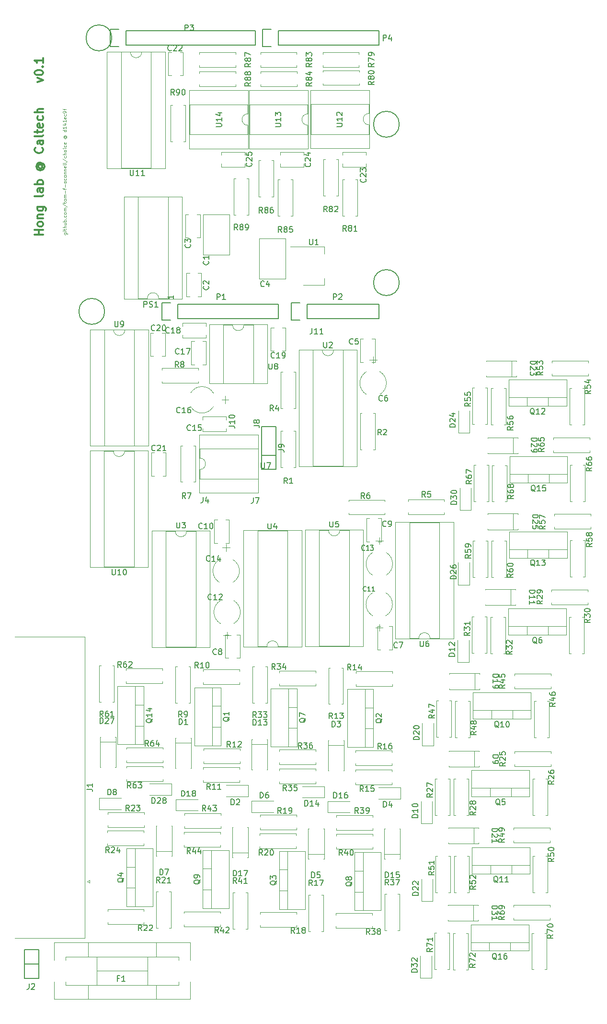
<source format=gbr>
%TF.GenerationSoftware,KiCad,Pcbnew,(2017-11-10 revision d8f4e35)-HEAD*%
%TF.CreationDate,2017-12-06T14:29:51-08:00*%
%TF.ProjectId,shield_pcb,736869656C645F7063622E6B69636164,rev?*%
%TF.SameCoordinates,Original*%
%TF.FileFunction,Legend,Top*%
%TF.FilePolarity,Positive*%
%FSLAX46Y46*%
G04 Gerber Fmt 4.6, Leading zero omitted, Abs format (unit mm)*
G04 Created by KiCad (PCBNEW (2017-11-10 revision d8f4e35)-HEAD) date Wed Dec  6 14:29:51 2017*
%MOMM*%
%LPD*%
G01*
G04 APERTURE LIST*
%ADD10C,0.300000*%
%ADD11C,0.100000*%
%ADD12C,0.150000*%
%ADD13C,0.120000*%
G04 APERTURE END LIST*
D10*
X48178571Y-27142857D02*
X49178571Y-26785714D01*
X48178571Y-26428571D01*
X47678571Y-25571428D02*
X47678571Y-25428571D01*
X47750000Y-25285714D01*
X47821428Y-25214285D01*
X47964285Y-25142857D01*
X48250000Y-25071428D01*
X48607142Y-25071428D01*
X48892857Y-25142857D01*
X49035714Y-25214285D01*
X49107142Y-25285714D01*
X49178571Y-25428571D01*
X49178571Y-25571428D01*
X49107142Y-25714285D01*
X49035714Y-25785714D01*
X48892857Y-25857142D01*
X48607142Y-25928571D01*
X48250000Y-25928571D01*
X47964285Y-25857142D01*
X47821428Y-25785714D01*
X47750000Y-25714285D01*
X47678571Y-25571428D01*
X49035714Y-24428571D02*
X49107142Y-24357142D01*
X49178571Y-24428571D01*
X49107142Y-24500000D01*
X49035714Y-24428571D01*
X49178571Y-24428571D01*
X49178571Y-22928571D02*
X49178571Y-23785714D01*
X49178571Y-23357142D02*
X47678571Y-23357142D01*
X47892857Y-23500000D01*
X48035714Y-23642857D01*
X48107142Y-23785714D01*
D11*
X52871428Y-53771428D02*
X53357142Y-53771428D01*
X53414285Y-53799999D01*
X53442857Y-53828571D01*
X53471428Y-53885714D01*
X53471428Y-53971428D01*
X53442857Y-54028571D01*
X53242857Y-53771428D02*
X53271428Y-53828571D01*
X53271428Y-53942857D01*
X53242857Y-53999999D01*
X53214285Y-54028571D01*
X53157142Y-54057142D01*
X52985714Y-54057142D01*
X52928571Y-54028571D01*
X52900000Y-53999999D01*
X52871428Y-53942857D01*
X52871428Y-53828571D01*
X52900000Y-53771428D01*
X53271428Y-53485714D02*
X52871428Y-53485714D01*
X52671428Y-53485714D02*
X52700000Y-53514285D01*
X52728571Y-53485714D01*
X52700000Y-53457142D01*
X52671428Y-53485714D01*
X52728571Y-53485714D01*
X52871428Y-53285714D02*
X52871428Y-53057142D01*
X52671428Y-53199999D02*
X53185714Y-53199999D01*
X53242857Y-53171428D01*
X53271428Y-53114285D01*
X53271428Y-53057142D01*
X53271428Y-52857142D02*
X52671428Y-52857142D01*
X53271428Y-52599999D02*
X52957142Y-52599999D01*
X52900000Y-52628571D01*
X52871428Y-52685714D01*
X52871428Y-52771428D01*
X52900000Y-52828571D01*
X52928571Y-52857142D01*
X52871428Y-52057142D02*
X53271428Y-52057142D01*
X52871428Y-52314285D02*
X53185714Y-52314285D01*
X53242857Y-52285714D01*
X53271428Y-52228571D01*
X53271428Y-52142857D01*
X53242857Y-52085714D01*
X53214285Y-52057142D01*
X53271428Y-51771428D02*
X52671428Y-51771428D01*
X52900000Y-51771428D02*
X52871428Y-51714285D01*
X52871428Y-51600000D01*
X52900000Y-51542857D01*
X52928571Y-51514285D01*
X52985714Y-51485714D01*
X53157142Y-51485714D01*
X53214285Y-51514285D01*
X53242857Y-51542857D01*
X53271428Y-51600000D01*
X53271428Y-51714285D01*
X53242857Y-51771428D01*
X53214285Y-51228571D02*
X53242857Y-51200000D01*
X53271428Y-51228571D01*
X53242857Y-51257142D01*
X53214285Y-51228571D01*
X53271428Y-51228571D01*
X53242857Y-50685714D02*
X53271428Y-50742857D01*
X53271428Y-50857142D01*
X53242857Y-50914285D01*
X53214285Y-50942857D01*
X53157142Y-50971428D01*
X52985714Y-50971428D01*
X52928571Y-50942857D01*
X52900000Y-50914285D01*
X52871428Y-50857142D01*
X52871428Y-50742857D01*
X52900000Y-50685714D01*
X53271428Y-50342857D02*
X53242857Y-50400000D01*
X53214285Y-50428571D01*
X53157142Y-50457142D01*
X52985714Y-50457142D01*
X52928571Y-50428571D01*
X52900000Y-50400000D01*
X52871428Y-50342857D01*
X52871428Y-50257142D01*
X52900000Y-50200000D01*
X52928571Y-50171428D01*
X52985714Y-50142857D01*
X53157142Y-50142857D01*
X53214285Y-50171428D01*
X53242857Y-50200000D01*
X53271428Y-50257142D01*
X53271428Y-50342857D01*
X53271428Y-49885714D02*
X52871428Y-49885714D01*
X52928571Y-49885714D02*
X52900000Y-49857142D01*
X52871428Y-49800000D01*
X52871428Y-49714285D01*
X52900000Y-49657142D01*
X52957142Y-49628571D01*
X53271428Y-49628571D01*
X52957142Y-49628571D02*
X52900000Y-49600000D01*
X52871428Y-49542857D01*
X52871428Y-49457142D01*
X52900000Y-49400000D01*
X52957142Y-49371428D01*
X53271428Y-49371428D01*
X52642857Y-48657142D02*
X53414285Y-49171428D01*
X52871428Y-48542857D02*
X52871428Y-48314285D01*
X52671428Y-48457142D02*
X53185714Y-48457142D01*
X53242857Y-48428571D01*
X53271428Y-48371428D01*
X53271428Y-48314285D01*
X53271428Y-48028571D02*
X53242857Y-48085714D01*
X53214285Y-48114285D01*
X53157142Y-48142857D01*
X52985714Y-48142857D01*
X52928571Y-48114285D01*
X52900000Y-48085714D01*
X52871428Y-48028571D01*
X52871428Y-47942857D01*
X52900000Y-47885714D01*
X52928571Y-47857142D01*
X52985714Y-47828571D01*
X53157142Y-47828571D01*
X53214285Y-47857142D01*
X53242857Y-47885714D01*
X53271428Y-47942857D01*
X53271428Y-48028571D01*
X53271428Y-47571428D02*
X52871428Y-47571428D01*
X52928571Y-47571428D02*
X52900000Y-47542857D01*
X52871428Y-47485714D01*
X52871428Y-47400000D01*
X52900000Y-47342857D01*
X52957142Y-47314285D01*
X53271428Y-47314285D01*
X52957142Y-47314285D02*
X52900000Y-47285714D01*
X52871428Y-47228571D01*
X52871428Y-47142857D01*
X52900000Y-47085714D01*
X52957142Y-47057142D01*
X53271428Y-47057142D01*
X53042857Y-46771428D02*
X53042857Y-46314285D01*
X52871428Y-46114285D02*
X52871428Y-45885714D01*
X53271428Y-46028571D02*
X52757142Y-46028571D01*
X52700000Y-46000000D01*
X52671428Y-45942857D01*
X52671428Y-45885714D01*
X53042857Y-45685714D02*
X53042857Y-45228571D01*
X53271428Y-44857142D02*
X53242857Y-44914285D01*
X53214285Y-44942857D01*
X53157142Y-44971428D01*
X52985714Y-44971428D01*
X52928571Y-44942857D01*
X52900000Y-44914285D01*
X52871428Y-44857142D01*
X52871428Y-44771428D01*
X52900000Y-44714285D01*
X52928571Y-44685714D01*
X52985714Y-44657142D01*
X53157142Y-44657142D01*
X53214285Y-44685714D01*
X53242857Y-44714285D01*
X53271428Y-44771428D01*
X53271428Y-44857142D01*
X53242857Y-44142857D02*
X53271428Y-44200000D01*
X53271428Y-44314285D01*
X53242857Y-44371428D01*
X53214285Y-44400000D01*
X53157142Y-44428571D01*
X52985714Y-44428571D01*
X52928571Y-44400000D01*
X52900000Y-44371428D01*
X52871428Y-44314285D01*
X52871428Y-44200000D01*
X52900000Y-44142857D01*
X53271428Y-43800000D02*
X53242857Y-43857142D01*
X53214285Y-43885714D01*
X53157142Y-43914285D01*
X52985714Y-43914285D01*
X52928571Y-43885714D01*
X52900000Y-43857142D01*
X52871428Y-43800000D01*
X52871428Y-43714285D01*
X52900000Y-43657142D01*
X52928571Y-43628571D01*
X52985714Y-43600000D01*
X53157142Y-43600000D01*
X53214285Y-43628571D01*
X53242857Y-43657142D01*
X53271428Y-43714285D01*
X53271428Y-43800000D01*
X52871428Y-43342857D02*
X53271428Y-43342857D01*
X52928571Y-43342857D02*
X52900000Y-43314285D01*
X52871428Y-43257142D01*
X52871428Y-43171428D01*
X52900000Y-43114285D01*
X52957142Y-43085714D01*
X53271428Y-43085714D01*
X52871428Y-42799999D02*
X53271428Y-42799999D01*
X52928571Y-42799999D02*
X52900000Y-42771428D01*
X52871428Y-42714285D01*
X52871428Y-42628571D01*
X52900000Y-42571428D01*
X52957142Y-42542857D01*
X53271428Y-42542857D01*
X53242857Y-42028571D02*
X53271428Y-42085714D01*
X53271428Y-42199999D01*
X53242857Y-42257142D01*
X53185714Y-42285714D01*
X52957142Y-42285714D01*
X52900000Y-42257142D01*
X52871428Y-42199999D01*
X52871428Y-42085714D01*
X52900000Y-42028571D01*
X52957142Y-41999999D01*
X53014285Y-41999999D01*
X53071428Y-42285714D01*
X53271428Y-41657142D02*
X53242857Y-41714285D01*
X53185714Y-41742857D01*
X52671428Y-41742857D01*
X53271428Y-41342857D02*
X53242857Y-41399999D01*
X53185714Y-41428571D01*
X52671428Y-41428571D01*
X52642857Y-40685714D02*
X53414285Y-41199999D01*
X53242857Y-40228571D02*
X53271428Y-40285714D01*
X53271428Y-40399999D01*
X53242857Y-40457142D01*
X53214285Y-40485714D01*
X53157142Y-40514285D01*
X52985714Y-40514285D01*
X52928571Y-40485714D01*
X52900000Y-40457142D01*
X52871428Y-40399999D01*
X52871428Y-40285714D01*
X52900000Y-40228571D01*
X53271428Y-39971428D02*
X52671428Y-39971428D01*
X53271428Y-39714285D02*
X52957142Y-39714285D01*
X52900000Y-39742857D01*
X52871428Y-39799999D01*
X52871428Y-39885714D01*
X52900000Y-39942857D01*
X52928571Y-39971428D01*
X53271428Y-39342857D02*
X53242857Y-39399999D01*
X53214285Y-39428571D01*
X53157142Y-39457142D01*
X52985714Y-39457142D01*
X52928571Y-39428571D01*
X52900000Y-39399999D01*
X52871428Y-39342857D01*
X52871428Y-39257142D01*
X52900000Y-39199999D01*
X52928571Y-39171428D01*
X52985714Y-39142857D01*
X53157142Y-39142857D01*
X53214285Y-39171428D01*
X53242857Y-39199999D01*
X53271428Y-39257142D01*
X53271428Y-39342857D01*
X53271428Y-38885714D02*
X52871428Y-38885714D01*
X52671428Y-38885714D02*
X52700000Y-38914285D01*
X52728571Y-38885714D01*
X52700000Y-38857142D01*
X52671428Y-38885714D01*
X52728571Y-38885714D01*
X53242857Y-38342857D02*
X53271428Y-38399999D01*
X53271428Y-38514285D01*
X53242857Y-38571428D01*
X53214285Y-38599999D01*
X53157142Y-38628571D01*
X52985714Y-38628571D01*
X52928571Y-38599999D01*
X52900000Y-38571428D01*
X52871428Y-38514285D01*
X52871428Y-38399999D01*
X52900000Y-38342857D01*
X53242857Y-37857142D02*
X53271428Y-37914285D01*
X53271428Y-38028571D01*
X53242857Y-38085714D01*
X53185714Y-38114285D01*
X52957142Y-38114285D01*
X52900000Y-38085714D01*
X52871428Y-38028571D01*
X52871428Y-37914285D01*
X52900000Y-37857142D01*
X52957142Y-37828571D01*
X53014285Y-37828571D01*
X53071428Y-38114285D01*
X52985714Y-36742857D02*
X52957142Y-36771428D01*
X52928571Y-36828571D01*
X52928571Y-36885714D01*
X52957142Y-36942857D01*
X52985714Y-36971428D01*
X53042857Y-36999999D01*
X53100000Y-36999999D01*
X53157142Y-36971428D01*
X53185714Y-36942857D01*
X53214285Y-36885714D01*
X53214285Y-36828571D01*
X53185714Y-36771428D01*
X53157142Y-36742857D01*
X52928571Y-36742857D02*
X53157142Y-36742857D01*
X53185714Y-36714285D01*
X53185714Y-36685714D01*
X53157142Y-36628571D01*
X53100000Y-36599999D01*
X52957142Y-36599999D01*
X52871428Y-36657142D01*
X52814285Y-36742857D01*
X52785714Y-36857142D01*
X52814285Y-36971428D01*
X52871428Y-37057142D01*
X52957142Y-37114285D01*
X53071428Y-37142857D01*
X53185714Y-37114285D01*
X53271428Y-37057142D01*
X53328571Y-36971428D01*
X53357142Y-36857142D01*
X53328571Y-36742857D01*
X53271428Y-36657142D01*
X53271428Y-35628571D02*
X52671428Y-35628571D01*
X53242857Y-35628571D02*
X53271428Y-35685714D01*
X53271428Y-35799999D01*
X53242857Y-35857142D01*
X53214285Y-35885714D01*
X53157142Y-35914285D01*
X52985714Y-35914285D01*
X52928571Y-35885714D01*
X52900000Y-35857142D01*
X52871428Y-35799999D01*
X52871428Y-35685714D01*
X52900000Y-35628571D01*
X53271428Y-35028571D02*
X53271428Y-35371428D01*
X53271428Y-35199999D02*
X52671428Y-35199999D01*
X52757142Y-35257142D01*
X52814285Y-35314285D01*
X52842857Y-35371428D01*
X52871428Y-34514285D02*
X53271428Y-34514285D01*
X52642857Y-34657142D02*
X53071428Y-34799999D01*
X53071428Y-34428571D01*
X53271428Y-33885714D02*
X53271428Y-34228571D01*
X53271428Y-34057142D02*
X52671428Y-34057142D01*
X52757142Y-34114285D01*
X52814285Y-34171428D01*
X52842857Y-34228571D01*
X53242857Y-33399999D02*
X53271428Y-33457142D01*
X53271428Y-33571428D01*
X53242857Y-33628571D01*
X53185714Y-33657142D01*
X52957142Y-33657142D01*
X52900000Y-33628571D01*
X52871428Y-33571428D01*
X52871428Y-33457142D01*
X52900000Y-33399999D01*
X52957142Y-33371428D01*
X53014285Y-33371428D01*
X53071428Y-33657142D01*
X53242857Y-32857142D02*
X53271428Y-32914285D01*
X53271428Y-33028571D01*
X53242857Y-33085714D01*
X53214285Y-33114285D01*
X53157142Y-33142857D01*
X52985714Y-33142857D01*
X52928571Y-33114285D01*
X52900000Y-33085714D01*
X52871428Y-33028571D01*
X52871428Y-32914285D01*
X52900000Y-32857142D01*
X53271428Y-32571428D02*
X53271428Y-32457142D01*
X53242857Y-32400000D01*
X53214285Y-32371428D01*
X53128571Y-32314285D01*
X53014285Y-32285714D01*
X52785714Y-32285714D01*
X52728571Y-32314285D01*
X52700000Y-32342857D01*
X52671428Y-32400000D01*
X52671428Y-32514285D01*
X52700000Y-32571428D01*
X52728571Y-32600000D01*
X52785714Y-32628571D01*
X52928571Y-32628571D01*
X52985714Y-32600000D01*
X53014285Y-32571428D01*
X53042857Y-32514285D01*
X53042857Y-32400000D01*
X53014285Y-32342857D01*
X52985714Y-32314285D01*
X52928571Y-32285714D01*
X52871428Y-32114285D02*
X52871428Y-31885714D01*
X53271428Y-32028571D02*
X52757142Y-32028571D01*
X52700000Y-32000000D01*
X52671428Y-31942857D01*
X52671428Y-31885714D01*
D10*
X49178571Y-54107142D02*
X47678571Y-54107142D01*
X48392857Y-54107142D02*
X48392857Y-53250000D01*
X49178571Y-53250000D02*
X47678571Y-53250000D01*
X49178571Y-52321428D02*
X49107142Y-52464285D01*
X49035714Y-52535714D01*
X48892857Y-52607142D01*
X48464285Y-52607142D01*
X48321428Y-52535714D01*
X48250000Y-52464285D01*
X48178571Y-52321428D01*
X48178571Y-52107142D01*
X48250000Y-51964285D01*
X48321428Y-51892857D01*
X48464285Y-51821428D01*
X48892857Y-51821428D01*
X49035714Y-51892857D01*
X49107142Y-51964285D01*
X49178571Y-52107142D01*
X49178571Y-52321428D01*
X48178571Y-51178571D02*
X49178571Y-51178571D01*
X48321428Y-51178571D02*
X48250000Y-51107142D01*
X48178571Y-50964285D01*
X48178571Y-50750000D01*
X48250000Y-50607142D01*
X48392857Y-50535714D01*
X49178571Y-50535714D01*
X48178571Y-49178571D02*
X49392857Y-49178571D01*
X49535714Y-49250000D01*
X49607142Y-49321428D01*
X49678571Y-49464285D01*
X49678571Y-49678571D01*
X49607142Y-49821428D01*
X49107142Y-49178571D02*
X49178571Y-49321428D01*
X49178571Y-49607142D01*
X49107142Y-49750000D01*
X49035714Y-49821428D01*
X48892857Y-49892857D01*
X48464285Y-49892857D01*
X48321428Y-49821428D01*
X48250000Y-49750000D01*
X48178571Y-49607142D01*
X48178571Y-49321428D01*
X48250000Y-49178571D01*
X49178571Y-47107142D02*
X49107142Y-47250000D01*
X48964285Y-47321428D01*
X47678571Y-47321428D01*
X49178571Y-45892857D02*
X48392857Y-45892857D01*
X48250000Y-45964285D01*
X48178571Y-46107142D01*
X48178571Y-46392857D01*
X48250000Y-46535714D01*
X49107142Y-45892857D02*
X49178571Y-46035714D01*
X49178571Y-46392857D01*
X49107142Y-46535714D01*
X48964285Y-46607142D01*
X48821428Y-46607142D01*
X48678571Y-46535714D01*
X48607142Y-46392857D01*
X48607142Y-46035714D01*
X48535714Y-45892857D01*
X49178571Y-45178571D02*
X47678571Y-45178571D01*
X48250000Y-45178571D02*
X48178571Y-45035714D01*
X48178571Y-44750000D01*
X48250000Y-44607142D01*
X48321428Y-44535714D01*
X48464285Y-44464285D01*
X48892857Y-44464285D01*
X49035714Y-44535714D01*
X49107142Y-44607142D01*
X49178571Y-44750000D01*
X49178571Y-45035714D01*
X49107142Y-45178571D01*
X48464285Y-41750000D02*
X48392857Y-41821428D01*
X48321428Y-41964285D01*
X48321428Y-42107142D01*
X48392857Y-42250000D01*
X48464285Y-42321428D01*
X48607142Y-42392857D01*
X48750000Y-42392857D01*
X48892857Y-42321428D01*
X48964285Y-42250000D01*
X49035714Y-42107142D01*
X49035714Y-41964285D01*
X48964285Y-41821428D01*
X48892857Y-41750000D01*
X48321428Y-41750000D02*
X48892857Y-41750000D01*
X48964285Y-41678571D01*
X48964285Y-41607142D01*
X48892857Y-41464285D01*
X48750000Y-41392857D01*
X48392857Y-41392857D01*
X48178571Y-41535714D01*
X48035714Y-41750000D01*
X47964285Y-42035714D01*
X48035714Y-42321428D01*
X48178571Y-42535714D01*
X48392857Y-42678571D01*
X48678571Y-42750000D01*
X48964285Y-42678571D01*
X49178571Y-42535714D01*
X49321428Y-42321428D01*
X49392857Y-42035714D01*
X49321428Y-41750000D01*
X49178571Y-41535714D01*
X49035714Y-38750000D02*
X49107142Y-38821428D01*
X49178571Y-39035714D01*
X49178571Y-39178571D01*
X49107142Y-39392857D01*
X48964285Y-39535714D01*
X48821428Y-39607142D01*
X48535714Y-39678571D01*
X48321428Y-39678571D01*
X48035714Y-39607142D01*
X47892857Y-39535714D01*
X47750000Y-39392857D01*
X47678571Y-39178571D01*
X47678571Y-39035714D01*
X47750000Y-38821428D01*
X47821428Y-38750000D01*
X49178571Y-37464285D02*
X48392857Y-37464285D01*
X48250000Y-37535714D01*
X48178571Y-37678571D01*
X48178571Y-37964285D01*
X48250000Y-38107142D01*
X49107142Y-37464285D02*
X49178571Y-37607142D01*
X49178571Y-37964285D01*
X49107142Y-38107142D01*
X48964285Y-38178571D01*
X48821428Y-38178571D01*
X48678571Y-38107142D01*
X48607142Y-37964285D01*
X48607142Y-37607142D01*
X48535714Y-37464285D01*
X49178571Y-36535714D02*
X49107142Y-36678571D01*
X48964285Y-36750000D01*
X47678571Y-36750000D01*
X48178571Y-36178571D02*
X48178571Y-35607142D01*
X47678571Y-35964285D02*
X48964285Y-35964285D01*
X49107142Y-35892857D01*
X49178571Y-35750000D01*
X49178571Y-35607142D01*
X49107142Y-34535714D02*
X49178571Y-34678571D01*
X49178571Y-34964285D01*
X49107142Y-35107142D01*
X48964285Y-35178571D01*
X48392857Y-35178571D01*
X48250000Y-35107142D01*
X48178571Y-34964285D01*
X48178571Y-34678571D01*
X48250000Y-34535714D01*
X48392857Y-34464285D01*
X48535714Y-34464285D01*
X48678571Y-35178571D01*
X49107142Y-33178571D02*
X49178571Y-33321428D01*
X49178571Y-33607142D01*
X49107142Y-33750000D01*
X49035714Y-33821428D01*
X48892857Y-33892857D01*
X48464285Y-33892857D01*
X48321428Y-33821428D01*
X48250000Y-33750000D01*
X48178571Y-33607142D01*
X48178571Y-33321428D01*
X48250000Y-33178571D01*
X49178571Y-32535714D02*
X47678571Y-32535714D01*
X49178571Y-31892857D02*
X48392857Y-31892857D01*
X48250000Y-31964285D01*
X48178571Y-32107142D01*
X48178571Y-32321428D01*
X48250000Y-32464285D01*
X48321428Y-32535714D01*
D12*
X72190380Y-64799285D02*
X72190380Y-65370714D01*
X72190380Y-65085000D02*
X71190380Y-65085000D01*
X71333238Y-65180238D01*
X71428476Y-65275476D01*
X71476095Y-65370714D01*
%TO.C,P4*%
X90788000Y-20635000D02*
X108568000Y-20635000D01*
X108568000Y-20635000D02*
X108568000Y-18095000D01*
X108568000Y-18095000D02*
X90788000Y-18095000D01*
X87968000Y-20915000D02*
X89518000Y-20915000D01*
X90788000Y-20635000D02*
X90788000Y-18095000D01*
X89518000Y-17815000D02*
X87968000Y-17815000D01*
X87968000Y-17815000D02*
X87968000Y-20915000D01*
D13*
%TO.C,U11*%
X66610000Y-21870000D02*
G75*
G02X64610000Y-21870000I-1000000J0D01*
G01*
X64610000Y-21870000D02*
X62960000Y-21870000D01*
X62960000Y-21870000D02*
X62960000Y-42310000D01*
X62960000Y-42310000D02*
X68260000Y-42310000D01*
X68260000Y-42310000D02*
X68260000Y-21870000D01*
X68260000Y-21870000D02*
X66610000Y-21870000D01*
X60470000Y-21810000D02*
X60470000Y-42370000D01*
X60470000Y-42370000D02*
X70750000Y-42370000D01*
X70750000Y-42370000D02*
X70750000Y-21810000D01*
X70750000Y-21810000D02*
X60470000Y-21810000D01*
%TO.C,C13*%
X109781189Y-114194998D02*
G75*
G03X109780000Y-110154307I-1181189J2019998D01*
G01*
X107418811Y-114194998D02*
G75*
G02X107420000Y-110154307I1181189J2019998D01*
G01*
X108600000Y-107475000D02*
X108600000Y-108675000D01*
X109250000Y-108075000D02*
X107950000Y-108075000D01*
%TO.C,U6*%
X115561000Y-125314000D02*
G75*
G02X117561000Y-125314000I1000000J0D01*
G01*
X117561000Y-125314000D02*
X119211000Y-125314000D01*
X119211000Y-125314000D02*
X119211000Y-104874000D01*
X119211000Y-104874000D02*
X113911000Y-104874000D01*
X113911000Y-104874000D02*
X113911000Y-125314000D01*
X113911000Y-125314000D02*
X115561000Y-125314000D01*
X121701000Y-125374000D02*
X121701000Y-104814000D01*
X121701000Y-104814000D02*
X111421000Y-104814000D01*
X111421000Y-104814000D02*
X111421000Y-125374000D01*
X111421000Y-125374000D02*
X121701000Y-125374000D01*
%TO.C,C14*%
X82175000Y-109325000D02*
X80875000Y-109325000D01*
X81525000Y-108725000D02*
X81525000Y-109925000D01*
X80343811Y-115444998D02*
G75*
G02X80345000Y-111404307I1181189J2019998D01*
G01*
X82706189Y-115444998D02*
G75*
G03X82705000Y-111404307I-1181189J2019998D01*
G01*
%TO.C,U13*%
X95928000Y-34775000D02*
G75*
G02X95928000Y-32775000I0J1000000D01*
G01*
X95928000Y-32775000D02*
X95928000Y-31125000D01*
X95928000Y-31125000D02*
X85648000Y-31125000D01*
X85648000Y-31125000D02*
X85648000Y-36425000D01*
X85648000Y-36425000D02*
X95928000Y-36425000D01*
X95928000Y-36425000D02*
X95928000Y-34775000D01*
X95988000Y-28635000D02*
X85588000Y-28635000D01*
X85588000Y-28635000D02*
X85588000Y-38915000D01*
X85588000Y-38915000D02*
X95988000Y-38915000D01*
X95988000Y-38915000D02*
X95988000Y-28635000D01*
%TO.C,C24*%
X91090000Y-40050000D02*
X91090000Y-39490000D01*
X91090000Y-42110000D02*
X91090000Y-41550000D01*
X95210000Y-40050000D02*
X95210000Y-39490000D01*
X95210000Y-42110000D02*
X95210000Y-41550000D01*
X95210000Y-39490000D02*
X91090000Y-39490000D01*
X95210000Y-42110000D02*
X91090000Y-42110000D01*
D12*
%TO.C,P1*%
X73008000Y-68895000D02*
X90788000Y-68895000D01*
X90788000Y-68895000D02*
X90788000Y-66355000D01*
X90788000Y-66355000D02*
X73008000Y-66355000D01*
X70188000Y-69175000D02*
X71738000Y-69175000D01*
X73008000Y-68895000D02*
X73008000Y-66355000D01*
X71738000Y-66075000D02*
X70188000Y-66075000D01*
X70188000Y-66075000D02*
X70188000Y-69175000D01*
%TO.C,P2*%
X95868000Y-68895000D02*
X108568000Y-68895000D01*
X108568000Y-68895000D02*
X108568000Y-66355000D01*
X108568000Y-66355000D02*
X95868000Y-66355000D01*
X93048000Y-69175000D02*
X94598000Y-69175000D01*
X95868000Y-68895000D02*
X95868000Y-66355000D01*
X94598000Y-66075000D02*
X93048000Y-66075000D01*
X93048000Y-66075000D02*
X93048000Y-69175000D01*
%TO.C,P3*%
X63864000Y-20635000D02*
X86724000Y-20635000D01*
X86724000Y-20635000D02*
X86724000Y-18095000D01*
X86724000Y-18095000D02*
X63864000Y-18095000D01*
X61044000Y-20915000D02*
X62594000Y-20915000D01*
X63864000Y-20635000D02*
X63864000Y-18095000D01*
X62594000Y-17815000D02*
X61044000Y-17815000D01*
X61044000Y-17815000D02*
X61044000Y-20915000D01*
%TO.C,P5*%
X60054000Y-67625000D02*
G75*
G03X60054000Y-67625000I-2286000J0D01*
G01*
%TO.C,P6*%
X112124000Y-62545000D02*
G75*
G03X112124000Y-62545000I-2286000J0D01*
G01*
%TO.C,P7*%
X61324000Y-19365000D02*
G75*
G03X61324000Y-19365000I-2286000J0D01*
G01*
%TO.C,P8*%
X112124000Y-34605000D02*
G75*
G03X112124000Y-34605000I-2286000J0D01*
G01*
D13*
%TO.C,F1*%
X75150000Y-189000000D02*
X75150000Y-185900000D01*
X51150000Y-189000000D02*
X75150000Y-189000000D01*
X51150000Y-179000000D02*
X51150000Y-182100000D01*
X75150000Y-179000000D02*
X51150000Y-179000000D01*
X75150000Y-182100000D02*
X75150000Y-179000000D01*
X51150000Y-185900000D02*
X51150000Y-189000000D01*
X73150000Y-186500000D02*
X73150000Y-185900000D01*
X53150000Y-186500000D02*
X73150000Y-186500000D01*
X53150000Y-181500000D02*
X53150000Y-182100000D01*
X73150000Y-181500000D02*
X53150000Y-181500000D01*
X73150000Y-182100000D02*
X73150000Y-181500000D01*
X53150000Y-185900000D02*
X53150000Y-186500000D01*
X58650000Y-186500000D02*
X58650000Y-181500000D01*
X67650000Y-186500000D02*
X67650000Y-181500000D01*
X67650000Y-184000000D02*
X58650000Y-184000000D01*
X57150000Y-189000000D02*
X57150000Y-186500000D01*
X57150000Y-179000000D02*
X57150000Y-181500000D01*
X69150000Y-179000000D02*
X69150000Y-181500000D01*
X69150000Y-186500000D02*
X69150000Y-189000000D01*
%TO.C,C1*%
X77490000Y-57660000D02*
X77490000Y-50540000D01*
X82110000Y-57660000D02*
X82110000Y-50540000D01*
X77490000Y-57660000D02*
X82110000Y-57660000D01*
X77490000Y-50540000D02*
X82110000Y-50540000D01*
%TO.C,C2*%
X76550000Y-60890000D02*
X77110000Y-60890000D01*
X74490000Y-60890000D02*
X75050000Y-60890000D01*
X76550000Y-65010000D02*
X77110000Y-65010000D01*
X74490000Y-65010000D02*
X75050000Y-65010000D01*
X77110000Y-65010000D02*
X77110000Y-60890000D01*
X74490000Y-65010000D02*
X74490000Y-60890000D01*
%TO.C,C3*%
X74290000Y-54610000D02*
X74290000Y-50490000D01*
X76910000Y-54610000D02*
X76910000Y-50490000D01*
X74290000Y-54610000D02*
X74850000Y-54610000D01*
X76350000Y-54610000D02*
X76910000Y-54610000D01*
X74290000Y-50490000D02*
X74850000Y-50490000D01*
X76350000Y-50490000D02*
X76910000Y-50490000D01*
%TO.C,C4*%
X87398000Y-54755000D02*
X92018000Y-54755000D01*
X87398000Y-61875000D02*
X92018000Y-61875000D01*
X92018000Y-61875000D02*
X92018000Y-54755000D01*
X87398000Y-61875000D02*
X87398000Y-54755000D01*
%TO.C,PS1*%
X63450000Y-65390000D02*
X73730000Y-65390000D01*
X63450000Y-47370000D02*
X63450000Y-65390000D01*
X73730000Y-47370000D02*
X63450000Y-47370000D01*
X73730000Y-65390000D02*
X73730000Y-47370000D01*
X65940000Y-65330000D02*
X67590000Y-65330000D01*
X65940000Y-47430000D02*
X65940000Y-65330000D01*
X71240000Y-47430000D02*
X65940000Y-47430000D01*
X71240000Y-65330000D02*
X71240000Y-47430000D01*
X69590000Y-65330000D02*
X71240000Y-65330000D01*
X67590000Y-65330000D02*
G75*
G02X69590000Y-65330000I1000000J0D01*
G01*
%TO.C,U1*%
X92900000Y-56190000D02*
X98910000Y-56190000D01*
X95150000Y-63010000D02*
X98910000Y-63010000D01*
X98910000Y-56190000D02*
X98910000Y-57450000D01*
X98910000Y-63010000D02*
X98910000Y-61750000D01*
%TO.C,C23*%
X106210000Y-42110000D02*
X102090000Y-42110000D01*
X106210000Y-39490000D02*
X102090000Y-39490000D01*
X106210000Y-42110000D02*
X106210000Y-41550000D01*
X106210000Y-40050000D02*
X106210000Y-39490000D01*
X102090000Y-42110000D02*
X102090000Y-41550000D01*
X102090000Y-40050000D02*
X102090000Y-39490000D01*
%TO.C,C25*%
X80690000Y-40050000D02*
X80690000Y-39490000D01*
X80690000Y-42110000D02*
X80690000Y-41550000D01*
X84810000Y-40050000D02*
X84810000Y-39490000D01*
X84810000Y-42110000D02*
X84810000Y-41550000D01*
X84810000Y-39490000D02*
X80690000Y-39490000D01*
X84810000Y-42110000D02*
X80690000Y-42110000D01*
%TO.C,U9*%
X67773000Y-70820600D02*
X57493000Y-70820600D01*
X67773000Y-91380600D02*
X67773000Y-70820600D01*
X57493000Y-91380600D02*
X67773000Y-91380600D01*
X57493000Y-70820600D02*
X57493000Y-91380600D01*
X65283000Y-70880600D02*
X63633000Y-70880600D01*
X65283000Y-91320600D02*
X65283000Y-70880600D01*
X59983000Y-91320600D02*
X65283000Y-91320600D01*
X59983000Y-70880600D02*
X59983000Y-91320600D01*
X61633000Y-70880600D02*
X59983000Y-70880600D01*
X63633000Y-70880600D02*
G75*
G02X61633000Y-70880600I-1000000J0D01*
G01*
%TO.C,U10*%
X63588200Y-92234800D02*
G75*
G02X61588200Y-92234800I-1000000J0D01*
G01*
X61588200Y-92234800D02*
X59938200Y-92234800D01*
X59938200Y-92234800D02*
X59938200Y-112674800D01*
X59938200Y-112674800D02*
X65238200Y-112674800D01*
X65238200Y-112674800D02*
X65238200Y-92234800D01*
X65238200Y-92234800D02*
X63588200Y-92234800D01*
X57448200Y-92174800D02*
X57448200Y-112734800D01*
X57448200Y-112734800D02*
X67728200Y-112734800D01*
X67728200Y-112734800D02*
X67728200Y-92174800D01*
X67728200Y-92174800D02*
X57448200Y-92174800D01*
%TO.C,U12*%
X106750000Y-34700000D02*
G75*
G02X106750000Y-32700000I0J1000000D01*
G01*
X106750000Y-32700000D02*
X106750000Y-31050000D01*
X106750000Y-31050000D02*
X96470000Y-31050000D01*
X96470000Y-31050000D02*
X96470000Y-36350000D01*
X96470000Y-36350000D02*
X106750000Y-36350000D01*
X106750000Y-36350000D02*
X106750000Y-34700000D01*
X106810000Y-28560000D02*
X96410000Y-28560000D01*
X96410000Y-28560000D02*
X96410000Y-38840000D01*
X96410000Y-38840000D02*
X106810000Y-38840000D01*
X106810000Y-38840000D02*
X106810000Y-28560000D01*
%TO.C,U14*%
X85328000Y-34775000D02*
G75*
G02X85328000Y-32775000I0J1000000D01*
G01*
X85328000Y-32775000D02*
X85328000Y-31125000D01*
X85328000Y-31125000D02*
X75048000Y-31125000D01*
X75048000Y-31125000D02*
X75048000Y-36425000D01*
X75048000Y-36425000D02*
X85328000Y-36425000D01*
X85328000Y-36425000D02*
X85328000Y-34775000D01*
X85388000Y-28635000D02*
X74988000Y-28635000D01*
X74988000Y-28635000D02*
X74988000Y-38915000D01*
X74988000Y-38915000D02*
X85388000Y-38915000D01*
X85388000Y-38915000D02*
X85388000Y-28635000D01*
%TO.C,J1*%
X56971325Y-168225000D02*
X57404338Y-167975000D01*
X57404338Y-168475000D02*
X56971325Y-168225000D01*
X57404338Y-167975000D02*
X57404338Y-168475000D01*
X56510000Y-178215000D02*
X44170000Y-178215000D01*
X56510000Y-124995000D02*
X56510000Y-178215000D01*
X44170000Y-124995000D02*
X56510000Y-124995000D01*
%TO.C,C5*%
X107250000Y-72465000D02*
X107810000Y-72465000D01*
X105190000Y-72465000D02*
X105750000Y-72465000D01*
X107250000Y-76585000D02*
X107810000Y-76585000D01*
X105190000Y-76585000D02*
X105750000Y-76585000D01*
X107810000Y-76585000D02*
X107810000Y-72465000D01*
X105190000Y-76585000D02*
X105190000Y-72465000D01*
%TO.C,C6*%
X108150000Y-76175000D02*
X106850000Y-76175000D01*
X107500000Y-75575000D02*
X107500000Y-76775000D01*
X106318811Y-82294998D02*
G75*
G02X106320000Y-78254307I1181189J2019998D01*
G01*
X108681189Y-82294998D02*
G75*
G03X108680000Y-78254307I-1181189J2019998D01*
G01*
%TO.C,C7*%
X110881000Y-123174000D02*
X110881000Y-127294000D01*
X108261000Y-123174000D02*
X108261000Y-127294000D01*
X110881000Y-123174000D02*
X110321000Y-123174000D01*
X108821000Y-123174000D02*
X108261000Y-123174000D01*
X110881000Y-127294000D02*
X110321000Y-127294000D01*
X108821000Y-127294000D02*
X108261000Y-127294000D01*
%TO.C,C8*%
X83960000Y-124665000D02*
X83960000Y-128785000D01*
X81340000Y-124665000D02*
X81340000Y-128785000D01*
X83960000Y-124665000D02*
X83400000Y-124665000D01*
X81900000Y-124665000D02*
X81340000Y-124665000D01*
X83960000Y-128785000D02*
X83400000Y-128785000D01*
X81900000Y-128785000D02*
X81340000Y-128785000D01*
%TO.C,C9*%
X108350000Y-104165000D02*
X108910000Y-104165000D01*
X106290000Y-104165000D02*
X106850000Y-104165000D01*
X108350000Y-108285000D02*
X108910000Y-108285000D01*
X106290000Y-108285000D02*
X106850000Y-108285000D01*
X108910000Y-108285000D02*
X108910000Y-104165000D01*
X106290000Y-108285000D02*
X106290000Y-104165000D01*
%TO.C,C10*%
X81475000Y-104415000D02*
X82035000Y-104415000D01*
X79415000Y-104415000D02*
X79975000Y-104415000D01*
X81475000Y-108535000D02*
X82035000Y-108535000D01*
X79415000Y-108535000D02*
X79975000Y-108535000D01*
X82035000Y-108535000D02*
X82035000Y-104415000D01*
X79415000Y-108535000D02*
X79415000Y-104415000D01*
%TO.C,C11*%
X107393811Y-117280002D02*
G75*
G03X107395000Y-121320693I1181189J-2019998D01*
G01*
X109756189Y-117280002D02*
G75*
G02X109755000Y-121320693I-1181189J-2019998D01*
G01*
X108575000Y-124000000D02*
X108575000Y-122800000D01*
X107925000Y-123400000D02*
X109225000Y-123400000D01*
%TO.C,C12*%
X81044200Y-124782000D02*
X82344200Y-124782000D01*
X81694200Y-125382000D02*
X81694200Y-124182000D01*
X82875389Y-118662002D02*
G75*
G02X82874200Y-122702693I-1181189J-2019998D01*
G01*
X80513011Y-118662002D02*
G75*
G03X80514200Y-122702693I1181189J-2019998D01*
G01*
%TO.C,C15*%
X77390000Y-86775000D02*
X77390000Y-86215000D01*
X77390000Y-88835000D02*
X77390000Y-88275000D01*
X81510000Y-86775000D02*
X81510000Y-86215000D01*
X81510000Y-88835000D02*
X81510000Y-88275000D01*
X81510000Y-86215000D02*
X77390000Y-86215000D01*
X81510000Y-88835000D02*
X77390000Y-88835000D01*
%TO.C,C16*%
X75230002Y-84406189D02*
G75*
G03X79270693Y-84405000I2019998J1181189D01*
G01*
X75230002Y-82043811D02*
G75*
G02X79270693Y-82045000I2019998J-1181189D01*
G01*
X81950000Y-83225000D02*
X80750000Y-83225000D01*
X81350000Y-83875000D02*
X81350000Y-82575000D01*
%TO.C,C17*%
X75900000Y-77035000D02*
X75340000Y-77035000D01*
X77960000Y-77035000D02*
X77400000Y-77035000D01*
X75900000Y-72915000D02*
X75340000Y-72915000D01*
X77960000Y-72915000D02*
X77400000Y-72915000D01*
X75340000Y-72915000D02*
X75340000Y-77035000D01*
X77960000Y-72915000D02*
X77960000Y-77035000D01*
%TO.C,C18*%
X77960000Y-72310000D02*
X73840000Y-72310000D01*
X77960000Y-69690000D02*
X73840000Y-69690000D01*
X77960000Y-72310000D02*
X77960000Y-71750000D01*
X77960000Y-70250000D02*
X77960000Y-69690000D01*
X73840000Y-72310000D02*
X73840000Y-71750000D01*
X73840000Y-70250000D02*
X73840000Y-69690000D01*
%TO.C,C19*%
X89390000Y-74610000D02*
X89390000Y-70490000D01*
X92010000Y-74610000D02*
X92010000Y-70490000D01*
X89390000Y-74610000D02*
X89950000Y-74610000D01*
X91450000Y-74610000D02*
X92010000Y-74610000D01*
X89390000Y-70490000D02*
X89950000Y-70490000D01*
X91450000Y-70490000D02*
X92010000Y-70490000D01*
%TO.C,C20*%
X70733000Y-71400600D02*
X70733000Y-75520600D01*
X68113000Y-71400600D02*
X68113000Y-75520600D01*
X70733000Y-71400600D02*
X70173000Y-71400600D01*
X68673000Y-71400600D02*
X68113000Y-71400600D01*
X70733000Y-75520600D02*
X70173000Y-75520600D01*
X68673000Y-75520600D02*
X68113000Y-75520600D01*
%TO.C,C21*%
X68828200Y-96674800D02*
X68268200Y-96674800D01*
X70888200Y-96674800D02*
X70328200Y-96674800D01*
X68828200Y-92554800D02*
X68268200Y-92554800D01*
X70888200Y-92554800D02*
X70328200Y-92554800D01*
X68268200Y-92554800D02*
X68268200Y-96674800D01*
X70888200Y-92554800D02*
X70888200Y-96674800D01*
%TO.C,C22*%
X71290000Y-26010000D02*
X71290000Y-21890000D01*
X73910000Y-26010000D02*
X73910000Y-21890000D01*
X71290000Y-26010000D02*
X71850000Y-26010000D01*
X73350000Y-26010000D02*
X73910000Y-26010000D01*
X71290000Y-21890000D02*
X71850000Y-21890000D01*
X73350000Y-21890000D02*
X73910000Y-21890000D01*
%TO.C,D1*%
X75352400Y-143729000D02*
X72532400Y-143729000D01*
X72532400Y-148209000D02*
X72662400Y-148209000D01*
X72532400Y-142889000D02*
X72532400Y-148209000D01*
X72662400Y-142889000D02*
X72532400Y-142889000D01*
X75352400Y-148209000D02*
X75222400Y-148209000D01*
X75352400Y-142889000D02*
X75352400Y-148209000D01*
X75222400Y-142889000D02*
X75352400Y-142889000D01*
%TO.C,D3*%
X102220000Y-143344000D02*
X102350000Y-143344000D01*
X102350000Y-143344000D02*
X102350000Y-148664000D01*
X102350000Y-148664000D02*
X102220000Y-148664000D01*
X99660000Y-143344000D02*
X99530000Y-143344000D01*
X99530000Y-143344000D02*
X99530000Y-148664000D01*
X99530000Y-148664000D02*
X99660000Y-148664000D01*
X102350000Y-144184000D02*
X99530000Y-144184000D01*
%TO.C,D5*%
X96036900Y-163388000D02*
X98856900Y-163388000D01*
X98856900Y-158908000D02*
X98726900Y-158908000D01*
X98856900Y-164228000D02*
X98856900Y-158908000D01*
X98726900Y-164228000D02*
X98856900Y-164228000D01*
X96036900Y-158908000D02*
X96166900Y-158908000D01*
X96036900Y-164228000D02*
X96036900Y-158908000D01*
X96166900Y-164228000D02*
X96036900Y-164228000D01*
%TO.C,D7*%
X69136900Y-162888000D02*
X71956900Y-162888000D01*
X71956900Y-158408000D02*
X71826900Y-158408000D01*
X71956900Y-163728000D02*
X71956900Y-158408000D01*
X71826900Y-163728000D02*
X71956900Y-163728000D01*
X69136900Y-158408000D02*
X69266900Y-158408000D01*
X69136900Y-163728000D02*
X69136900Y-158408000D01*
X69266900Y-163728000D02*
X69136900Y-163728000D01*
%TO.C,D9*%
X125365000Y-147984000D02*
X125365000Y-145164000D01*
X120885000Y-145164000D02*
X120885000Y-145294000D01*
X126205000Y-145164000D02*
X120885000Y-145164000D01*
X126205000Y-145294000D02*
X126205000Y-145164000D01*
X120885000Y-147984000D02*
X120885000Y-147854000D01*
X126205000Y-147984000D02*
X120885000Y-147984000D01*
X126205000Y-147854000D02*
X126205000Y-147984000D01*
%TO.C,D11*%
X132683000Y-119338000D02*
X132683000Y-119468000D01*
X132683000Y-119468000D02*
X127363000Y-119468000D01*
X127363000Y-119468000D02*
X127363000Y-119338000D01*
X132683000Y-116778000D02*
X132683000Y-116648000D01*
X132683000Y-116648000D02*
X127363000Y-116648000D01*
X127363000Y-116648000D02*
X127363000Y-116778000D01*
X131843000Y-119468000D02*
X131843000Y-116648000D01*
%TO.C,D13*%
X88837500Y-143970000D02*
X86017500Y-143970000D01*
X86017500Y-148450000D02*
X86147500Y-148450000D01*
X86017500Y-143130000D02*
X86017500Y-148450000D01*
X86147500Y-143130000D02*
X86017500Y-143130000D01*
X88837500Y-148450000D02*
X88707500Y-148450000D01*
X88837500Y-143130000D02*
X88837500Y-148450000D01*
X88707500Y-143130000D02*
X88837500Y-143130000D01*
%TO.C,D15*%
X109470000Y-163399000D02*
X112290000Y-163399000D01*
X112290000Y-158919000D02*
X112160000Y-158919000D01*
X112290000Y-164239000D02*
X112290000Y-158919000D01*
X112160000Y-164239000D02*
X112290000Y-164239000D01*
X109470000Y-158919000D02*
X109600000Y-158919000D01*
X109470000Y-164239000D02*
X109470000Y-158919000D01*
X109600000Y-164239000D02*
X109470000Y-164239000D01*
%TO.C,D17*%
X82715700Y-163975000D02*
X82585700Y-163975000D01*
X82585700Y-163975000D02*
X82585700Y-158655000D01*
X82585700Y-158655000D02*
X82715700Y-158655000D01*
X85275700Y-163975000D02*
X85405700Y-163975000D01*
X85405700Y-163975000D02*
X85405700Y-158655000D01*
X85405700Y-158655000D02*
X85275700Y-158655000D01*
X82585700Y-163135000D02*
X85405700Y-163135000D01*
%TO.C,D19*%
X126274000Y-134188000D02*
X126274000Y-134318000D01*
X126274000Y-134318000D02*
X120954000Y-134318000D01*
X120954000Y-134318000D02*
X120954000Y-134188000D01*
X126274000Y-131628000D02*
X126274000Y-131498000D01*
X126274000Y-131498000D02*
X120954000Y-131498000D01*
X120954000Y-131498000D02*
X120954000Y-131628000D01*
X125434000Y-134318000D02*
X125434000Y-131498000D01*
%TO.C,D21*%
X126114000Y-161389000D02*
X126114000Y-161519000D01*
X126114000Y-161519000D02*
X120794000Y-161519000D01*
X120794000Y-161519000D02*
X120794000Y-161389000D01*
X126114000Y-158829000D02*
X126114000Y-158699000D01*
X126114000Y-158699000D02*
X120794000Y-158699000D01*
X120794000Y-158699000D02*
X120794000Y-158829000D01*
X125274000Y-161519000D02*
X125274000Y-158699000D01*
%TO.C,D23*%
X131976000Y-79131600D02*
X131976000Y-76311600D01*
X127496000Y-76311600D02*
X127496000Y-76441600D01*
X132816000Y-76311600D02*
X127496000Y-76311600D01*
X132816000Y-76441600D02*
X132816000Y-76311600D01*
X127496000Y-79131600D02*
X127496000Y-79001600D01*
X132816000Y-79131600D02*
X127496000Y-79131600D01*
X132816000Y-79001600D02*
X132816000Y-79131600D01*
%TO.C,D25*%
X133075000Y-105985000D02*
X133075000Y-106115000D01*
X133075000Y-106115000D02*
X127755000Y-106115000D01*
X127755000Y-106115000D02*
X127755000Y-105985000D01*
X133075000Y-103425000D02*
X133075000Y-103295000D01*
X133075000Y-103295000D02*
X127755000Y-103295000D01*
X127755000Y-103295000D02*
X127755000Y-103425000D01*
X132235000Y-106115000D02*
X132235000Y-103295000D01*
%TO.C,D27*%
X61912300Y-142721000D02*
X62042300Y-142721000D01*
X62042300Y-142721000D02*
X62042300Y-148041000D01*
X62042300Y-148041000D02*
X61912300Y-148041000D01*
X59352300Y-142721000D02*
X59222300Y-142721000D01*
X59222300Y-142721000D02*
X59222300Y-148041000D01*
X59222300Y-148041000D02*
X59352300Y-148041000D01*
X62042300Y-143561000D02*
X59222300Y-143561000D01*
%TO.C,D29*%
X133057000Y-92582700D02*
X133057000Y-92712700D01*
X133057000Y-92712700D02*
X127737000Y-92712700D01*
X127737000Y-92712700D02*
X127737000Y-92582700D01*
X133057000Y-90022700D02*
X133057000Y-89892700D01*
X133057000Y-89892700D02*
X127737000Y-89892700D01*
X127737000Y-89892700D02*
X127737000Y-90022700D01*
X132217000Y-92712700D02*
X132217000Y-89892700D01*
%TO.C,D31*%
X126074000Y-175021000D02*
X126074000Y-175151000D01*
X126074000Y-175151000D02*
X120754000Y-175151000D01*
X120754000Y-175151000D02*
X120754000Y-175021000D01*
X126074000Y-172461000D02*
X126074000Y-172331000D01*
X126074000Y-172331000D02*
X120754000Y-172331000D01*
X120754000Y-172331000D02*
X120754000Y-172461000D01*
X125234000Y-175151000D02*
X125234000Y-172331000D01*
%TO.C,Q1*%
X80564900Y-133984000D02*
X80564900Y-144224000D01*
X75923900Y-133984000D02*
X75923900Y-144224000D01*
X80564900Y-133984000D02*
X75923900Y-133984000D01*
X80564900Y-144224000D02*
X75923900Y-144224000D01*
X79054900Y-133984000D02*
X79054900Y-144224000D01*
X80564900Y-137254000D02*
X79054900Y-137254000D01*
X80564900Y-140955000D02*
X79054900Y-140955000D01*
%TO.C,Q2*%
X107540000Y-141245000D02*
X106030000Y-141245000D01*
X107540000Y-137544000D02*
X106030000Y-137544000D01*
X106030000Y-134274000D02*
X106030000Y-144514000D01*
X107540000Y-144514000D02*
X102899000Y-144514000D01*
X107540000Y-134274000D02*
X102899000Y-134274000D01*
X102899000Y-134274000D02*
X102899000Y-144514000D01*
X107540000Y-134274000D02*
X107540000Y-144514000D01*
%TO.C,Q3*%
X90884400Y-173113000D02*
X90884400Y-162873000D01*
X95525400Y-173113000D02*
X95525400Y-162873000D01*
X90884400Y-173113000D02*
X95525400Y-173113000D01*
X90884400Y-162873000D02*
X95525400Y-162873000D01*
X92394400Y-173113000D02*
X92394400Y-162873000D01*
X90884400Y-169843000D02*
X92394400Y-169843000D01*
X90884400Y-166142000D02*
X92394400Y-166142000D01*
%TO.C,Q4*%
X63894400Y-165652000D02*
X65404400Y-165652000D01*
X63894400Y-169353000D02*
X65404400Y-169353000D01*
X65404400Y-172623000D02*
X65404400Y-162383000D01*
X63894400Y-162383000D02*
X68535400Y-162383000D01*
X63894400Y-172623000D02*
X68535400Y-172623000D01*
X68535400Y-172623000D02*
X68535400Y-162383000D01*
X63894400Y-172623000D02*
X63894400Y-162383000D01*
%TO.C,Q5*%
X128169000Y-153206000D02*
X128169000Y-151696000D01*
X131870000Y-153206000D02*
X131870000Y-151696000D01*
X135140000Y-151696000D02*
X124900000Y-151696000D01*
X124900000Y-153206000D02*
X124900000Y-148565000D01*
X135140000Y-153206000D02*
X135140000Y-148565000D01*
X135140000Y-148565000D02*
X124900000Y-148565000D01*
X135140000Y-153206000D02*
X124900000Y-153206000D01*
%TO.C,Q6*%
X134687000Y-124680000D02*
X134687000Y-123170000D01*
X138388000Y-124680000D02*
X138388000Y-123170000D01*
X141658000Y-123170000D02*
X131418000Y-123170000D01*
X131418000Y-124680000D02*
X131418000Y-120039000D01*
X141658000Y-124680000D02*
X141658000Y-120039000D01*
X141658000Y-120039000D02*
X131418000Y-120039000D01*
X141658000Y-124680000D02*
X131418000Y-124680000D01*
%TO.C,Q7*%
X94020000Y-134185000D02*
X94020000Y-144425000D01*
X89379000Y-134185000D02*
X89379000Y-144425000D01*
X94020000Y-134185000D02*
X89379000Y-134185000D01*
X94020000Y-144425000D02*
X89379000Y-144425000D01*
X92510000Y-134185000D02*
X92510000Y-144425000D01*
X94020000Y-137455000D02*
X92510000Y-137455000D01*
X94020000Y-141156000D02*
X92510000Y-141156000D01*
%TO.C,Q8*%
X104238000Y-166343000D02*
X105748000Y-166343000D01*
X104238000Y-170044000D02*
X105748000Y-170044000D01*
X105748000Y-173314000D02*
X105748000Y-163074000D01*
X104238000Y-163074000D02*
X108879000Y-163074000D01*
X104238000Y-173314000D02*
X108879000Y-173314000D01*
X108879000Y-173314000D02*
X108879000Y-163074000D01*
X104238000Y-173314000D02*
X104238000Y-163074000D01*
%TO.C,Q9*%
X77373200Y-172940000D02*
X77373200Y-162700000D01*
X82014200Y-172940000D02*
X82014200Y-162700000D01*
X77373200Y-172940000D02*
X82014200Y-172940000D01*
X77373200Y-162700000D02*
X82014200Y-162700000D01*
X78883200Y-172940000D02*
X78883200Y-162700000D01*
X77373200Y-169670000D02*
X78883200Y-169670000D01*
X77373200Y-165969000D02*
X78883200Y-165969000D01*
%TO.C,Q10*%
X135394000Y-139508000D02*
X125154000Y-139508000D01*
X135394000Y-134867000D02*
X125154000Y-134867000D01*
X135394000Y-139508000D02*
X135394000Y-134867000D01*
X125154000Y-139508000D02*
X125154000Y-134867000D01*
X135394000Y-137998000D02*
X125154000Y-137998000D01*
X132124000Y-139508000D02*
X132124000Y-137998000D01*
X128423000Y-139508000D02*
X128423000Y-137998000D01*
%TO.C,Q11*%
X135234000Y-166859000D02*
X124994000Y-166859000D01*
X135234000Y-162218000D02*
X124994000Y-162218000D01*
X135234000Y-166859000D02*
X135234000Y-162218000D01*
X124994000Y-166859000D02*
X124994000Y-162218000D01*
X135234000Y-165349000D02*
X124994000Y-165349000D01*
X131964000Y-166859000D02*
X131964000Y-165349000D01*
X128263000Y-166859000D02*
X128263000Y-165349000D01*
%TO.C,Q12*%
X134715000Y-84271600D02*
X134715000Y-82761600D01*
X138416000Y-84271600D02*
X138416000Y-82761600D01*
X141686000Y-82761600D02*
X131446000Y-82761600D01*
X131446000Y-84271600D02*
X131446000Y-79630600D01*
X141686000Y-84271600D02*
X141686000Y-79630600D01*
X141686000Y-79630600D02*
X131446000Y-79630600D01*
X141686000Y-84271600D02*
X131446000Y-84271600D01*
%TO.C,Q13*%
X134799000Y-111177000D02*
X134799000Y-109667000D01*
X138500000Y-111177000D02*
X138500000Y-109667000D01*
X141770000Y-109667000D02*
X131530000Y-109667000D01*
X131530000Y-111177000D02*
X131530000Y-106536000D01*
X141770000Y-111177000D02*
X141770000Y-106536000D01*
X141770000Y-106536000D02*
X131530000Y-106536000D01*
X141770000Y-111177000D02*
X131530000Y-111177000D01*
%TO.C,Q14*%
X66952300Y-133791000D02*
X66952300Y-144031000D01*
X62311300Y-133791000D02*
X62311300Y-144031000D01*
X66952300Y-133791000D02*
X62311300Y-133791000D01*
X66952300Y-144031000D02*
X62311300Y-144031000D01*
X65442300Y-133791000D02*
X65442300Y-144031000D01*
X66952300Y-137061000D02*
X65442300Y-137061000D01*
X66952300Y-140762000D02*
X65442300Y-140762000D01*
%TO.C,Q15*%
X134871000Y-97855200D02*
X134871000Y-96345200D01*
X138572000Y-97855200D02*
X138572000Y-96345200D01*
X141842000Y-96345200D02*
X131602000Y-96345200D01*
X131602000Y-97855200D02*
X131602000Y-93214200D01*
X141842000Y-97855200D02*
X141842000Y-93214200D01*
X141842000Y-93214200D02*
X131602000Y-93214200D01*
X141842000Y-97855200D02*
X131602000Y-97855200D01*
%TO.C,Q16*%
X128023000Y-180441000D02*
X128023000Y-178931000D01*
X131724000Y-180441000D02*
X131724000Y-178931000D01*
X134994000Y-178931000D02*
X124754000Y-178931000D01*
X124754000Y-180441000D02*
X124754000Y-175800000D01*
X134994000Y-180441000D02*
X134994000Y-175800000D01*
X134994000Y-175800000D02*
X124754000Y-175800000D01*
X134994000Y-180441000D02*
X124754000Y-180441000D01*
%TO.C,R1*%
X93480000Y-88725000D02*
X93810000Y-88725000D01*
X93810000Y-88725000D02*
X93810000Y-95145000D01*
X93810000Y-95145000D02*
X93480000Y-95145000D01*
X91520000Y-88725000D02*
X91190000Y-88725000D01*
X91190000Y-88725000D02*
X91190000Y-95145000D01*
X91190000Y-95145000D02*
X91520000Y-95145000D01*
%TO.C,R2*%
X105190000Y-91995000D02*
X105520000Y-91995000D01*
X105190000Y-85575000D02*
X105190000Y-91995000D01*
X105520000Y-85575000D02*
X105190000Y-85575000D01*
X107810000Y-91995000D02*
X107480000Y-91995000D01*
X107810000Y-85575000D02*
X107810000Y-91995000D01*
X107480000Y-85575000D02*
X107810000Y-85575000D01*
%TO.C,R4*%
X93480000Y-78275000D02*
X93810000Y-78275000D01*
X93810000Y-78275000D02*
X93810000Y-84695000D01*
X93810000Y-84695000D02*
X93480000Y-84695000D01*
X91520000Y-78275000D02*
X91190000Y-78275000D01*
X91190000Y-78275000D02*
X91190000Y-84695000D01*
X91190000Y-84695000D02*
X91520000Y-84695000D01*
%TO.C,R5*%
X113650000Y-101170000D02*
X113650000Y-100840000D01*
X113650000Y-100840000D02*
X120070000Y-100840000D01*
X120070000Y-100840000D02*
X120070000Y-101170000D01*
X113650000Y-103130000D02*
X113650000Y-103460000D01*
X113650000Y-103460000D02*
X120070000Y-103460000D01*
X120070000Y-103460000D02*
X120070000Y-103130000D01*
%TO.C,R6*%
X103155000Y-100865000D02*
X103155000Y-101195000D01*
X109575000Y-100865000D02*
X103155000Y-100865000D01*
X109575000Y-101195000D02*
X109575000Y-100865000D01*
X103155000Y-103485000D02*
X103155000Y-103155000D01*
X109575000Y-103485000D02*
X103155000Y-103485000D01*
X109575000Y-103155000D02*
X109575000Y-103485000D01*
%TO.C,R7*%
X73820000Y-97725000D02*
X73490000Y-97725000D01*
X73490000Y-97725000D02*
X73490000Y-91305000D01*
X73490000Y-91305000D02*
X73820000Y-91305000D01*
X75780000Y-97725000D02*
X76110000Y-97725000D01*
X76110000Y-97725000D02*
X76110000Y-91305000D01*
X76110000Y-91305000D02*
X75780000Y-91305000D01*
%TO.C,R8*%
X70175000Y-77995000D02*
X70175000Y-77665000D01*
X70175000Y-77665000D02*
X76595000Y-77665000D01*
X76595000Y-77665000D02*
X76595000Y-77995000D01*
X70175000Y-79955000D02*
X70175000Y-80285000D01*
X70175000Y-80285000D02*
X76595000Y-80285000D01*
X76595000Y-80285000D02*
X76595000Y-79955000D01*
%TO.C,R9*%
X72912400Y-136689000D02*
X72582400Y-136689000D01*
X72582400Y-136689000D02*
X72582400Y-130269000D01*
X72582400Y-130269000D02*
X72912400Y-130269000D01*
X74872400Y-136689000D02*
X75202400Y-136689000D01*
X75202400Y-136689000D02*
X75202400Y-130269000D01*
X75202400Y-130269000D02*
X74872400Y-130269000D01*
%TO.C,R10*%
X83912400Y-133399000D02*
X83912400Y-133069000D01*
X77492400Y-133399000D02*
X83912400Y-133399000D01*
X77492400Y-133069000D02*
X77492400Y-133399000D01*
X83912400Y-130779000D02*
X83912400Y-131109000D01*
X77492400Y-130779000D02*
X83912400Y-130779000D01*
X77492400Y-131109000D02*
X77492400Y-130779000D01*
%TO.C,R11*%
X77492400Y-148409000D02*
X77492400Y-148079000D01*
X77492400Y-148079000D02*
X83912400Y-148079000D01*
X83912400Y-148079000D02*
X83912400Y-148409000D01*
X77492400Y-150369000D02*
X77492400Y-150699000D01*
X77492400Y-150699000D02*
X83912400Y-150699000D01*
X83912400Y-150699000D02*
X83912400Y-150369000D01*
%TO.C,R12*%
X77522400Y-144779000D02*
X77522400Y-145109000D01*
X83942400Y-144779000D02*
X77522400Y-144779000D01*
X83942400Y-145109000D02*
X83942400Y-144779000D01*
X77522400Y-147399000D02*
X77522400Y-147069000D01*
X83942400Y-147399000D02*
X77522400Y-147399000D01*
X83942400Y-147069000D02*
X83942400Y-147399000D01*
%TO.C,R13*%
X102218000Y-130499000D02*
X101888000Y-130499000D01*
X102218000Y-136919000D02*
X102218000Y-130499000D01*
X101888000Y-136919000D02*
X102218000Y-136919000D01*
X99598000Y-130499000D02*
X99928000Y-130499000D01*
X99598000Y-136919000D02*
X99598000Y-130499000D01*
X99928000Y-136919000D02*
X99598000Y-136919000D01*
%TO.C,R14*%
X110878000Y-133729000D02*
X110878000Y-133399000D01*
X104458000Y-133729000D02*
X110878000Y-133729000D01*
X104458000Y-133399000D02*
X104458000Y-133729000D01*
X110878000Y-131109000D02*
X110878000Y-131439000D01*
X104458000Y-131109000D02*
X110878000Y-131109000D01*
X104458000Y-131439000D02*
X104458000Y-131109000D01*
%TO.C,R15*%
X110828000Y-151079000D02*
X110828000Y-150749000D01*
X104408000Y-151079000D02*
X110828000Y-151079000D01*
X104408000Y-150749000D02*
X104408000Y-151079000D01*
X110828000Y-148459000D02*
X110828000Y-148789000D01*
X104408000Y-148459000D02*
X110828000Y-148459000D01*
X104408000Y-148789000D02*
X104408000Y-148459000D01*
%TO.C,R16*%
X110808000Y-147399000D02*
X110808000Y-147729000D01*
X110808000Y-147729000D02*
X104388000Y-147729000D01*
X104388000Y-147729000D02*
X104388000Y-147399000D01*
X110808000Y-145439000D02*
X110808000Y-145109000D01*
X110808000Y-145109000D02*
X104388000Y-145109000D01*
X104388000Y-145109000D02*
X104388000Y-145439000D01*
%TO.C,R17*%
X98376900Y-170578000D02*
X98706900Y-170578000D01*
X98706900Y-170578000D02*
X98706900Y-176998000D01*
X98706900Y-176998000D02*
X98376900Y-176998000D01*
X96416900Y-170578000D02*
X96086900Y-170578000D01*
X96086900Y-170578000D02*
X96086900Y-176998000D01*
X96086900Y-176998000D02*
X96416900Y-176998000D01*
%TO.C,R18*%
X87526900Y-173618000D02*
X87526900Y-173948000D01*
X93946900Y-173618000D02*
X87526900Y-173618000D01*
X93946900Y-173948000D02*
X93946900Y-173618000D01*
X87526900Y-176238000D02*
X87526900Y-175908000D01*
X93946900Y-176238000D02*
X87526900Y-176238000D01*
X93946900Y-175908000D02*
X93946900Y-176238000D01*
%TO.C,R19*%
X93946900Y-158758000D02*
X93946900Y-159088000D01*
X93946900Y-159088000D02*
X87526900Y-159088000D01*
X87526900Y-159088000D02*
X87526900Y-158758000D01*
X93946900Y-156798000D02*
X93946900Y-156468000D01*
X93946900Y-156468000D02*
X87526900Y-156468000D01*
X87526900Y-156468000D02*
X87526900Y-156798000D01*
%TO.C,R20*%
X93866900Y-162388000D02*
X93866900Y-162058000D01*
X87446900Y-162388000D02*
X93866900Y-162388000D01*
X87446900Y-162058000D02*
X87446900Y-162388000D01*
X93866900Y-159768000D02*
X93866900Y-160098000D01*
X87446900Y-159768000D02*
X93866900Y-159768000D01*
X87446900Y-160098000D02*
X87446900Y-159768000D01*
%TO.C,R21*%
X69136900Y-176448000D02*
X69466900Y-176448000D01*
X69136900Y-170028000D02*
X69136900Y-176448000D01*
X69466900Y-170028000D02*
X69136900Y-170028000D01*
X71756900Y-176448000D02*
X71426900Y-176448000D01*
X71756900Y-170028000D02*
X71756900Y-176448000D01*
X71426900Y-170028000D02*
X71756900Y-170028000D01*
%TO.C,R22*%
X66996900Y-175408000D02*
X66996900Y-175738000D01*
X66996900Y-175738000D02*
X60576900Y-175738000D01*
X60576900Y-175738000D02*
X60576900Y-175408000D01*
X66996900Y-173448000D02*
X66996900Y-173118000D01*
X66996900Y-173118000D02*
X60576900Y-173118000D01*
X60576900Y-173118000D02*
X60576900Y-173448000D01*
%TO.C,R23*%
X67046900Y-158308000D02*
X67046900Y-158638000D01*
X67046900Y-158638000D02*
X60626900Y-158638000D01*
X60626900Y-158638000D02*
X60626900Y-158308000D01*
X67046900Y-156348000D02*
X67046900Y-156018000D01*
X67046900Y-156018000D02*
X60626900Y-156018000D01*
X60626900Y-156018000D02*
X60626900Y-156348000D01*
%TO.C,R24*%
X66966900Y-161888000D02*
X66966900Y-161558000D01*
X60546900Y-161888000D02*
X66966900Y-161888000D01*
X60546900Y-161558000D02*
X60546900Y-161888000D01*
X66966900Y-159268000D02*
X66966900Y-159598000D01*
X60546900Y-159268000D02*
X66966900Y-159268000D01*
X60546900Y-159598000D02*
X60546900Y-159268000D01*
%TO.C,R25*%
X132505000Y-145594000D02*
X132505000Y-145264000D01*
X132505000Y-145264000D02*
X138925000Y-145264000D01*
X138925000Y-145264000D02*
X138925000Y-145594000D01*
X132505000Y-147554000D02*
X132505000Y-147884000D01*
X132505000Y-147884000D02*
X138925000Y-147884000D01*
X138925000Y-147884000D02*
X138925000Y-147554000D01*
%TO.C,R26*%
X135695000Y-156544000D02*
X136025000Y-156544000D01*
X135695000Y-150124000D02*
X135695000Y-156544000D01*
X136025000Y-150124000D02*
X135695000Y-150124000D01*
X138315000Y-156544000D02*
X137985000Y-156544000D01*
X138315000Y-150124000D02*
X138315000Y-156544000D01*
X137985000Y-150124000D02*
X138315000Y-150124000D01*
%TO.C,R27*%
X120735000Y-150074000D02*
X121065000Y-150074000D01*
X121065000Y-150074000D02*
X121065000Y-156494000D01*
X121065000Y-156494000D02*
X120735000Y-156494000D01*
X118775000Y-150074000D02*
X118445000Y-150074000D01*
X118445000Y-150074000D02*
X118445000Y-156494000D01*
X118445000Y-156494000D02*
X118775000Y-156494000D01*
%TO.C,R28*%
X122075000Y-156524000D02*
X121745000Y-156524000D01*
X121745000Y-156524000D02*
X121745000Y-150104000D01*
X121745000Y-150104000D02*
X122075000Y-150104000D01*
X124035000Y-156524000D02*
X124365000Y-156524000D01*
X124365000Y-156524000D02*
X124365000Y-150104000D01*
X124365000Y-150104000D02*
X124035000Y-150104000D01*
%TO.C,R29*%
X145453000Y-119368000D02*
X145453000Y-119038000D01*
X139033000Y-119368000D02*
X145453000Y-119368000D01*
X139033000Y-119038000D02*
X139033000Y-119368000D01*
X145453000Y-116748000D02*
X145453000Y-117078000D01*
X139033000Y-116748000D02*
X145453000Y-116748000D01*
X139033000Y-117078000D02*
X139033000Y-116748000D01*
%TO.C,R30*%
X144413000Y-121558000D02*
X144743000Y-121558000D01*
X144743000Y-121558000D02*
X144743000Y-127978000D01*
X144743000Y-127978000D02*
X144413000Y-127978000D01*
X142453000Y-121558000D02*
X142123000Y-121558000D01*
X142123000Y-121558000D02*
X142123000Y-127978000D01*
X142123000Y-127978000D02*
X142453000Y-127978000D01*
%TO.C,R31*%
X127213000Y-121508000D02*
X127543000Y-121508000D01*
X127543000Y-121508000D02*
X127543000Y-127928000D01*
X127543000Y-127928000D02*
X127213000Y-127928000D01*
X125253000Y-121508000D02*
X124923000Y-121508000D01*
X124923000Y-121508000D02*
X124923000Y-127928000D01*
X124923000Y-127928000D02*
X125253000Y-127928000D01*
%TO.C,R32*%
X130843000Y-121538000D02*
X130513000Y-121538000D01*
X130843000Y-127958000D02*
X130843000Y-121538000D01*
X130513000Y-127958000D02*
X130843000Y-127958000D01*
X128223000Y-121538000D02*
X128553000Y-121538000D01*
X128223000Y-127958000D02*
X128223000Y-121538000D01*
X128553000Y-127958000D02*
X128223000Y-127958000D01*
%TO.C,R33*%
X88787500Y-130310000D02*
X88457500Y-130310000D01*
X88787500Y-136730000D02*
X88787500Y-130310000D01*
X88457500Y-136730000D02*
X88787500Y-136730000D01*
X86167500Y-130310000D02*
X86497500Y-130310000D01*
X86167500Y-136730000D02*
X86167500Y-130310000D01*
X86497500Y-136730000D02*
X86167500Y-136730000D01*
%TO.C,R34*%
X90927500Y-131350000D02*
X90927500Y-131020000D01*
X90927500Y-131020000D02*
X97347500Y-131020000D01*
X97347500Y-131020000D02*
X97347500Y-131350000D01*
X90927500Y-133310000D02*
X90927500Y-133640000D01*
X90927500Y-133640000D02*
X97347500Y-133640000D01*
X97347500Y-133640000D02*
X97347500Y-133310000D01*
%TO.C,R35*%
X90927500Y-148650000D02*
X90927500Y-148320000D01*
X90927500Y-148320000D02*
X97347500Y-148320000D01*
X97347500Y-148320000D02*
X97347500Y-148650000D01*
X90927500Y-150610000D02*
X90927500Y-150940000D01*
X90927500Y-150940000D02*
X97347500Y-150940000D01*
X97347500Y-150940000D02*
X97347500Y-150610000D01*
%TO.C,R36*%
X90957500Y-144970000D02*
X90957500Y-145300000D01*
X97377500Y-144970000D02*
X90957500Y-144970000D01*
X97377500Y-145300000D02*
X97377500Y-144970000D01*
X90957500Y-147590000D02*
X90957500Y-147260000D01*
X97377500Y-147590000D02*
X90957500Y-147590000D01*
X97377500Y-147260000D02*
X97377500Y-147590000D01*
%TO.C,R37*%
X109570000Y-176859000D02*
X109900000Y-176859000D01*
X109570000Y-170439000D02*
X109570000Y-176859000D01*
X109900000Y-170439000D02*
X109570000Y-170439000D01*
X112190000Y-176859000D02*
X111860000Y-176859000D01*
X112190000Y-170439000D02*
X112190000Y-176859000D01*
X111860000Y-170439000D02*
X112190000Y-170439000D01*
%TO.C,R38*%
X107330000Y-176119000D02*
X107330000Y-176449000D01*
X107330000Y-176449000D02*
X100910000Y-176449000D01*
X100910000Y-176449000D02*
X100910000Y-176119000D01*
X107330000Y-174159000D02*
X107330000Y-173829000D01*
X107330000Y-173829000D02*
X100910000Y-173829000D01*
X100910000Y-173829000D02*
X100910000Y-174159000D01*
%TO.C,R39*%
X107430000Y-158819000D02*
X107430000Y-159149000D01*
X107430000Y-159149000D02*
X101010000Y-159149000D01*
X101010000Y-159149000D02*
X101010000Y-158819000D01*
X107430000Y-156859000D02*
X107430000Y-156529000D01*
X107430000Y-156529000D02*
X101010000Y-156529000D01*
X101010000Y-156529000D02*
X101010000Y-156859000D01*
%TO.C,R40*%
X100980000Y-160159000D02*
X100980000Y-159829000D01*
X100980000Y-159829000D02*
X107400000Y-159829000D01*
X107400000Y-159829000D02*
X107400000Y-160159000D01*
X100980000Y-162119000D02*
X100980000Y-162449000D01*
X100980000Y-162449000D02*
X107400000Y-162449000D01*
X107400000Y-162449000D02*
X107400000Y-162119000D01*
%TO.C,R41*%
X82685700Y-176595000D02*
X83015700Y-176595000D01*
X82685700Y-170175000D02*
X82685700Y-176595000D01*
X83015700Y-170175000D02*
X82685700Y-170175000D01*
X85305700Y-176595000D02*
X84975700Y-176595000D01*
X85305700Y-170175000D02*
X85305700Y-176595000D01*
X84975700Y-170175000D02*
X85305700Y-170175000D01*
%TO.C,R42*%
X80495700Y-175805000D02*
X80495700Y-176135000D01*
X80495700Y-176135000D02*
X74075700Y-176135000D01*
X74075700Y-176135000D02*
X74075700Y-175805000D01*
X80495700Y-173845000D02*
X80495700Y-173515000D01*
X80495700Y-173515000D02*
X74075700Y-173515000D01*
X74075700Y-173515000D02*
X74075700Y-173845000D01*
%TO.C,R43*%
X74125700Y-156215000D02*
X74125700Y-156545000D01*
X80545700Y-156215000D02*
X74125700Y-156215000D01*
X80545700Y-156545000D02*
X80545700Y-156215000D01*
X74125700Y-158835000D02*
X74125700Y-158505000D01*
X80545700Y-158835000D02*
X74125700Y-158835000D01*
X80545700Y-158505000D02*
X80545700Y-158835000D01*
%TO.C,R44*%
X74095700Y-159845000D02*
X74095700Y-159515000D01*
X74095700Y-159515000D02*
X80515700Y-159515000D01*
X80515700Y-159515000D02*
X80515700Y-159845000D01*
X74095700Y-161805000D02*
X74095700Y-162135000D01*
X74095700Y-162135000D02*
X80515700Y-162135000D01*
X80515700Y-162135000D02*
X80515700Y-161805000D01*
%TO.C,R45*%
X138909000Y-134175000D02*
X138909000Y-133845000D01*
X132489000Y-134175000D02*
X138909000Y-134175000D01*
X132489000Y-133845000D02*
X132489000Y-134175000D01*
X138909000Y-131555000D02*
X138909000Y-131885000D01*
X132489000Y-131555000D02*
X138909000Y-131555000D01*
X132489000Y-131885000D02*
X132489000Y-131555000D01*
%TO.C,R46*%
X138269000Y-136365000D02*
X138599000Y-136365000D01*
X138599000Y-136365000D02*
X138599000Y-142785000D01*
X138599000Y-142785000D02*
X138269000Y-142785000D01*
X136309000Y-136365000D02*
X135979000Y-136365000D01*
X135979000Y-136365000D02*
X135979000Y-142785000D01*
X135979000Y-142785000D02*
X136309000Y-142785000D01*
%TO.C,R47*%
X118679000Y-142735000D02*
X119009000Y-142735000D01*
X118679000Y-136315000D02*
X118679000Y-142735000D01*
X119009000Y-136315000D02*
X118679000Y-136315000D01*
X121299000Y-142735000D02*
X120969000Y-142735000D01*
X121299000Y-136315000D02*
X121299000Y-142735000D01*
X120969000Y-136315000D02*
X121299000Y-136315000D01*
%TO.C,R48*%
X124599000Y-136395000D02*
X124269000Y-136395000D01*
X124599000Y-142815000D02*
X124599000Y-136395000D01*
X124269000Y-142815000D02*
X124599000Y-142815000D01*
X121979000Y-136395000D02*
X122309000Y-136395000D01*
X121979000Y-142815000D02*
X121979000Y-136395000D01*
X122309000Y-142815000D02*
X121979000Y-142815000D01*
%TO.C,R49*%
X132339000Y-159056000D02*
X132339000Y-158726000D01*
X132339000Y-158726000D02*
X138759000Y-158726000D01*
X138759000Y-158726000D02*
X138759000Y-159056000D01*
X132339000Y-161016000D02*
X132339000Y-161346000D01*
X132339000Y-161346000D02*
X138759000Y-161346000D01*
X138759000Y-161346000D02*
X138759000Y-161016000D01*
%TO.C,R50*%
X138019000Y-163736000D02*
X138349000Y-163736000D01*
X138349000Y-163736000D02*
X138349000Y-170156000D01*
X138349000Y-170156000D02*
X138019000Y-170156000D01*
X136059000Y-163736000D02*
X135729000Y-163736000D01*
X135729000Y-163736000D02*
X135729000Y-170156000D01*
X135729000Y-170156000D02*
X136059000Y-170156000D01*
%TO.C,R51*%
X120819000Y-163736000D02*
X121149000Y-163736000D01*
X121149000Y-163736000D02*
X121149000Y-170156000D01*
X121149000Y-170156000D02*
X120819000Y-170156000D01*
X118859000Y-163736000D02*
X118529000Y-163736000D01*
X118529000Y-163736000D02*
X118529000Y-170156000D01*
X118529000Y-170156000D02*
X118859000Y-170156000D01*
%TO.C,R52*%
X124449000Y-163766000D02*
X124119000Y-163766000D01*
X124449000Y-170186000D02*
X124449000Y-163766000D01*
X124119000Y-170186000D02*
X124449000Y-170186000D01*
X121829000Y-163766000D02*
X122159000Y-163766000D01*
X121829000Y-170186000D02*
X121829000Y-163766000D01*
X122159000Y-170186000D02*
X121829000Y-170186000D01*
%TO.C,R53*%
X145491000Y-78989100D02*
X145491000Y-78659100D01*
X139071000Y-78989100D02*
X145491000Y-78989100D01*
X139071000Y-78659100D02*
X139071000Y-78989100D01*
X145491000Y-76369100D02*
X145491000Y-76699100D01*
X139071000Y-76369100D02*
X145491000Y-76369100D01*
X139071000Y-76699100D02*
X139071000Y-76369100D01*
%TO.C,R54*%
X144501000Y-81179100D02*
X144831000Y-81179100D01*
X144831000Y-81179100D02*
X144831000Y-87599100D01*
X144831000Y-87599100D02*
X144501000Y-87599100D01*
X142541000Y-81179100D02*
X142211000Y-81179100D01*
X142211000Y-81179100D02*
X142211000Y-87599100D01*
X142211000Y-87599100D02*
X142541000Y-87599100D01*
%TO.C,R55*%
X127351000Y-81129100D02*
X127681000Y-81129100D01*
X127681000Y-81129100D02*
X127681000Y-87549100D01*
X127681000Y-87549100D02*
X127351000Y-87549100D01*
X125391000Y-81129100D02*
X125061000Y-81129100D01*
X125061000Y-81129100D02*
X125061000Y-87549100D01*
X125061000Y-87549100D02*
X125391000Y-87549100D01*
%TO.C,R56*%
X130931000Y-81159100D02*
X130601000Y-81159100D01*
X130931000Y-87579100D02*
X130931000Y-81159100D01*
X130601000Y-87579100D02*
X130931000Y-87579100D01*
X128311000Y-81159100D02*
X128641000Y-81159100D01*
X128311000Y-87579100D02*
X128311000Y-81159100D01*
X128641000Y-87579100D02*
X128311000Y-87579100D01*
%TO.C,R57*%
X139525000Y-103725000D02*
X139525000Y-103395000D01*
X139525000Y-103395000D02*
X145945000Y-103395000D01*
X145945000Y-103395000D02*
X145945000Y-103725000D01*
X139525000Y-105685000D02*
X139525000Y-106015000D01*
X139525000Y-106015000D02*
X145945000Y-106015000D01*
X145945000Y-106015000D02*
X145945000Y-105685000D01*
%TO.C,R58*%
X142315000Y-114425000D02*
X142645000Y-114425000D01*
X142315000Y-108005000D02*
X142315000Y-114425000D01*
X142645000Y-108005000D02*
X142315000Y-108005000D01*
X144935000Y-114425000D02*
X144605000Y-114425000D01*
X144935000Y-108005000D02*
X144935000Y-114425000D01*
X144605000Y-108005000D02*
X144935000Y-108005000D01*
%TO.C,R59*%
X125115000Y-114525000D02*
X125445000Y-114525000D01*
X125115000Y-108105000D02*
X125115000Y-114525000D01*
X125445000Y-108105000D02*
X125115000Y-108105000D01*
X127735000Y-114525000D02*
X127405000Y-114525000D01*
X127735000Y-108105000D02*
X127735000Y-114525000D01*
X127405000Y-108105000D02*
X127735000Y-108105000D01*
%TO.C,R60*%
X128745000Y-114505000D02*
X128415000Y-114505000D01*
X128415000Y-114505000D02*
X128415000Y-108085000D01*
X128415000Y-108085000D02*
X128745000Y-108085000D01*
X130705000Y-114505000D02*
X131035000Y-114505000D01*
X131035000Y-114505000D02*
X131035000Y-108085000D01*
X131035000Y-108085000D02*
X130705000Y-108085000D01*
%TO.C,R61*%
X59452300Y-136571000D02*
X59122300Y-136571000D01*
X59122300Y-136571000D02*
X59122300Y-130151000D01*
X59122300Y-130151000D02*
X59452300Y-130151000D01*
X61412300Y-136571000D02*
X61742300Y-136571000D01*
X61742300Y-136571000D02*
X61742300Y-130151000D01*
X61742300Y-130151000D02*
X61412300Y-130151000D01*
%TO.C,R62*%
X70252300Y-133281000D02*
X70252300Y-132951000D01*
X63832300Y-133281000D02*
X70252300Y-133281000D01*
X63832300Y-132951000D02*
X63832300Y-133281000D01*
X70252300Y-130661000D02*
X70252300Y-130991000D01*
X63832300Y-130661000D02*
X70252300Y-130661000D01*
X63832300Y-130991000D02*
X63832300Y-130661000D01*
%TO.C,R63*%
X63932300Y-148191000D02*
X63932300Y-147861000D01*
X63932300Y-147861000D02*
X70352300Y-147861000D01*
X70352300Y-147861000D02*
X70352300Y-148191000D01*
X63932300Y-150151000D02*
X63932300Y-150481000D01*
X63932300Y-150481000D02*
X70352300Y-150481000D01*
X70352300Y-150481000D02*
X70352300Y-150151000D01*
%TO.C,R64*%
X63912300Y-144561000D02*
X63912300Y-144891000D01*
X70332300Y-144561000D02*
X63912300Y-144561000D01*
X70332300Y-144891000D02*
X70332300Y-144561000D01*
X63912300Y-147181000D02*
X63912300Y-146851000D01*
X70332300Y-147181000D02*
X63912300Y-147181000D01*
X70332300Y-146851000D02*
X70332300Y-147181000D01*
%TO.C,R65*%
X145777000Y-92512700D02*
X145777000Y-92182700D01*
X139357000Y-92512700D02*
X145777000Y-92512700D01*
X139357000Y-92182700D02*
X139357000Y-92512700D01*
X145777000Y-89892700D02*
X145777000Y-90222700D01*
X139357000Y-89892700D02*
X145777000Y-89892700D01*
X139357000Y-90222700D02*
X139357000Y-89892700D01*
%TO.C,R66*%
X144637000Y-94752700D02*
X144967000Y-94752700D01*
X144967000Y-94752700D02*
X144967000Y-101172700D01*
X144967000Y-101172700D02*
X144637000Y-101172700D01*
X142677000Y-94752700D02*
X142347000Y-94752700D01*
X142347000Y-94752700D02*
X142347000Y-101172700D01*
X142347000Y-101172700D02*
X142677000Y-101172700D01*
%TO.C,R67*%
X127587000Y-94752700D02*
X127917000Y-94752700D01*
X127917000Y-94752700D02*
X127917000Y-101172700D01*
X127917000Y-101172700D02*
X127587000Y-101172700D01*
X125627000Y-94752700D02*
X125297000Y-94752700D01*
X125297000Y-94752700D02*
X125297000Y-101172700D01*
X125297000Y-101172700D02*
X125627000Y-101172700D01*
%TO.C,R68*%
X131117000Y-94783000D02*
X130787000Y-94783000D01*
X131117000Y-101203000D02*
X131117000Y-94783000D01*
X130787000Y-101203000D02*
X131117000Y-101203000D01*
X128497000Y-94783000D02*
X128827000Y-94783000D01*
X128497000Y-101203000D02*
X128497000Y-94783000D01*
X128827000Y-101203000D02*
X128497000Y-101203000D01*
%TO.C,R69*%
X132329000Y-172689000D02*
X132329000Y-172359000D01*
X132329000Y-172359000D02*
X138749000Y-172359000D01*
X138749000Y-172359000D02*
X138749000Y-172689000D01*
X132329000Y-174649000D02*
X132329000Y-174979000D01*
X132329000Y-174979000D02*
X138749000Y-174979000D01*
X138749000Y-174979000D02*
X138749000Y-174649000D01*
%TO.C,R70*%
X135519000Y-183739000D02*
X135849000Y-183739000D01*
X135519000Y-177319000D02*
X135519000Y-183739000D01*
X135849000Y-177319000D02*
X135519000Y-177319000D01*
X138139000Y-183739000D02*
X137809000Y-183739000D01*
X138139000Y-177319000D02*
X138139000Y-183739000D01*
X137809000Y-177319000D02*
X138139000Y-177319000D01*
%TO.C,R71*%
X118319000Y-183689000D02*
X118649000Y-183689000D01*
X118319000Y-177269000D02*
X118319000Y-183689000D01*
X118649000Y-177269000D02*
X118319000Y-177269000D01*
X120939000Y-183689000D02*
X120609000Y-183689000D01*
X120939000Y-177269000D02*
X120939000Y-183689000D01*
X120609000Y-177269000D02*
X120939000Y-177269000D01*
%TO.C,R72*%
X121949000Y-183769000D02*
X121619000Y-183769000D01*
X121619000Y-183769000D02*
X121619000Y-177349000D01*
X121619000Y-177349000D02*
X121949000Y-177349000D01*
X123909000Y-183769000D02*
X124239000Y-183769000D01*
X124239000Y-183769000D02*
X124239000Y-177349000D01*
X124239000Y-177349000D02*
X123909000Y-177349000D01*
%TO.C,R79*%
X98580000Y-21890000D02*
X98580000Y-22220000D01*
X105000000Y-21890000D02*
X98580000Y-21890000D01*
X105000000Y-22220000D02*
X105000000Y-21890000D01*
X98580000Y-24510000D02*
X98580000Y-24180000D01*
X105000000Y-24510000D02*
X98580000Y-24510000D01*
X105000000Y-24180000D02*
X105000000Y-24510000D01*
%TO.C,R80*%
X98600000Y-25420000D02*
X98600000Y-25090000D01*
X98600000Y-25090000D02*
X105020000Y-25090000D01*
X105020000Y-25090000D02*
X105020000Y-25420000D01*
X98600000Y-27380000D02*
X98600000Y-27710000D01*
X98600000Y-27710000D02*
X105020000Y-27710000D01*
X105020000Y-27710000D02*
X105020000Y-27380000D01*
%TO.C,R81*%
X102420000Y-50800000D02*
X102090000Y-50800000D01*
X102090000Y-50800000D02*
X102090000Y-44380000D01*
X102090000Y-44380000D02*
X102420000Y-44380000D01*
X104380000Y-50800000D02*
X104710000Y-50800000D01*
X104710000Y-50800000D02*
X104710000Y-44380000D01*
X104710000Y-44380000D02*
X104380000Y-44380000D01*
%TO.C,R82*%
X101310000Y-40780000D02*
X100980000Y-40780000D01*
X101310000Y-47200000D02*
X101310000Y-40780000D01*
X100980000Y-47200000D02*
X101310000Y-47200000D01*
X98690000Y-40780000D02*
X99020000Y-40780000D01*
X98690000Y-47200000D02*
X98690000Y-40780000D01*
X99020000Y-47200000D02*
X98690000Y-47200000D01*
%TO.C,R83*%
X87580000Y-21890000D02*
X87580000Y-22220000D01*
X94000000Y-21890000D02*
X87580000Y-21890000D01*
X94000000Y-22220000D02*
X94000000Y-21890000D01*
X87580000Y-24510000D02*
X87580000Y-24180000D01*
X94000000Y-24510000D02*
X87580000Y-24510000D01*
X94000000Y-24180000D02*
X94000000Y-24510000D01*
%TO.C,R84*%
X87600000Y-25620000D02*
X87600000Y-25290000D01*
X87600000Y-25290000D02*
X94020000Y-25290000D01*
X94020000Y-25290000D02*
X94020000Y-25620000D01*
X87600000Y-27580000D02*
X87600000Y-27910000D01*
X87600000Y-27910000D02*
X94020000Y-27910000D01*
X94020000Y-27910000D02*
X94020000Y-27580000D01*
%TO.C,R85*%
X91020000Y-50800000D02*
X90690000Y-50800000D01*
X90690000Y-50800000D02*
X90690000Y-44380000D01*
X90690000Y-44380000D02*
X91020000Y-44380000D01*
X92980000Y-50800000D02*
X93310000Y-50800000D01*
X93310000Y-50800000D02*
X93310000Y-44380000D01*
X93310000Y-44380000D02*
X92980000Y-44380000D01*
%TO.C,R86*%
X89910000Y-40980000D02*
X89580000Y-40980000D01*
X89910000Y-47400000D02*
X89910000Y-40980000D01*
X89580000Y-47400000D02*
X89910000Y-47400000D01*
X87290000Y-40980000D02*
X87620000Y-40980000D01*
X87290000Y-47400000D02*
X87290000Y-40980000D01*
X87620000Y-47400000D02*
X87290000Y-47400000D01*
%TO.C,R87*%
X83220000Y-24510000D02*
X83220000Y-24180000D01*
X76800000Y-24510000D02*
X83220000Y-24510000D01*
X76800000Y-24180000D02*
X76800000Y-24510000D01*
X83220000Y-21890000D02*
X83220000Y-22220000D01*
X76800000Y-21890000D02*
X83220000Y-21890000D01*
X76800000Y-22220000D02*
X76800000Y-21890000D01*
%TO.C,R88*%
X76800000Y-25620000D02*
X76800000Y-25290000D01*
X76800000Y-25290000D02*
X83220000Y-25290000D01*
X83220000Y-25290000D02*
X83220000Y-25620000D01*
X76800000Y-27580000D02*
X76800000Y-27910000D01*
X76800000Y-27910000D02*
X83220000Y-27910000D01*
X83220000Y-27910000D02*
X83220000Y-27580000D01*
%TO.C,R89*%
X83220000Y-50600000D02*
X82890000Y-50600000D01*
X82890000Y-50600000D02*
X82890000Y-44180000D01*
X82890000Y-44180000D02*
X83220000Y-44180000D01*
X85180000Y-50600000D02*
X85510000Y-50600000D01*
X85510000Y-50600000D02*
X85510000Y-44180000D01*
X85510000Y-44180000D02*
X85180000Y-44180000D01*
%TO.C,R90*%
X71690000Y-37620000D02*
X72020000Y-37620000D01*
X71690000Y-31200000D02*
X71690000Y-37620000D01*
X72020000Y-31200000D02*
X71690000Y-31200000D01*
X74310000Y-37620000D02*
X73980000Y-37620000D01*
X74310000Y-31200000D02*
X74310000Y-37620000D01*
X73980000Y-31200000D02*
X74310000Y-31200000D01*
%TO.C,U2*%
X104650000Y-74385000D02*
X94370000Y-74385000D01*
X104650000Y-94945000D02*
X104650000Y-74385000D01*
X94370000Y-94945000D02*
X104650000Y-94945000D01*
X94370000Y-74385000D02*
X94370000Y-94945000D01*
X102160000Y-74445000D02*
X100510000Y-74445000D01*
X102160000Y-94885000D02*
X102160000Y-74445000D01*
X96860000Y-94885000D02*
X102160000Y-94885000D01*
X96860000Y-74445000D02*
X96860000Y-94885000D01*
X98510000Y-74445000D02*
X96860000Y-74445000D01*
X100510000Y-74445000D02*
G75*
G02X98510000Y-74445000I-1000000J0D01*
G01*
%TO.C,U3*%
X78675000Y-106335000D02*
X68395000Y-106335000D01*
X78675000Y-126895000D02*
X78675000Y-106335000D01*
X68395000Y-126895000D02*
X78675000Y-126895000D01*
X68395000Y-106335000D02*
X68395000Y-126895000D01*
X76185000Y-106395000D02*
X74535000Y-106395000D01*
X76185000Y-126835000D02*
X76185000Y-106395000D01*
X70885000Y-126835000D02*
X76185000Y-126835000D01*
X70885000Y-106395000D02*
X70885000Y-126835000D01*
X72535000Y-106395000D02*
X70885000Y-106395000D01*
X74535000Y-106395000D02*
G75*
G02X72535000Y-106395000I-1000000J0D01*
G01*
%TO.C,U4*%
X84575000Y-126815000D02*
X94855000Y-126815000D01*
X84575000Y-106255000D02*
X84575000Y-126815000D01*
X94855000Y-106255000D02*
X84575000Y-106255000D01*
X94855000Y-126815000D02*
X94855000Y-106255000D01*
X87065000Y-126755000D02*
X88715000Y-126755000D01*
X87065000Y-106315000D02*
X87065000Y-126755000D01*
X92365000Y-106315000D02*
X87065000Y-106315000D01*
X92365000Y-126755000D02*
X92365000Y-106315000D01*
X90715000Y-126755000D02*
X92365000Y-126755000D01*
X88715000Y-126755000D02*
G75*
G02X90715000Y-126755000I1000000J0D01*
G01*
%TO.C,U5*%
X101610000Y-106232000D02*
G75*
G02X99610000Y-106232000I-1000000J0D01*
G01*
X99610000Y-106232000D02*
X97960000Y-106232000D01*
X97960000Y-106232000D02*
X97960000Y-126672000D01*
X97960000Y-126672000D02*
X103260000Y-126672000D01*
X103260000Y-126672000D02*
X103260000Y-106232000D01*
X103260000Y-106232000D02*
X101610000Y-106232000D01*
X95470000Y-106172000D02*
X95470000Y-126732000D01*
X95470000Y-126732000D02*
X105750000Y-126732000D01*
X105750000Y-126732000D02*
X105750000Y-106172000D01*
X105750000Y-106172000D02*
X95470000Y-106172000D01*
%TO.C,U7*%
X76870000Y-93515000D02*
G75*
G02X76870000Y-95515000I0J-1000000D01*
G01*
X76870000Y-95515000D02*
X76870000Y-97165000D01*
X76870000Y-97165000D02*
X87150000Y-97165000D01*
X87150000Y-97165000D02*
X87150000Y-91865000D01*
X87150000Y-91865000D02*
X76870000Y-91865000D01*
X76870000Y-91865000D02*
X76870000Y-93515000D01*
X76810000Y-99655000D02*
X87210000Y-99655000D01*
X87210000Y-99655000D02*
X87210000Y-89375000D01*
X87210000Y-89375000D02*
X76810000Y-89375000D01*
X76810000Y-89375000D02*
X76810000Y-99655000D01*
%TO.C,U8*%
X88800000Y-69960000D02*
X78520000Y-69960000D01*
X88800000Y-80360000D02*
X88800000Y-69960000D01*
X78520000Y-80360000D02*
X88800000Y-80360000D01*
X78520000Y-69960000D02*
X78520000Y-80360000D01*
X86310000Y-70020000D02*
X84660000Y-70020000D01*
X86310000Y-80300000D02*
X86310000Y-70020000D01*
X81010000Y-80300000D02*
X86310000Y-80300000D01*
X81010000Y-70020000D02*
X81010000Y-80300000D01*
X82660000Y-70020000D02*
X81010000Y-70020000D01*
X84660000Y-70020000D02*
G75*
G02X82660000Y-70020000I-1000000J0D01*
G01*
%TO.C,D2*%
X85392400Y-153239000D02*
X85392400Y-151239000D01*
X85392400Y-151239000D02*
X81492400Y-151239000D01*
X85392400Y-153239000D02*
X81492400Y-153239000D01*
%TO.C,D4*%
X112308000Y-153619000D02*
X108408000Y-153619000D01*
X112308000Y-151619000D02*
X108408000Y-151619000D01*
X112308000Y-153619000D02*
X112308000Y-151619000D01*
%TO.C,D6*%
X85996900Y-154028000D02*
X89896900Y-154028000D01*
X85996900Y-156028000D02*
X89896900Y-156028000D01*
X85996900Y-154028000D02*
X85996900Y-156028000D01*
%TO.C,D8*%
X59096900Y-153478000D02*
X59096900Y-155478000D01*
X59096900Y-155478000D02*
X62996900Y-155478000D01*
X59096900Y-153478000D02*
X62996900Y-153478000D01*
%TO.C,D10*%
X115955000Y-157974000D02*
X115955000Y-154074000D01*
X117955000Y-157974000D02*
X117955000Y-154074000D01*
X115955000Y-157974000D02*
X117955000Y-157974000D01*
%TO.C,D12*%
X122433000Y-129508000D02*
X122433000Y-125608000D01*
X124433000Y-129508000D02*
X124433000Y-125608000D01*
X122433000Y-129508000D02*
X124433000Y-129508000D01*
%TO.C,D14*%
X98877500Y-153430000D02*
X94977500Y-153430000D01*
X98877500Y-151430000D02*
X94977500Y-151430000D01*
X98877500Y-153430000D02*
X98877500Y-151430000D01*
%TO.C,D16*%
X99480000Y-154039000D02*
X103380000Y-154039000D01*
X99480000Y-156039000D02*
X103380000Y-156039000D01*
X99480000Y-154039000D02*
X99480000Y-156039000D01*
%TO.C,D18*%
X72595700Y-153725000D02*
X72595700Y-155725000D01*
X72595700Y-155725000D02*
X76495700Y-155725000D01*
X72595700Y-153725000D02*
X76495700Y-153725000D01*
%TO.C,D20*%
X116189000Y-144215000D02*
X118189000Y-144215000D01*
X118189000Y-144215000D02*
X118189000Y-140315000D01*
X116189000Y-144215000D02*
X116189000Y-140315000D01*
%TO.C,D22*%
X116039000Y-171686000D02*
X118039000Y-171686000D01*
X118039000Y-171686000D02*
X118039000Y-167786000D01*
X116039000Y-171686000D02*
X116039000Y-167786000D01*
%TO.C,D24*%
X122571000Y-89079100D02*
X124571000Y-89079100D01*
X124571000Y-89079100D02*
X124571000Y-85179100D01*
X122571000Y-89079100D02*
X122571000Y-85179100D01*
%TO.C,D26*%
X122525000Y-115855000D02*
X124525000Y-115855000D01*
X124525000Y-115855000D02*
X124525000Y-111955000D01*
X122525000Y-115855000D02*
X122525000Y-111955000D01*
%TO.C,D28*%
X71882300Y-152971000D02*
X67982300Y-152971000D01*
X71882300Y-150971000D02*
X67982300Y-150971000D01*
X71882300Y-152971000D02*
X71882300Y-150971000D01*
%TO.C,D30*%
X122807000Y-102703000D02*
X124807000Y-102703000D01*
X124807000Y-102703000D02*
X124807000Y-98803000D01*
X122807000Y-102703000D02*
X122807000Y-98803000D01*
%TO.C,D32*%
X115829000Y-185219000D02*
X115829000Y-181319000D01*
X117829000Y-185219000D02*
X117829000Y-181319000D01*
X115829000Y-185219000D02*
X117829000Y-185219000D01*
D12*
%TO.C,J9*%
X87800000Y-95515000D02*
X87800000Y-87935000D01*
X87800000Y-87935000D02*
X90300000Y-87935000D01*
X90300000Y-87935000D02*
X90300000Y-95515000D01*
X90300000Y-95515000D02*
X87800000Y-95515000D01*
X87800000Y-92995000D02*
X90300000Y-92995000D01*
%TO.C,J2*%
X48375000Y-180255000D02*
X48375000Y-185295000D01*
X48375000Y-185295000D02*
X45875000Y-185295000D01*
X45875000Y-185295000D02*
X45875000Y-180255000D01*
X45875000Y-180255000D02*
X48375000Y-180255000D01*
X48375000Y-182775000D02*
X45875000Y-182775000D01*
%TO.C,P4*%
X109261904Y-19852380D02*
X109261904Y-18852380D01*
X109642857Y-18852380D01*
X109738095Y-18900000D01*
X109785714Y-18947619D01*
X109833333Y-19042857D01*
X109833333Y-19185714D01*
X109785714Y-19280952D01*
X109738095Y-19328571D01*
X109642857Y-19376190D01*
X109261904Y-19376190D01*
X110690476Y-19185714D02*
X110690476Y-19852380D01*
X110452380Y-18804761D02*
X110214285Y-19519047D01*
X110833333Y-19519047D01*
%TO.C,U11*%
X64561904Y-42652380D02*
X64561904Y-43461904D01*
X64609523Y-43557142D01*
X64657142Y-43604761D01*
X64752380Y-43652380D01*
X64942857Y-43652380D01*
X65038095Y-43604761D01*
X65085714Y-43557142D01*
X65133333Y-43461904D01*
X65133333Y-42652380D01*
X66133333Y-43652380D02*
X65561904Y-43652380D01*
X65847619Y-43652380D02*
X65847619Y-42652380D01*
X65752380Y-42795238D01*
X65657142Y-42890476D01*
X65561904Y-42938095D01*
X67085714Y-43652380D02*
X66514285Y-43652380D01*
X66800000Y-43652380D02*
X66800000Y-42652380D01*
X66704761Y-42795238D01*
X66609523Y-42890476D01*
X66514285Y-42938095D01*
%TO.C,C13*%
X106010714Y-109732142D02*
X105972619Y-109779761D01*
X105858333Y-109827380D01*
X105782142Y-109827380D01*
X105667857Y-109779761D01*
X105591666Y-109684523D01*
X105553571Y-109589285D01*
X105515476Y-109398809D01*
X105515476Y-109255952D01*
X105553571Y-109065476D01*
X105591666Y-108970238D01*
X105667857Y-108875000D01*
X105782142Y-108827380D01*
X105858333Y-108827380D01*
X105972619Y-108875000D01*
X106010714Y-108922619D01*
X106772619Y-109827380D02*
X106315476Y-109827380D01*
X106544047Y-109827380D02*
X106544047Y-108827380D01*
X106467857Y-108970238D01*
X106391666Y-109065476D01*
X106315476Y-109113095D01*
X107039285Y-108827380D02*
X107534523Y-108827380D01*
X107267857Y-109208333D01*
X107382142Y-109208333D01*
X107458333Y-109255952D01*
X107496428Y-109303571D01*
X107534523Y-109398809D01*
X107534523Y-109636904D01*
X107496428Y-109732142D01*
X107458333Y-109779761D01*
X107382142Y-109827380D01*
X107153571Y-109827380D01*
X107077380Y-109779761D01*
X107039285Y-109732142D01*
%TO.C,U6*%
X115799095Y-125766380D02*
X115799095Y-126575904D01*
X115846714Y-126671142D01*
X115894333Y-126718761D01*
X115989571Y-126766380D01*
X116180047Y-126766380D01*
X116275285Y-126718761D01*
X116322904Y-126671142D01*
X116370523Y-126575904D01*
X116370523Y-125766380D01*
X117275285Y-125766380D02*
X117084809Y-125766380D01*
X116989571Y-125814000D01*
X116941952Y-125861619D01*
X116846714Y-126004476D01*
X116799095Y-126194952D01*
X116799095Y-126575904D01*
X116846714Y-126671142D01*
X116894333Y-126718761D01*
X116989571Y-126766380D01*
X117180047Y-126766380D01*
X117275285Y-126718761D01*
X117322904Y-126671142D01*
X117370523Y-126575904D01*
X117370523Y-126337809D01*
X117322904Y-126242571D01*
X117275285Y-126194952D01*
X117180047Y-126147333D01*
X116989571Y-126147333D01*
X116894333Y-126194952D01*
X116846714Y-126242571D01*
X116799095Y-126337809D01*
%TO.C,J8*%
X86402380Y-87758333D02*
X87116666Y-87758333D01*
X87259523Y-87805952D01*
X87354761Y-87901190D01*
X87402380Y-88044047D01*
X87402380Y-88139285D01*
X86830952Y-87139285D02*
X86783333Y-87234523D01*
X86735714Y-87282142D01*
X86640476Y-87329761D01*
X86592857Y-87329761D01*
X86497619Y-87282142D01*
X86450000Y-87234523D01*
X86402380Y-87139285D01*
X86402380Y-86948809D01*
X86450000Y-86853571D01*
X86497619Y-86805952D01*
X86592857Y-86758333D01*
X86640476Y-86758333D01*
X86735714Y-86805952D01*
X86783333Y-86853571D01*
X86830952Y-86948809D01*
X86830952Y-87139285D01*
X86878571Y-87234523D01*
X86926190Y-87282142D01*
X87021428Y-87329761D01*
X87211904Y-87329761D01*
X87307142Y-87282142D01*
X87354761Y-87234523D01*
X87402380Y-87139285D01*
X87402380Y-86948809D01*
X87354761Y-86853571D01*
X87307142Y-86805952D01*
X87211904Y-86758333D01*
X87021428Y-86758333D01*
X86926190Y-86805952D01*
X86878571Y-86853571D01*
X86830952Y-86948809D01*
%TO.C,C14*%
X78632142Y-111607142D02*
X78584523Y-111654761D01*
X78441666Y-111702380D01*
X78346428Y-111702380D01*
X78203571Y-111654761D01*
X78108333Y-111559523D01*
X78060714Y-111464285D01*
X78013095Y-111273809D01*
X78013095Y-111130952D01*
X78060714Y-110940476D01*
X78108333Y-110845238D01*
X78203571Y-110750000D01*
X78346428Y-110702380D01*
X78441666Y-110702380D01*
X78584523Y-110750000D01*
X78632142Y-110797619D01*
X79584523Y-111702380D02*
X79013095Y-111702380D01*
X79298809Y-111702380D02*
X79298809Y-110702380D01*
X79203571Y-110845238D01*
X79108333Y-110940476D01*
X79013095Y-110988095D01*
X80441666Y-111035714D02*
X80441666Y-111702380D01*
X80203571Y-110654761D02*
X79965476Y-111369047D01*
X80584523Y-111369047D01*
%TO.C,U13*%
X90207880Y-35028094D02*
X91017404Y-35028094D01*
X91112642Y-34980475D01*
X91160261Y-34932856D01*
X91207880Y-34837618D01*
X91207880Y-34647141D01*
X91160261Y-34551903D01*
X91112642Y-34504284D01*
X91017404Y-34456665D01*
X90207880Y-34456665D01*
X91207880Y-33456665D02*
X91207880Y-34028094D01*
X91207880Y-33742379D02*
X90207880Y-33742379D01*
X90350738Y-33837618D01*
X90445976Y-33932856D01*
X90493595Y-34028094D01*
X90207880Y-33123332D02*
X90207880Y-32504284D01*
X90588833Y-32837618D01*
X90588833Y-32694760D01*
X90636452Y-32599522D01*
X90684071Y-32551903D01*
X90779309Y-32504284D01*
X91017404Y-32504284D01*
X91112642Y-32551903D01*
X91160261Y-32599522D01*
X91207880Y-32694760D01*
X91207880Y-32980475D01*
X91160261Y-33075713D01*
X91112642Y-33123332D01*
%TO.C,C24*%
X96359142Y-41477857D02*
X96406761Y-41525476D01*
X96454380Y-41668333D01*
X96454380Y-41763571D01*
X96406761Y-41906428D01*
X96311523Y-42001666D01*
X96216285Y-42049285D01*
X96025809Y-42096904D01*
X95882952Y-42096904D01*
X95692476Y-42049285D01*
X95597238Y-42001666D01*
X95502000Y-41906428D01*
X95454380Y-41763571D01*
X95454380Y-41668333D01*
X95502000Y-41525476D01*
X95549619Y-41477857D01*
X95549619Y-41096904D02*
X95502000Y-41049285D01*
X95454380Y-40954047D01*
X95454380Y-40715952D01*
X95502000Y-40620714D01*
X95549619Y-40573095D01*
X95644857Y-40525476D01*
X95740095Y-40525476D01*
X95882952Y-40573095D01*
X96454380Y-41144523D01*
X96454380Y-40525476D01*
X95787714Y-39668333D02*
X96454380Y-39668333D01*
X95406761Y-39906428D02*
X96121047Y-40144523D01*
X96121047Y-39525476D01*
%TO.C,P1*%
X79889904Y-65537380D02*
X79889904Y-64537380D01*
X80270857Y-64537380D01*
X80366095Y-64585000D01*
X80413714Y-64632619D01*
X80461333Y-64727857D01*
X80461333Y-64870714D01*
X80413714Y-64965952D01*
X80366095Y-65013571D01*
X80270857Y-65061190D01*
X79889904Y-65061190D01*
X81413714Y-65537380D02*
X80842285Y-65537380D01*
X81128000Y-65537380D02*
X81128000Y-64537380D01*
X81032761Y-64680238D01*
X80937523Y-64775476D01*
X80842285Y-64823095D01*
%TO.C,P2*%
X100463904Y-65537380D02*
X100463904Y-64537380D01*
X100844857Y-64537380D01*
X100940095Y-64585000D01*
X100987714Y-64632619D01*
X101035333Y-64727857D01*
X101035333Y-64870714D01*
X100987714Y-64965952D01*
X100940095Y-65013571D01*
X100844857Y-65061190D01*
X100463904Y-65061190D01*
X101416285Y-64632619D02*
X101463904Y-64585000D01*
X101559142Y-64537380D01*
X101797238Y-64537380D01*
X101892476Y-64585000D01*
X101940095Y-64632619D01*
X101987714Y-64727857D01*
X101987714Y-64823095D01*
X101940095Y-64965952D01*
X101368666Y-65537380D01*
X101987714Y-65537380D01*
%TO.C,P3*%
X74261904Y-18052380D02*
X74261904Y-17052380D01*
X74642857Y-17052380D01*
X74738095Y-17100000D01*
X74785714Y-17147619D01*
X74833333Y-17242857D01*
X74833333Y-17385714D01*
X74785714Y-17480952D01*
X74738095Y-17528571D01*
X74642857Y-17576190D01*
X74261904Y-17576190D01*
X75166666Y-17052380D02*
X75785714Y-17052380D01*
X75452380Y-17433333D01*
X75595238Y-17433333D01*
X75690476Y-17480952D01*
X75738095Y-17528571D01*
X75785714Y-17623809D01*
X75785714Y-17861904D01*
X75738095Y-17957142D01*
X75690476Y-18004761D01*
X75595238Y-18052380D01*
X75309523Y-18052380D01*
X75214285Y-18004761D01*
X75166666Y-17957142D01*
%TO.C,F1*%
X62616666Y-185328571D02*
X62283333Y-185328571D01*
X62283333Y-185852380D02*
X62283333Y-184852380D01*
X62759523Y-184852380D01*
X63664285Y-185852380D02*
X63092857Y-185852380D01*
X63378571Y-185852380D02*
X63378571Y-184852380D01*
X63283333Y-184995238D01*
X63188095Y-185090476D01*
X63092857Y-185138095D01*
%TO.C,C1*%
X78357142Y-58766666D02*
X78404761Y-58814285D01*
X78452380Y-58957142D01*
X78452380Y-59052380D01*
X78404761Y-59195238D01*
X78309523Y-59290476D01*
X78214285Y-59338095D01*
X78023809Y-59385714D01*
X77880952Y-59385714D01*
X77690476Y-59338095D01*
X77595238Y-59290476D01*
X77500000Y-59195238D01*
X77452380Y-59052380D01*
X77452380Y-58957142D01*
X77500000Y-58814285D01*
X77547619Y-58766666D01*
X78452380Y-57814285D02*
X78452380Y-58385714D01*
X78452380Y-58100000D02*
X77452380Y-58100000D01*
X77595238Y-58195238D01*
X77690476Y-58290476D01*
X77738095Y-58385714D01*
%TO.C,C2*%
X78357142Y-63166666D02*
X78404761Y-63214285D01*
X78452380Y-63357142D01*
X78452380Y-63452380D01*
X78404761Y-63595238D01*
X78309523Y-63690476D01*
X78214285Y-63738095D01*
X78023809Y-63785714D01*
X77880952Y-63785714D01*
X77690476Y-63738095D01*
X77595238Y-63690476D01*
X77500000Y-63595238D01*
X77452380Y-63452380D01*
X77452380Y-63357142D01*
X77500000Y-63214285D01*
X77547619Y-63166666D01*
X77547619Y-62785714D02*
X77500000Y-62738095D01*
X77452380Y-62642857D01*
X77452380Y-62404761D01*
X77500000Y-62309523D01*
X77547619Y-62261904D01*
X77642857Y-62214285D01*
X77738095Y-62214285D01*
X77880952Y-62261904D01*
X78452380Y-62833333D01*
X78452380Y-62214285D01*
%TO.C,C3*%
X75157142Y-55766666D02*
X75204761Y-55814285D01*
X75252380Y-55957142D01*
X75252380Y-56052380D01*
X75204761Y-56195238D01*
X75109523Y-56290476D01*
X75014285Y-56338095D01*
X74823809Y-56385714D01*
X74680952Y-56385714D01*
X74490476Y-56338095D01*
X74395238Y-56290476D01*
X74300000Y-56195238D01*
X74252380Y-56052380D01*
X74252380Y-55957142D01*
X74300000Y-55814285D01*
X74347619Y-55766666D01*
X74252380Y-55433333D02*
X74252380Y-54814285D01*
X74633333Y-55147619D01*
X74633333Y-55004761D01*
X74680952Y-54909523D01*
X74728571Y-54861904D01*
X74823809Y-54814285D01*
X75061904Y-54814285D01*
X75157142Y-54861904D01*
X75204761Y-54909523D01*
X75252380Y-55004761D01*
X75252380Y-55290476D01*
X75204761Y-55385714D01*
X75157142Y-55433333D01*
%TO.C,C4*%
X88233333Y-63157142D02*
X88185714Y-63204761D01*
X88042857Y-63252380D01*
X87947619Y-63252380D01*
X87804761Y-63204761D01*
X87709523Y-63109523D01*
X87661904Y-63014285D01*
X87614285Y-62823809D01*
X87614285Y-62680952D01*
X87661904Y-62490476D01*
X87709523Y-62395238D01*
X87804761Y-62300000D01*
X87947619Y-62252380D01*
X88042857Y-62252380D01*
X88185714Y-62300000D01*
X88233333Y-62347619D01*
X89090476Y-62585714D02*
X89090476Y-63252380D01*
X88852380Y-62204761D02*
X88614285Y-62919047D01*
X89233333Y-62919047D01*
%TO.C,PS1*%
X66985714Y-66852380D02*
X66985714Y-65852380D01*
X67366666Y-65852380D01*
X67461904Y-65900000D01*
X67509523Y-65947619D01*
X67557142Y-66042857D01*
X67557142Y-66185714D01*
X67509523Y-66280952D01*
X67461904Y-66328571D01*
X67366666Y-66376190D01*
X66985714Y-66376190D01*
X67938095Y-66804761D02*
X68080952Y-66852380D01*
X68319047Y-66852380D01*
X68414285Y-66804761D01*
X68461904Y-66757142D01*
X68509523Y-66661904D01*
X68509523Y-66566666D01*
X68461904Y-66471428D01*
X68414285Y-66423809D01*
X68319047Y-66376190D01*
X68128571Y-66328571D01*
X68033333Y-66280952D01*
X67985714Y-66233333D01*
X67938095Y-66138095D01*
X67938095Y-66042857D01*
X67985714Y-65947619D01*
X68033333Y-65900000D01*
X68128571Y-65852380D01*
X68366666Y-65852380D01*
X68509523Y-65900000D01*
X69461904Y-66852380D02*
X68890476Y-66852380D01*
X69176190Y-66852380D02*
X69176190Y-65852380D01*
X69080952Y-65995238D01*
X68985714Y-66090476D01*
X68890476Y-66138095D01*
%TO.C,U1*%
X96238095Y-54852380D02*
X96238095Y-55661904D01*
X96285714Y-55757142D01*
X96333333Y-55804761D01*
X96428571Y-55852380D01*
X96619047Y-55852380D01*
X96714285Y-55804761D01*
X96761904Y-55757142D01*
X96809523Y-55661904D01*
X96809523Y-54852380D01*
X97809523Y-55852380D02*
X97238095Y-55852380D01*
X97523809Y-55852380D02*
X97523809Y-54852380D01*
X97428571Y-54995238D01*
X97333333Y-55090476D01*
X97238095Y-55138095D01*
%TO.C,C23*%
X106157142Y-44242857D02*
X106204761Y-44290476D01*
X106252380Y-44433333D01*
X106252380Y-44528571D01*
X106204761Y-44671428D01*
X106109523Y-44766666D01*
X106014285Y-44814285D01*
X105823809Y-44861904D01*
X105680952Y-44861904D01*
X105490476Y-44814285D01*
X105395238Y-44766666D01*
X105300000Y-44671428D01*
X105252380Y-44528571D01*
X105252380Y-44433333D01*
X105300000Y-44290476D01*
X105347619Y-44242857D01*
X105347619Y-43861904D02*
X105300000Y-43814285D01*
X105252380Y-43719047D01*
X105252380Y-43480952D01*
X105300000Y-43385714D01*
X105347619Y-43338095D01*
X105442857Y-43290476D01*
X105538095Y-43290476D01*
X105680952Y-43338095D01*
X106252380Y-43909523D01*
X106252380Y-43290476D01*
X105252380Y-42957142D02*
X105252380Y-42338095D01*
X105633333Y-42671428D01*
X105633333Y-42528571D01*
X105680952Y-42433333D01*
X105728571Y-42385714D01*
X105823809Y-42338095D01*
X106061904Y-42338095D01*
X106157142Y-42385714D01*
X106204761Y-42433333D01*
X106252380Y-42528571D01*
X106252380Y-42814285D01*
X106204761Y-42909523D01*
X106157142Y-42957142D01*
%TO.C,C25*%
X85957142Y-41442857D02*
X86004761Y-41490476D01*
X86052380Y-41633333D01*
X86052380Y-41728571D01*
X86004761Y-41871428D01*
X85909523Y-41966666D01*
X85814285Y-42014285D01*
X85623809Y-42061904D01*
X85480952Y-42061904D01*
X85290476Y-42014285D01*
X85195238Y-41966666D01*
X85100000Y-41871428D01*
X85052380Y-41728571D01*
X85052380Y-41633333D01*
X85100000Y-41490476D01*
X85147619Y-41442857D01*
X85147619Y-41061904D02*
X85100000Y-41014285D01*
X85052380Y-40919047D01*
X85052380Y-40680952D01*
X85100000Y-40585714D01*
X85147619Y-40538095D01*
X85242857Y-40490476D01*
X85338095Y-40490476D01*
X85480952Y-40538095D01*
X86052380Y-41109523D01*
X86052380Y-40490476D01*
X85052380Y-39585714D02*
X85052380Y-40061904D01*
X85528571Y-40109523D01*
X85480952Y-40061904D01*
X85433333Y-39966666D01*
X85433333Y-39728571D01*
X85480952Y-39633333D01*
X85528571Y-39585714D01*
X85623809Y-39538095D01*
X85861904Y-39538095D01*
X85957142Y-39585714D01*
X86004761Y-39633333D01*
X86052380Y-39728571D01*
X86052380Y-39966666D01*
X86004761Y-40061904D01*
X85957142Y-40109523D01*
%TO.C,U9*%
X61838051Y-69352342D02*
X61838051Y-70161866D01*
X61885670Y-70257104D01*
X61933289Y-70304723D01*
X62028527Y-70352342D01*
X62219003Y-70352342D01*
X62314241Y-70304723D01*
X62361860Y-70257104D01*
X62409479Y-70161866D01*
X62409479Y-69352342D01*
X62933289Y-70352342D02*
X63123765Y-70352342D01*
X63219003Y-70304723D01*
X63266622Y-70257104D01*
X63361860Y-70114247D01*
X63409479Y-69923771D01*
X63409479Y-69542819D01*
X63361860Y-69447581D01*
X63314241Y-69399962D01*
X63219003Y-69352342D01*
X63028527Y-69352342D01*
X62933289Y-69399962D01*
X62885670Y-69447581D01*
X62838051Y-69542819D01*
X62838051Y-69780914D01*
X62885670Y-69876152D01*
X62933289Y-69923771D01*
X63028527Y-69971390D01*
X63219003Y-69971390D01*
X63314241Y-69923771D01*
X63361860Y-69876152D01*
X63409479Y-69780914D01*
%TO.C,U10*%
X61361894Y-113102424D02*
X61361894Y-113911948D01*
X61409513Y-114007186D01*
X61457132Y-114054805D01*
X61552370Y-114102424D01*
X61742847Y-114102424D01*
X61838085Y-114054805D01*
X61885704Y-114007186D01*
X61933323Y-113911948D01*
X61933323Y-113102424D01*
X62933323Y-114102424D02*
X62361894Y-114102424D01*
X62647609Y-114102424D02*
X62647609Y-113102424D01*
X62552370Y-113245282D01*
X62457132Y-113340520D01*
X62361894Y-113388139D01*
X63552370Y-113102424D02*
X63647609Y-113102424D01*
X63742847Y-113150044D01*
X63790466Y-113197663D01*
X63838085Y-113292901D01*
X63885704Y-113483377D01*
X63885704Y-113721472D01*
X63838085Y-113911948D01*
X63790466Y-114007186D01*
X63742847Y-114054805D01*
X63647609Y-114102424D01*
X63552370Y-114102424D01*
X63457132Y-114054805D01*
X63409513Y-114007186D01*
X63361894Y-113911948D01*
X63314275Y-113721472D01*
X63314275Y-113483377D01*
X63361894Y-113292901D01*
X63409513Y-113197663D01*
X63457132Y-113150044D01*
X63552370Y-113102424D01*
%TO.C,U12*%
X101049880Y-35003094D02*
X101859404Y-35003094D01*
X101954642Y-34955475D01*
X102002261Y-34907856D01*
X102049880Y-34812618D01*
X102049880Y-34622141D01*
X102002261Y-34526903D01*
X101954642Y-34479284D01*
X101859404Y-34431665D01*
X101049880Y-34431665D01*
X102049880Y-33431665D02*
X102049880Y-34003094D01*
X102049880Y-33717379D02*
X101049880Y-33717379D01*
X101192738Y-33812618D01*
X101287976Y-33907856D01*
X101335595Y-34003094D01*
X101145119Y-33050713D02*
X101097500Y-33003094D01*
X101049880Y-32907856D01*
X101049880Y-32669760D01*
X101097500Y-32574522D01*
X101145119Y-32526903D01*
X101240357Y-32479284D01*
X101335595Y-32479284D01*
X101478452Y-32526903D01*
X102049880Y-33098332D01*
X102049880Y-32479284D01*
%TO.C,U14*%
X79717880Y-35038094D02*
X80527404Y-35038094D01*
X80622642Y-34990475D01*
X80670261Y-34942856D01*
X80717880Y-34847618D01*
X80717880Y-34657141D01*
X80670261Y-34561903D01*
X80622642Y-34514284D01*
X80527404Y-34466665D01*
X79717880Y-34466665D01*
X80717880Y-33466665D02*
X80717880Y-34038094D01*
X80717880Y-33752379D02*
X79717880Y-33752379D01*
X79860738Y-33847618D01*
X79955976Y-33942856D01*
X80003595Y-34038094D01*
X80051214Y-32609522D02*
X80717880Y-32609522D01*
X79670261Y-32847618D02*
X80384547Y-33085713D01*
X80384547Y-32466665D01*
%TO.C,J1*%
X56902380Y-151938333D02*
X57616666Y-151938333D01*
X57759523Y-151985952D01*
X57854761Y-152081190D01*
X57902380Y-152224047D01*
X57902380Y-152319285D01*
X57902380Y-150938333D02*
X57902380Y-151509761D01*
X57902380Y-151224047D02*
X56902380Y-151224047D01*
X57045238Y-151319285D01*
X57140476Y-151414523D01*
X57188095Y-151509761D01*
%TO.C,C5*%
X103933333Y-73332142D02*
X103885714Y-73379761D01*
X103742857Y-73427380D01*
X103647619Y-73427380D01*
X103504761Y-73379761D01*
X103409523Y-73284523D01*
X103361904Y-73189285D01*
X103314285Y-72998809D01*
X103314285Y-72855952D01*
X103361904Y-72665476D01*
X103409523Y-72570238D01*
X103504761Y-72475000D01*
X103647619Y-72427380D01*
X103742857Y-72427380D01*
X103885714Y-72475000D01*
X103933333Y-72522619D01*
X104838095Y-72427380D02*
X104361904Y-72427380D01*
X104314285Y-72903571D01*
X104361904Y-72855952D01*
X104457142Y-72808333D01*
X104695238Y-72808333D01*
X104790476Y-72855952D01*
X104838095Y-72903571D01*
X104885714Y-72998809D01*
X104885714Y-73236904D01*
X104838095Y-73332142D01*
X104790476Y-73379761D01*
X104695238Y-73427380D01*
X104457142Y-73427380D01*
X104361904Y-73379761D01*
X104314285Y-73332142D01*
%TO.C,C6*%
X109133333Y-83332142D02*
X109085714Y-83379761D01*
X108942857Y-83427380D01*
X108847619Y-83427380D01*
X108704761Y-83379761D01*
X108609523Y-83284523D01*
X108561904Y-83189285D01*
X108514285Y-82998809D01*
X108514285Y-82855952D01*
X108561904Y-82665476D01*
X108609523Y-82570238D01*
X108704761Y-82475000D01*
X108847619Y-82427380D01*
X108942857Y-82427380D01*
X109085714Y-82475000D01*
X109133333Y-82522619D01*
X109990476Y-82427380D02*
X109800000Y-82427380D01*
X109704761Y-82475000D01*
X109657142Y-82522619D01*
X109561904Y-82665476D01*
X109514285Y-82855952D01*
X109514285Y-83236904D01*
X109561904Y-83332142D01*
X109609523Y-83379761D01*
X109704761Y-83427380D01*
X109895238Y-83427380D01*
X109990476Y-83379761D01*
X110038095Y-83332142D01*
X110085714Y-83236904D01*
X110085714Y-82998809D01*
X110038095Y-82903571D01*
X109990476Y-82855952D01*
X109895238Y-82808333D01*
X109704761Y-82808333D01*
X109609523Y-82855952D01*
X109561904Y-82903571D01*
X109514285Y-82998809D01*
%TO.C,C7*%
X111783468Y-126907040D02*
X111735849Y-126954659D01*
X111592992Y-127002278D01*
X111497754Y-127002278D01*
X111354896Y-126954659D01*
X111259658Y-126859421D01*
X111212039Y-126764183D01*
X111164420Y-126573707D01*
X111164420Y-126430850D01*
X111212039Y-126240374D01*
X111259658Y-126145136D01*
X111354896Y-126049898D01*
X111497754Y-126002278D01*
X111592992Y-126002278D01*
X111735849Y-126049898D01*
X111783468Y-126097517D01*
X112116801Y-126002278D02*
X112783468Y-126002278D01*
X112354896Y-127002278D01*
%TO.C,C8*%
X79808333Y-128082142D02*
X79760714Y-128129761D01*
X79617857Y-128177380D01*
X79522619Y-128177380D01*
X79379761Y-128129761D01*
X79284523Y-128034523D01*
X79236904Y-127939285D01*
X79189285Y-127748809D01*
X79189285Y-127605952D01*
X79236904Y-127415476D01*
X79284523Y-127320238D01*
X79379761Y-127225000D01*
X79522619Y-127177380D01*
X79617857Y-127177380D01*
X79760714Y-127225000D01*
X79808333Y-127272619D01*
X80379761Y-127605952D02*
X80284523Y-127558333D01*
X80236904Y-127510714D01*
X80189285Y-127415476D01*
X80189285Y-127367857D01*
X80236904Y-127272619D01*
X80284523Y-127225000D01*
X80379761Y-127177380D01*
X80570238Y-127177380D01*
X80665476Y-127225000D01*
X80713095Y-127272619D01*
X80760714Y-127367857D01*
X80760714Y-127415476D01*
X80713095Y-127510714D01*
X80665476Y-127558333D01*
X80570238Y-127605952D01*
X80379761Y-127605952D01*
X80284523Y-127653571D01*
X80236904Y-127701190D01*
X80189285Y-127796428D01*
X80189285Y-127986904D01*
X80236904Y-128082142D01*
X80284523Y-128129761D01*
X80379761Y-128177380D01*
X80570238Y-128177380D01*
X80665476Y-128129761D01*
X80713095Y-128082142D01*
X80760714Y-127986904D01*
X80760714Y-127796428D01*
X80713095Y-127701190D01*
X80665476Y-127653571D01*
X80570238Y-127605952D01*
%TO.C,C9*%
X109783333Y-105507142D02*
X109735714Y-105554761D01*
X109592857Y-105602380D01*
X109497619Y-105602380D01*
X109354761Y-105554761D01*
X109259523Y-105459523D01*
X109211904Y-105364285D01*
X109164285Y-105173809D01*
X109164285Y-105030952D01*
X109211904Y-104840476D01*
X109259523Y-104745238D01*
X109354761Y-104650000D01*
X109497619Y-104602380D01*
X109592857Y-104602380D01*
X109735714Y-104650000D01*
X109783333Y-104697619D01*
X110259523Y-105602380D02*
X110450000Y-105602380D01*
X110545238Y-105554761D01*
X110592857Y-105507142D01*
X110688095Y-105364285D01*
X110735714Y-105173809D01*
X110735714Y-104792857D01*
X110688095Y-104697619D01*
X110640476Y-104650000D01*
X110545238Y-104602380D01*
X110354761Y-104602380D01*
X110259523Y-104650000D01*
X110211904Y-104697619D01*
X110164285Y-104792857D01*
X110164285Y-105030952D01*
X110211904Y-105126190D01*
X110259523Y-105173809D01*
X110354761Y-105221428D01*
X110545238Y-105221428D01*
X110640476Y-105173809D01*
X110688095Y-105126190D01*
X110735714Y-105030952D01*
%TO.C,C10*%
X77282142Y-105882142D02*
X77234523Y-105929761D01*
X77091666Y-105977380D01*
X76996428Y-105977380D01*
X76853571Y-105929761D01*
X76758333Y-105834523D01*
X76710714Y-105739285D01*
X76663095Y-105548809D01*
X76663095Y-105405952D01*
X76710714Y-105215476D01*
X76758333Y-105120238D01*
X76853571Y-105025000D01*
X76996428Y-104977380D01*
X77091666Y-104977380D01*
X77234523Y-105025000D01*
X77282142Y-105072619D01*
X78234523Y-105977380D02*
X77663095Y-105977380D01*
X77948809Y-105977380D02*
X77948809Y-104977380D01*
X77853571Y-105120238D01*
X77758333Y-105215476D01*
X77663095Y-105263095D01*
X78853571Y-104977380D02*
X78948809Y-104977380D01*
X79044047Y-105025000D01*
X79091666Y-105072619D01*
X79139285Y-105167857D01*
X79186904Y-105358333D01*
X79186904Y-105596428D01*
X79139285Y-105786904D01*
X79091666Y-105882142D01*
X79044047Y-105929761D01*
X78948809Y-105977380D01*
X78853571Y-105977380D01*
X78758333Y-105929761D01*
X78710714Y-105882142D01*
X78663095Y-105786904D01*
X78615476Y-105596428D01*
X78615476Y-105358333D01*
X78663095Y-105167857D01*
X78710714Y-105072619D01*
X78758333Y-105025000D01*
X78853571Y-104977380D01*
%TO.C,C11*%
X106239849Y-116901612D02*
X106201754Y-116939707D01*
X106087468Y-116977802D01*
X106011277Y-116977802D01*
X105896992Y-116939707D01*
X105820801Y-116863517D01*
X105782706Y-116787326D01*
X105744611Y-116634945D01*
X105744611Y-116520659D01*
X105782706Y-116368278D01*
X105820801Y-116292088D01*
X105896992Y-116215898D01*
X106011277Y-116177802D01*
X106087468Y-116177802D01*
X106201754Y-116215898D01*
X106239849Y-116253993D01*
X107001754Y-116977802D02*
X106544611Y-116977802D01*
X106773182Y-116977802D02*
X106773182Y-116177802D01*
X106696992Y-116292088D01*
X106620801Y-116368278D01*
X106544611Y-116406374D01*
X107763658Y-116977802D02*
X107306515Y-116977802D01*
X107535087Y-116977802D02*
X107535087Y-116177802D01*
X107458896Y-116292088D01*
X107382706Y-116368278D01*
X107306515Y-116406374D01*
%TO.C,C12*%
X78932178Y-118407388D02*
X78884559Y-118455007D01*
X78741702Y-118502626D01*
X78646464Y-118502626D01*
X78503607Y-118455007D01*
X78408369Y-118359769D01*
X78360750Y-118264531D01*
X78313131Y-118074055D01*
X78313131Y-117931198D01*
X78360750Y-117740722D01*
X78408369Y-117645484D01*
X78503607Y-117550246D01*
X78646464Y-117502626D01*
X78741702Y-117502626D01*
X78884559Y-117550246D01*
X78932178Y-117597865D01*
X79884559Y-118502626D02*
X79313131Y-118502626D01*
X79598845Y-118502626D02*
X79598845Y-117502626D01*
X79503607Y-117645484D01*
X79408369Y-117740722D01*
X79313131Y-117788341D01*
X80265512Y-117597865D02*
X80313131Y-117550246D01*
X80408369Y-117502626D01*
X80646464Y-117502626D01*
X80741702Y-117550246D01*
X80789321Y-117597865D01*
X80836940Y-117693103D01*
X80836940Y-117788341D01*
X80789321Y-117931198D01*
X80217893Y-118502626D01*
X80836940Y-118502626D01*
%TO.C,C15*%
X75232142Y-88557142D02*
X75184523Y-88604761D01*
X75041666Y-88652380D01*
X74946428Y-88652380D01*
X74803571Y-88604761D01*
X74708333Y-88509523D01*
X74660714Y-88414285D01*
X74613095Y-88223809D01*
X74613095Y-88080952D01*
X74660714Y-87890476D01*
X74708333Y-87795238D01*
X74803571Y-87700000D01*
X74946428Y-87652380D01*
X75041666Y-87652380D01*
X75184523Y-87700000D01*
X75232142Y-87747619D01*
X76184523Y-88652380D02*
X75613095Y-88652380D01*
X75898809Y-88652380D02*
X75898809Y-87652380D01*
X75803571Y-87795238D01*
X75708333Y-87890476D01*
X75613095Y-87938095D01*
X77089285Y-87652380D02*
X76613095Y-87652380D01*
X76565476Y-88128571D01*
X76613095Y-88080952D01*
X76708333Y-88033333D01*
X76946428Y-88033333D01*
X77041666Y-88080952D01*
X77089285Y-88128571D01*
X77136904Y-88223809D01*
X77136904Y-88461904D01*
X77089285Y-88557142D01*
X77041666Y-88604761D01*
X76946428Y-88652380D01*
X76708333Y-88652380D01*
X76613095Y-88604761D01*
X76565476Y-88557142D01*
%TO.C,C16*%
X73382142Y-85432142D02*
X73334523Y-85479761D01*
X73191666Y-85527380D01*
X73096428Y-85527380D01*
X72953571Y-85479761D01*
X72858333Y-85384523D01*
X72810714Y-85289285D01*
X72763095Y-85098809D01*
X72763095Y-84955952D01*
X72810714Y-84765476D01*
X72858333Y-84670238D01*
X72953571Y-84575000D01*
X73096428Y-84527380D01*
X73191666Y-84527380D01*
X73334523Y-84575000D01*
X73382142Y-84622619D01*
X74334523Y-85527380D02*
X73763095Y-85527380D01*
X74048809Y-85527380D02*
X74048809Y-84527380D01*
X73953571Y-84670238D01*
X73858333Y-84765476D01*
X73763095Y-84813095D01*
X75191666Y-84527380D02*
X75001190Y-84527380D01*
X74905952Y-84575000D01*
X74858333Y-84622619D01*
X74763095Y-84765476D01*
X74715476Y-84955952D01*
X74715476Y-85336904D01*
X74763095Y-85432142D01*
X74810714Y-85479761D01*
X74905952Y-85527380D01*
X75096428Y-85527380D01*
X75191666Y-85479761D01*
X75239285Y-85432142D01*
X75286904Y-85336904D01*
X75286904Y-85098809D01*
X75239285Y-85003571D01*
X75191666Y-84955952D01*
X75096428Y-84908333D01*
X74905952Y-84908333D01*
X74810714Y-84955952D01*
X74763095Y-85003571D01*
X74715476Y-85098809D01*
%TO.C,C17*%
X73182142Y-75057142D02*
X73134523Y-75104761D01*
X72991666Y-75152380D01*
X72896428Y-75152380D01*
X72753571Y-75104761D01*
X72658333Y-75009523D01*
X72610714Y-74914285D01*
X72563095Y-74723809D01*
X72563095Y-74580952D01*
X72610714Y-74390476D01*
X72658333Y-74295238D01*
X72753571Y-74200000D01*
X72896428Y-74152380D01*
X72991666Y-74152380D01*
X73134523Y-74200000D01*
X73182142Y-74247619D01*
X74134523Y-75152380D02*
X73563095Y-75152380D01*
X73848809Y-75152380D02*
X73848809Y-74152380D01*
X73753571Y-74295238D01*
X73658333Y-74390476D01*
X73563095Y-74438095D01*
X74467857Y-74152380D02*
X75134523Y-74152380D01*
X74705952Y-75152380D01*
%TO.C,C18*%
X71457142Y-71357142D02*
X71409523Y-71404761D01*
X71266666Y-71452380D01*
X71171428Y-71452380D01*
X71028571Y-71404761D01*
X70933333Y-71309523D01*
X70885714Y-71214285D01*
X70838095Y-71023809D01*
X70838095Y-70880952D01*
X70885714Y-70690476D01*
X70933333Y-70595238D01*
X71028571Y-70500000D01*
X71171428Y-70452380D01*
X71266666Y-70452380D01*
X71409523Y-70500000D01*
X71457142Y-70547619D01*
X72409523Y-71452380D02*
X71838095Y-71452380D01*
X72123809Y-71452380D02*
X72123809Y-70452380D01*
X72028571Y-70595238D01*
X71933333Y-70690476D01*
X71838095Y-70738095D01*
X72980952Y-70880952D02*
X72885714Y-70833333D01*
X72838095Y-70785714D01*
X72790476Y-70690476D01*
X72790476Y-70642857D01*
X72838095Y-70547619D01*
X72885714Y-70500000D01*
X72980952Y-70452380D01*
X73171428Y-70452380D01*
X73266666Y-70500000D01*
X73314285Y-70547619D01*
X73361904Y-70642857D01*
X73361904Y-70690476D01*
X73314285Y-70785714D01*
X73266666Y-70833333D01*
X73171428Y-70880952D01*
X72980952Y-70880952D01*
X72885714Y-70928571D01*
X72838095Y-70976190D01*
X72790476Y-71071428D01*
X72790476Y-71261904D01*
X72838095Y-71357142D01*
X72885714Y-71404761D01*
X72980952Y-71452380D01*
X73171428Y-71452380D01*
X73266666Y-71404761D01*
X73314285Y-71357142D01*
X73361904Y-71261904D01*
X73361904Y-71071428D01*
X73314285Y-70976190D01*
X73266666Y-70928571D01*
X73171428Y-70880952D01*
%TO.C,C19*%
X90057142Y-75757142D02*
X90009523Y-75804761D01*
X89866666Y-75852380D01*
X89771428Y-75852380D01*
X89628571Y-75804761D01*
X89533333Y-75709523D01*
X89485714Y-75614285D01*
X89438095Y-75423809D01*
X89438095Y-75280952D01*
X89485714Y-75090476D01*
X89533333Y-74995238D01*
X89628571Y-74900000D01*
X89771428Y-74852380D01*
X89866666Y-74852380D01*
X90009523Y-74900000D01*
X90057142Y-74947619D01*
X91009523Y-75852380D02*
X90438095Y-75852380D01*
X90723809Y-75852380D02*
X90723809Y-74852380D01*
X90628571Y-74995238D01*
X90533333Y-75090476D01*
X90438095Y-75138095D01*
X91485714Y-75852380D02*
X91676190Y-75852380D01*
X91771428Y-75804761D01*
X91819047Y-75757142D01*
X91914285Y-75614285D01*
X91961904Y-75423809D01*
X91961904Y-75042857D01*
X91914285Y-74947619D01*
X91866666Y-74900000D01*
X91771428Y-74852380D01*
X91580952Y-74852380D01*
X91485714Y-74900000D01*
X91438095Y-74947619D01*
X91390476Y-75042857D01*
X91390476Y-75280952D01*
X91438095Y-75376190D01*
X91485714Y-75423809D01*
X91580952Y-75471428D01*
X91771428Y-75471428D01*
X91866666Y-75423809D01*
X91914285Y-75376190D01*
X91961904Y-75280952D01*
%TO.C,C20*%
X68907098Y-70932104D02*
X68859479Y-70979723D01*
X68716622Y-71027342D01*
X68621384Y-71027342D01*
X68478527Y-70979723D01*
X68383289Y-70884485D01*
X68335670Y-70789247D01*
X68288051Y-70598771D01*
X68288051Y-70455914D01*
X68335670Y-70265438D01*
X68383289Y-70170200D01*
X68478527Y-70074962D01*
X68621384Y-70027342D01*
X68716622Y-70027342D01*
X68859479Y-70074962D01*
X68907098Y-70122581D01*
X69288051Y-70122581D02*
X69335670Y-70074962D01*
X69430908Y-70027342D01*
X69669003Y-70027342D01*
X69764241Y-70074962D01*
X69811860Y-70122581D01*
X69859479Y-70217819D01*
X69859479Y-70313057D01*
X69811860Y-70455914D01*
X69240432Y-71027342D01*
X69859479Y-71027342D01*
X70478527Y-70027342D02*
X70573765Y-70027342D01*
X70669003Y-70074962D01*
X70716622Y-70122581D01*
X70764241Y-70217819D01*
X70811860Y-70408295D01*
X70811860Y-70646390D01*
X70764241Y-70836866D01*
X70716622Y-70932104D01*
X70669003Y-70979723D01*
X70573765Y-71027342D01*
X70478527Y-71027342D01*
X70383289Y-70979723D01*
X70335670Y-70932104D01*
X70288051Y-70836866D01*
X70240432Y-70646390D01*
X70240432Y-70408295D01*
X70288051Y-70217819D01*
X70335670Y-70122581D01*
X70383289Y-70074962D01*
X70478527Y-70027342D01*
%TO.C,C21*%
X68982132Y-92132186D02*
X68934513Y-92179805D01*
X68791656Y-92227424D01*
X68696418Y-92227424D01*
X68553561Y-92179805D01*
X68458323Y-92084567D01*
X68410704Y-91989329D01*
X68363085Y-91798853D01*
X68363085Y-91655996D01*
X68410704Y-91465520D01*
X68458323Y-91370282D01*
X68553561Y-91275044D01*
X68696418Y-91227424D01*
X68791656Y-91227424D01*
X68934513Y-91275044D01*
X68982132Y-91322663D01*
X69363085Y-91322663D02*
X69410704Y-91275044D01*
X69505942Y-91227424D01*
X69744037Y-91227424D01*
X69839275Y-91275044D01*
X69886894Y-91322663D01*
X69934513Y-91417901D01*
X69934513Y-91513139D01*
X69886894Y-91655996D01*
X69315466Y-92227424D01*
X69934513Y-92227424D01*
X70886894Y-92227424D02*
X70315466Y-92227424D01*
X70601180Y-92227424D02*
X70601180Y-91227424D01*
X70505942Y-91370282D01*
X70410704Y-91465520D01*
X70315466Y-91513139D01*
%TO.C,C22*%
X71832141Y-21539642D02*
X71784522Y-21587261D01*
X71641665Y-21634880D01*
X71546427Y-21634880D01*
X71403570Y-21587261D01*
X71308332Y-21492023D01*
X71260713Y-21396785D01*
X71213094Y-21206309D01*
X71213094Y-21063452D01*
X71260713Y-20872976D01*
X71308332Y-20777738D01*
X71403570Y-20682500D01*
X71546427Y-20634880D01*
X71641665Y-20634880D01*
X71784522Y-20682500D01*
X71832141Y-20730119D01*
X72213094Y-20730119D02*
X72260713Y-20682500D01*
X72355951Y-20634880D01*
X72594046Y-20634880D01*
X72689284Y-20682500D01*
X72736903Y-20730119D01*
X72784522Y-20825357D01*
X72784522Y-20920595D01*
X72736903Y-21063452D01*
X72165475Y-21634880D01*
X72784522Y-21634880D01*
X73165475Y-20730119D02*
X73213094Y-20682500D01*
X73308332Y-20634880D01*
X73546427Y-20634880D01*
X73641665Y-20682500D01*
X73689284Y-20730119D01*
X73736903Y-20825357D01*
X73736903Y-20920595D01*
X73689284Y-21063452D01*
X73117856Y-21634880D01*
X73736903Y-21634880D01*
%TO.C,D1*%
X73204304Y-140491380D02*
X73204304Y-139491380D01*
X73442400Y-139491380D01*
X73585257Y-139539000D01*
X73680495Y-139634238D01*
X73728114Y-139729476D01*
X73775733Y-139919952D01*
X73775733Y-140062809D01*
X73728114Y-140253285D01*
X73680495Y-140348523D01*
X73585257Y-140443761D01*
X73442400Y-140491380D01*
X73204304Y-140491380D01*
X74728114Y-140491380D02*
X74156685Y-140491380D01*
X74442400Y-140491380D02*
X74442400Y-139491380D01*
X74347161Y-139634238D01*
X74251923Y-139729476D01*
X74156685Y-139777095D01*
%TO.C,D3*%
X100219404Y-140921379D02*
X100219404Y-139921379D01*
X100457500Y-139921379D01*
X100600357Y-139968999D01*
X100695595Y-140064237D01*
X100743214Y-140159475D01*
X100790833Y-140349951D01*
X100790833Y-140492808D01*
X100743214Y-140683284D01*
X100695595Y-140778522D01*
X100600357Y-140873760D01*
X100457500Y-140921379D01*
X100219404Y-140921379D01*
X101124166Y-139921379D02*
X101743214Y-139921379D01*
X101409880Y-140302332D01*
X101552738Y-140302332D01*
X101647976Y-140349951D01*
X101695595Y-140397570D01*
X101743214Y-140492808D01*
X101743214Y-140730903D01*
X101695595Y-140826141D01*
X101647976Y-140873760D01*
X101552738Y-140921379D01*
X101267023Y-140921379D01*
X101171785Y-140873760D01*
X101124166Y-140826141D01*
%TO.C,D5*%
X96621304Y-167565381D02*
X96621304Y-166565381D01*
X96859400Y-166565381D01*
X97002257Y-166613001D01*
X97097495Y-166708239D01*
X97145114Y-166803477D01*
X97192733Y-166993953D01*
X97192733Y-167136810D01*
X97145114Y-167327286D01*
X97097495Y-167422524D01*
X97002257Y-167517762D01*
X96859400Y-167565381D01*
X96621304Y-167565381D01*
X98097495Y-166565381D02*
X97621304Y-166565381D01*
X97573685Y-167041572D01*
X97621304Y-166993953D01*
X97716542Y-166946334D01*
X97954638Y-166946334D01*
X98049876Y-166993953D01*
X98097495Y-167041572D01*
X98145114Y-167136810D01*
X98145114Y-167374905D01*
X98097495Y-167470143D01*
X98049876Y-167517762D01*
X97954638Y-167565381D01*
X97716542Y-167565381D01*
X97621304Y-167517762D01*
X97573685Y-167470143D01*
%TO.C,D7*%
X69811304Y-167055381D02*
X69811304Y-166055381D01*
X70049400Y-166055381D01*
X70192257Y-166103001D01*
X70287495Y-166198239D01*
X70335114Y-166293477D01*
X70382733Y-166483953D01*
X70382733Y-166626810D01*
X70335114Y-166817286D01*
X70287495Y-166912524D01*
X70192257Y-167007762D01*
X70049400Y-167055381D01*
X69811304Y-167055381D01*
X70716066Y-166055381D02*
X71382733Y-166055381D01*
X70954161Y-167055381D01*
%TO.C,D9*%
X128637620Y-145903404D02*
X129637620Y-145903404D01*
X129637620Y-146141500D01*
X129590001Y-146284357D01*
X129494762Y-146379595D01*
X129399524Y-146427214D01*
X129209048Y-146474833D01*
X129066191Y-146474833D01*
X128875715Y-146427214D01*
X128780477Y-146379595D01*
X128685239Y-146284357D01*
X128637620Y-146141500D01*
X128637620Y-145903404D01*
X128637620Y-146951023D02*
X128637620Y-147141500D01*
X128685239Y-147236738D01*
X128732858Y-147284357D01*
X128875715Y-147379595D01*
X129066191Y-147427214D01*
X129447143Y-147427214D01*
X129542381Y-147379595D01*
X129590001Y-147331976D01*
X129637620Y-147236738D01*
X129637620Y-147046261D01*
X129590001Y-146951023D01*
X129542381Y-146903404D01*
X129447143Y-146855785D01*
X129209048Y-146855785D01*
X129113810Y-146903404D01*
X129066191Y-146951023D01*
X129018572Y-147046261D01*
X129018572Y-147236738D01*
X129066191Y-147331976D01*
X129113810Y-147379595D01*
X129209048Y-147427214D01*
%TO.C,D11*%
X135125620Y-116821214D02*
X136125620Y-116821214D01*
X136125620Y-117059309D01*
X136078001Y-117202166D01*
X135982762Y-117297404D01*
X135887524Y-117345023D01*
X135697048Y-117392642D01*
X135554191Y-117392642D01*
X135363715Y-117345023D01*
X135268477Y-117297404D01*
X135173239Y-117202166D01*
X135125620Y-117059309D01*
X135125620Y-116821214D01*
X135125620Y-118345023D02*
X135125620Y-117773595D01*
X135125620Y-118059309D02*
X136125620Y-118059309D01*
X135982762Y-117964071D01*
X135887524Y-117868833D01*
X135839905Y-117773595D01*
X135125620Y-119297404D02*
X135125620Y-118725976D01*
X135125620Y-119011690D02*
X136125620Y-119011690D01*
X135982762Y-118916452D01*
X135887524Y-118821214D01*
X135839905Y-118725976D01*
%TO.C,D13*%
X86263214Y-140632380D02*
X86263214Y-139632380D01*
X86501309Y-139632380D01*
X86644166Y-139680000D01*
X86739404Y-139775238D01*
X86787023Y-139870476D01*
X86834642Y-140060952D01*
X86834642Y-140203809D01*
X86787023Y-140394285D01*
X86739404Y-140489523D01*
X86644166Y-140584761D01*
X86501309Y-140632380D01*
X86263214Y-140632380D01*
X87787023Y-140632380D02*
X87215595Y-140632380D01*
X87501309Y-140632380D02*
X87501309Y-139632380D01*
X87406071Y-139775238D01*
X87310833Y-139870476D01*
X87215595Y-139918095D01*
X88120357Y-139632380D02*
X88739404Y-139632380D01*
X88406071Y-140013333D01*
X88548928Y-140013333D01*
X88644166Y-140060952D01*
X88691785Y-140108571D01*
X88739404Y-140203809D01*
X88739404Y-140441904D01*
X88691785Y-140537142D01*
X88644166Y-140584761D01*
X88548928Y-140632380D01*
X88263214Y-140632380D01*
X88167976Y-140584761D01*
X88120357Y-140537142D01*
%TO.C,D15*%
X109658214Y-167536381D02*
X109658214Y-166536381D01*
X109896309Y-166536381D01*
X110039166Y-166584001D01*
X110134404Y-166679239D01*
X110182023Y-166774477D01*
X110229642Y-166964953D01*
X110229642Y-167107810D01*
X110182023Y-167298286D01*
X110134404Y-167393524D01*
X110039166Y-167488762D01*
X109896309Y-167536381D01*
X109658214Y-167536381D01*
X111182023Y-167536381D02*
X110610595Y-167536381D01*
X110896309Y-167536381D02*
X110896309Y-166536381D01*
X110801071Y-166679239D01*
X110705833Y-166774477D01*
X110610595Y-166822096D01*
X112086785Y-166536381D02*
X111610595Y-166536381D01*
X111562976Y-167012572D01*
X111610595Y-166964953D01*
X111705833Y-166917334D01*
X111943928Y-166917334D01*
X112039166Y-166964953D01*
X112086785Y-167012572D01*
X112134404Y-167107810D01*
X112134404Y-167345905D01*
X112086785Y-167441143D01*
X112039166Y-167488762D01*
X111943928Y-167536381D01*
X111705833Y-167536381D01*
X111610595Y-167488762D01*
X111562976Y-167441143D01*
%TO.C,D17*%
X82781414Y-167227380D02*
X82781414Y-166227380D01*
X83019509Y-166227380D01*
X83162366Y-166275000D01*
X83257604Y-166370238D01*
X83305223Y-166465476D01*
X83352842Y-166655952D01*
X83352842Y-166798809D01*
X83305223Y-166989285D01*
X83257604Y-167084523D01*
X83162366Y-167179761D01*
X83019509Y-167227380D01*
X82781414Y-167227380D01*
X84305223Y-167227380D02*
X83733795Y-167227380D01*
X84019509Y-167227380D02*
X84019509Y-166227380D01*
X83924271Y-166370238D01*
X83829033Y-166465476D01*
X83733795Y-166513095D01*
X84638557Y-166227380D02*
X85305223Y-166227380D01*
X84876652Y-167227380D01*
%TO.C,D19*%
X128636620Y-131651214D02*
X129636620Y-131651214D01*
X129636620Y-131889309D01*
X129589001Y-132032166D01*
X129493762Y-132127404D01*
X129398524Y-132175023D01*
X129208048Y-132222642D01*
X129065191Y-132222642D01*
X128874715Y-132175023D01*
X128779477Y-132127404D01*
X128684239Y-132032166D01*
X128636620Y-131889309D01*
X128636620Y-131651214D01*
X128636620Y-133175023D02*
X128636620Y-132603595D01*
X128636620Y-132889309D02*
X129636620Y-132889309D01*
X129493762Y-132794071D01*
X129398524Y-132698833D01*
X129350905Y-132603595D01*
X128636620Y-133651214D02*
X128636620Y-133841690D01*
X128684239Y-133936928D01*
X128731858Y-133984547D01*
X128874715Y-134079785D01*
X129065191Y-134127404D01*
X129446143Y-134127404D01*
X129541381Y-134079785D01*
X129589001Y-134032166D01*
X129636620Y-133936928D01*
X129636620Y-133746452D01*
X129589001Y-133651214D01*
X129541381Y-133603595D01*
X129446143Y-133555976D01*
X129208048Y-133555976D01*
X129112810Y-133603595D01*
X129065191Y-133651214D01*
X129017572Y-133746452D01*
X129017572Y-133936928D01*
X129065191Y-134032166D01*
X129112810Y-134079785D01*
X129208048Y-134127404D01*
%TO.C,D21*%
X128486620Y-158872214D02*
X129486620Y-158872214D01*
X129486620Y-159110309D01*
X129439001Y-159253166D01*
X129343762Y-159348404D01*
X129248524Y-159396023D01*
X129058048Y-159443642D01*
X128915191Y-159443642D01*
X128724715Y-159396023D01*
X128629477Y-159348404D01*
X128534239Y-159253166D01*
X128486620Y-159110309D01*
X128486620Y-158872214D01*
X129391381Y-159824595D02*
X129439001Y-159872214D01*
X129486620Y-159967452D01*
X129486620Y-160205547D01*
X129439001Y-160300785D01*
X129391381Y-160348404D01*
X129296143Y-160396023D01*
X129200905Y-160396023D01*
X129058048Y-160348404D01*
X128486620Y-159776976D01*
X128486620Y-160396023D01*
X128486620Y-161348404D02*
X128486620Y-160776976D01*
X128486620Y-161062690D02*
X129486620Y-161062690D01*
X129343762Y-160967452D01*
X129248524Y-160872214D01*
X129200905Y-160776976D01*
%TO.C,D23*%
X135268620Y-76414814D02*
X136268620Y-76414814D01*
X136268620Y-76652909D01*
X136221001Y-76795766D01*
X136125762Y-76891004D01*
X136030524Y-76938623D01*
X135840048Y-76986242D01*
X135697191Y-76986242D01*
X135506715Y-76938623D01*
X135411477Y-76891004D01*
X135316239Y-76795766D01*
X135268620Y-76652909D01*
X135268620Y-76414814D01*
X136173381Y-77367195D02*
X136221001Y-77414814D01*
X136268620Y-77510052D01*
X136268620Y-77748147D01*
X136221001Y-77843385D01*
X136173381Y-77891004D01*
X136078143Y-77938623D01*
X135982905Y-77938623D01*
X135840048Y-77891004D01*
X135268620Y-77319576D01*
X135268620Y-77938623D01*
X136268620Y-78271957D02*
X136268620Y-78891004D01*
X135887667Y-78557671D01*
X135887667Y-78700528D01*
X135840048Y-78795766D01*
X135792429Y-78843385D01*
X135697191Y-78891004D01*
X135459096Y-78891004D01*
X135363858Y-78843385D01*
X135316239Y-78795766D01*
X135268620Y-78700528D01*
X135268620Y-78414814D01*
X135316239Y-78319576D01*
X135363858Y-78271957D01*
%TO.C,D25*%
X135672619Y-103490714D02*
X136672619Y-103490714D01*
X136672619Y-103728809D01*
X136625000Y-103871666D01*
X136529761Y-103966904D01*
X136434523Y-104014523D01*
X136244047Y-104062142D01*
X136101190Y-104062142D01*
X135910714Y-104014523D01*
X135815476Y-103966904D01*
X135720238Y-103871666D01*
X135672619Y-103728809D01*
X135672619Y-103490714D01*
X136577380Y-104443095D02*
X136625000Y-104490714D01*
X136672619Y-104585952D01*
X136672619Y-104824047D01*
X136625000Y-104919285D01*
X136577380Y-104966904D01*
X136482142Y-105014523D01*
X136386904Y-105014523D01*
X136244047Y-104966904D01*
X135672619Y-104395476D01*
X135672619Y-105014523D01*
X136672619Y-105919285D02*
X136672619Y-105443095D01*
X136196428Y-105395476D01*
X136244047Y-105443095D01*
X136291666Y-105538333D01*
X136291666Y-105776428D01*
X136244047Y-105871666D01*
X136196428Y-105919285D01*
X136101190Y-105966904D01*
X135863095Y-105966904D01*
X135767857Y-105919285D01*
X135720238Y-105871666D01*
X135672619Y-105776428D01*
X135672619Y-105538333D01*
X135720238Y-105443095D01*
X135767857Y-105395476D01*
%TO.C,D27*%
X59218014Y-140323380D02*
X59218014Y-139323380D01*
X59456109Y-139323380D01*
X59598966Y-139371000D01*
X59694204Y-139466238D01*
X59741823Y-139561476D01*
X59789442Y-139751952D01*
X59789442Y-139894809D01*
X59741823Y-140085285D01*
X59694204Y-140180523D01*
X59598966Y-140275761D01*
X59456109Y-140323380D01*
X59218014Y-140323380D01*
X60170395Y-139418619D02*
X60218014Y-139371000D01*
X60313252Y-139323380D01*
X60551347Y-139323380D01*
X60646585Y-139371000D01*
X60694204Y-139418619D01*
X60741823Y-139513857D01*
X60741823Y-139609095D01*
X60694204Y-139751952D01*
X60122776Y-140323380D01*
X60741823Y-140323380D01*
X61075157Y-139323380D02*
X61741823Y-139323380D01*
X61313252Y-140323380D01*
%TO.C,D29*%
X135489620Y-89985914D02*
X136489620Y-89985914D01*
X136489620Y-90224009D01*
X136442001Y-90366866D01*
X136346762Y-90462104D01*
X136251524Y-90509723D01*
X136061048Y-90557342D01*
X135918191Y-90557342D01*
X135727715Y-90509723D01*
X135632477Y-90462104D01*
X135537239Y-90366866D01*
X135489620Y-90224009D01*
X135489620Y-89985914D01*
X136394381Y-90938295D02*
X136442001Y-90985914D01*
X136489620Y-91081152D01*
X136489620Y-91319247D01*
X136442001Y-91414485D01*
X136394381Y-91462104D01*
X136299143Y-91509723D01*
X136203905Y-91509723D01*
X136061048Y-91462104D01*
X135489620Y-90890676D01*
X135489620Y-91509723D01*
X135489620Y-91985914D02*
X135489620Y-92176390D01*
X135537239Y-92271628D01*
X135584858Y-92319247D01*
X135727715Y-92414485D01*
X135918191Y-92462104D01*
X136299143Y-92462104D01*
X136394381Y-92414485D01*
X136442001Y-92366866D01*
X136489620Y-92271628D01*
X136489620Y-92081152D01*
X136442001Y-91985914D01*
X136394381Y-91938295D01*
X136299143Y-91890676D01*
X136061048Y-91890676D01*
X135965810Y-91938295D01*
X135918191Y-91985914D01*
X135870572Y-92081152D01*
X135870572Y-92271628D01*
X135918191Y-92366866D01*
X135965810Y-92414485D01*
X136061048Y-92462104D01*
%TO.C,D31*%
X128476620Y-172504214D02*
X129476620Y-172504214D01*
X129476620Y-172742309D01*
X129429001Y-172885166D01*
X129333762Y-172980404D01*
X129238524Y-173028023D01*
X129048048Y-173075642D01*
X128905191Y-173075642D01*
X128714715Y-173028023D01*
X128619477Y-172980404D01*
X128524239Y-172885166D01*
X128476620Y-172742309D01*
X128476620Y-172504214D01*
X129476620Y-173408976D02*
X129476620Y-174028023D01*
X129095667Y-173694690D01*
X129095667Y-173837547D01*
X129048048Y-173932785D01*
X129000429Y-173980404D01*
X128905191Y-174028023D01*
X128667096Y-174028023D01*
X128571858Y-173980404D01*
X128524239Y-173932785D01*
X128476620Y-173837547D01*
X128476620Y-173551833D01*
X128524239Y-173456595D01*
X128571858Y-173408976D01*
X128476620Y-174980404D02*
X128476620Y-174408976D01*
X128476620Y-174694690D02*
X129476620Y-174694690D01*
X129333762Y-174599452D01*
X129238524Y-174504214D01*
X129190905Y-174408976D01*
%TO.C,Q1*%
X82112519Y-139199238D02*
X82064900Y-139294476D01*
X81969661Y-139389714D01*
X81826804Y-139532571D01*
X81779185Y-139627809D01*
X81779185Y-139723047D01*
X82017280Y-139675428D02*
X81969661Y-139770666D01*
X81874423Y-139865904D01*
X81683947Y-139913523D01*
X81350614Y-139913523D01*
X81160138Y-139865904D01*
X81064900Y-139770666D01*
X81017280Y-139675428D01*
X81017280Y-139484952D01*
X81064900Y-139389714D01*
X81160138Y-139294476D01*
X81350614Y-139246857D01*
X81683947Y-139246857D01*
X81874423Y-139294476D01*
X81969661Y-139389714D01*
X82017280Y-139484952D01*
X82017280Y-139675428D01*
X82017280Y-138294476D02*
X82017280Y-138865904D01*
X82017280Y-138580190D02*
X81017280Y-138580190D01*
X81160138Y-138675428D01*
X81255376Y-138770666D01*
X81302995Y-138865904D01*
%TO.C,Q2*%
X109087619Y-139489238D02*
X109040000Y-139584476D01*
X108944761Y-139679714D01*
X108801904Y-139822571D01*
X108754285Y-139917809D01*
X108754285Y-140013047D01*
X108992380Y-139965428D02*
X108944761Y-140060666D01*
X108849523Y-140155904D01*
X108659047Y-140203523D01*
X108325714Y-140203523D01*
X108135238Y-140155904D01*
X108040000Y-140060666D01*
X107992380Y-139965428D01*
X107992380Y-139774952D01*
X108040000Y-139679714D01*
X108135238Y-139584476D01*
X108325714Y-139536857D01*
X108659047Y-139536857D01*
X108849523Y-139584476D01*
X108944761Y-139679714D01*
X108992380Y-139774952D01*
X108992380Y-139965428D01*
X108087619Y-139155904D02*
X108040000Y-139108285D01*
X107992380Y-139013047D01*
X107992380Y-138774952D01*
X108040000Y-138679714D01*
X108087619Y-138632095D01*
X108182857Y-138584476D01*
X108278095Y-138584476D01*
X108420952Y-138632095D01*
X108992380Y-139203523D01*
X108992380Y-138584476D01*
%TO.C,Q3*%
X90432019Y-168088238D02*
X90384400Y-168183476D01*
X90289161Y-168278714D01*
X90146304Y-168421571D01*
X90098685Y-168516809D01*
X90098685Y-168612047D01*
X90336780Y-168564428D02*
X90289161Y-168659666D01*
X90193923Y-168754904D01*
X90003447Y-168802523D01*
X89670114Y-168802523D01*
X89479638Y-168754904D01*
X89384400Y-168659666D01*
X89336780Y-168564428D01*
X89336780Y-168373952D01*
X89384400Y-168278714D01*
X89479638Y-168183476D01*
X89670114Y-168135857D01*
X90003447Y-168135857D01*
X90193923Y-168183476D01*
X90289161Y-168278714D01*
X90336780Y-168373952D01*
X90336780Y-168564428D01*
X89336780Y-167802523D02*
X89336780Y-167183476D01*
X89717733Y-167516809D01*
X89717733Y-167373952D01*
X89765352Y-167278714D01*
X89812971Y-167231095D01*
X89908209Y-167183476D01*
X90146304Y-167183476D01*
X90241542Y-167231095D01*
X90289161Y-167278714D01*
X90336780Y-167373952D01*
X90336780Y-167659666D01*
X90289161Y-167754904D01*
X90241542Y-167802523D01*
%TO.C,Q4*%
X63442019Y-167598238D02*
X63394400Y-167693476D01*
X63299161Y-167788714D01*
X63156304Y-167931571D01*
X63108685Y-168026809D01*
X63108685Y-168122047D01*
X63346780Y-168074428D02*
X63299161Y-168169666D01*
X63203923Y-168264904D01*
X63013447Y-168312523D01*
X62680114Y-168312523D01*
X62489638Y-168264904D01*
X62394400Y-168169666D01*
X62346780Y-168074428D01*
X62346780Y-167883952D01*
X62394400Y-167788714D01*
X62489638Y-167693476D01*
X62680114Y-167645857D01*
X63013447Y-167645857D01*
X63203923Y-167693476D01*
X63299161Y-167788714D01*
X63346780Y-167883952D01*
X63346780Y-168074428D01*
X62680114Y-166788714D02*
X63346780Y-166788714D01*
X62299161Y-167026809D02*
X63013447Y-167264904D01*
X63013447Y-166645857D01*
%TO.C,Q5*%
X129924761Y-154753619D02*
X129829523Y-154706000D01*
X129734285Y-154610761D01*
X129591428Y-154467904D01*
X129496190Y-154420285D01*
X129400952Y-154420285D01*
X129448571Y-154658380D02*
X129353333Y-154610761D01*
X129258095Y-154515523D01*
X129210476Y-154325047D01*
X129210476Y-153991714D01*
X129258095Y-153801238D01*
X129353333Y-153706000D01*
X129448571Y-153658380D01*
X129639047Y-153658380D01*
X129734285Y-153706000D01*
X129829523Y-153801238D01*
X129877142Y-153991714D01*
X129877142Y-154325047D01*
X129829523Y-154515523D01*
X129734285Y-154610761D01*
X129639047Y-154658380D01*
X129448571Y-154658380D01*
X130781904Y-153658380D02*
X130305714Y-153658380D01*
X130258095Y-154134571D01*
X130305714Y-154086952D01*
X130400952Y-154039333D01*
X130639047Y-154039333D01*
X130734285Y-154086952D01*
X130781904Y-154134571D01*
X130829523Y-154229809D01*
X130829523Y-154467904D01*
X130781904Y-154563142D01*
X130734285Y-154610761D01*
X130639047Y-154658380D01*
X130400952Y-154658380D01*
X130305714Y-154610761D01*
X130258095Y-154563142D01*
%TO.C,Q6*%
X136442761Y-126227619D02*
X136347523Y-126180000D01*
X136252285Y-126084761D01*
X136109428Y-125941904D01*
X136014190Y-125894285D01*
X135918952Y-125894285D01*
X135966571Y-126132380D02*
X135871333Y-126084761D01*
X135776095Y-125989523D01*
X135728476Y-125799047D01*
X135728476Y-125465714D01*
X135776095Y-125275238D01*
X135871333Y-125180000D01*
X135966571Y-125132380D01*
X136157047Y-125132380D01*
X136252285Y-125180000D01*
X136347523Y-125275238D01*
X136395142Y-125465714D01*
X136395142Y-125799047D01*
X136347523Y-125989523D01*
X136252285Y-126084761D01*
X136157047Y-126132380D01*
X135966571Y-126132380D01*
X137252285Y-125132380D02*
X137061809Y-125132380D01*
X136966571Y-125180000D01*
X136918952Y-125227619D01*
X136823714Y-125370476D01*
X136776095Y-125560952D01*
X136776095Y-125941904D01*
X136823714Y-126037142D01*
X136871333Y-126084761D01*
X136966571Y-126132380D01*
X137157047Y-126132380D01*
X137252285Y-126084761D01*
X137299904Y-126037142D01*
X137347523Y-125941904D01*
X137347523Y-125703809D01*
X137299904Y-125608571D01*
X137252285Y-125560952D01*
X137157047Y-125513333D01*
X136966571Y-125513333D01*
X136871333Y-125560952D01*
X136823714Y-125608571D01*
X136776095Y-125703809D01*
%TO.C,Q7*%
X95567619Y-139400238D02*
X95520000Y-139495476D01*
X95424761Y-139590714D01*
X95281904Y-139733571D01*
X95234285Y-139828809D01*
X95234285Y-139924047D01*
X95472380Y-139876428D02*
X95424761Y-139971666D01*
X95329523Y-140066904D01*
X95139047Y-140114523D01*
X94805714Y-140114523D01*
X94615238Y-140066904D01*
X94520000Y-139971666D01*
X94472380Y-139876428D01*
X94472380Y-139685952D01*
X94520000Y-139590714D01*
X94615238Y-139495476D01*
X94805714Y-139447857D01*
X95139047Y-139447857D01*
X95329523Y-139495476D01*
X95424761Y-139590714D01*
X95472380Y-139685952D01*
X95472380Y-139876428D01*
X94472380Y-139114523D02*
X94472380Y-138447857D01*
X95472380Y-138876428D01*
%TO.C,Q8*%
X103785619Y-168289238D02*
X103738000Y-168384476D01*
X103642761Y-168479714D01*
X103499904Y-168622571D01*
X103452285Y-168717809D01*
X103452285Y-168813047D01*
X103690380Y-168765428D02*
X103642761Y-168860666D01*
X103547523Y-168955904D01*
X103357047Y-169003523D01*
X103023714Y-169003523D01*
X102833238Y-168955904D01*
X102738000Y-168860666D01*
X102690380Y-168765428D01*
X102690380Y-168574952D01*
X102738000Y-168479714D01*
X102833238Y-168384476D01*
X103023714Y-168336857D01*
X103357047Y-168336857D01*
X103547523Y-168384476D01*
X103642761Y-168479714D01*
X103690380Y-168574952D01*
X103690380Y-168765428D01*
X103118952Y-167765428D02*
X103071333Y-167860666D01*
X103023714Y-167908285D01*
X102928476Y-167955904D01*
X102880857Y-167955904D01*
X102785619Y-167908285D01*
X102738000Y-167860666D01*
X102690380Y-167765428D01*
X102690380Y-167574952D01*
X102738000Y-167479714D01*
X102785619Y-167432095D01*
X102880857Y-167384476D01*
X102928476Y-167384476D01*
X103023714Y-167432095D01*
X103071333Y-167479714D01*
X103118952Y-167574952D01*
X103118952Y-167765428D01*
X103166571Y-167860666D01*
X103214190Y-167908285D01*
X103309428Y-167955904D01*
X103499904Y-167955904D01*
X103595142Y-167908285D01*
X103642761Y-167860666D01*
X103690380Y-167765428D01*
X103690380Y-167574952D01*
X103642761Y-167479714D01*
X103595142Y-167432095D01*
X103499904Y-167384476D01*
X103309428Y-167384476D01*
X103214190Y-167432095D01*
X103166571Y-167479714D01*
X103118952Y-167574952D01*
%TO.C,Q9*%
X76920819Y-167915238D02*
X76873200Y-168010476D01*
X76777961Y-168105714D01*
X76635104Y-168248571D01*
X76587485Y-168343809D01*
X76587485Y-168439047D01*
X76825580Y-168391428D02*
X76777961Y-168486666D01*
X76682723Y-168581904D01*
X76492247Y-168629523D01*
X76158914Y-168629523D01*
X75968438Y-168581904D01*
X75873200Y-168486666D01*
X75825580Y-168391428D01*
X75825580Y-168200952D01*
X75873200Y-168105714D01*
X75968438Y-168010476D01*
X76158914Y-167962857D01*
X76492247Y-167962857D01*
X76682723Y-168010476D01*
X76777961Y-168105714D01*
X76825580Y-168200952D01*
X76825580Y-168391428D01*
X76825580Y-167486666D02*
X76825580Y-167296190D01*
X76777961Y-167200952D01*
X76730342Y-167153333D01*
X76587485Y-167058095D01*
X76397009Y-167010476D01*
X76016057Y-167010476D01*
X75920819Y-167058095D01*
X75873200Y-167105714D01*
X75825580Y-167200952D01*
X75825580Y-167391428D01*
X75873200Y-167486666D01*
X75920819Y-167534285D01*
X76016057Y-167581904D01*
X76254152Y-167581904D01*
X76349390Y-167534285D01*
X76397009Y-167486666D01*
X76444628Y-167391428D01*
X76444628Y-167200952D01*
X76397009Y-167105714D01*
X76349390Y-167058095D01*
X76254152Y-167010476D01*
%TO.C,Q10*%
X129702571Y-141055619D02*
X129607333Y-141008000D01*
X129512095Y-140912761D01*
X129369238Y-140769904D01*
X129274000Y-140722285D01*
X129178761Y-140722285D01*
X129226380Y-140960380D02*
X129131142Y-140912761D01*
X129035904Y-140817523D01*
X128988285Y-140627047D01*
X128988285Y-140293714D01*
X129035904Y-140103238D01*
X129131142Y-140008000D01*
X129226380Y-139960380D01*
X129416857Y-139960380D01*
X129512095Y-140008000D01*
X129607333Y-140103238D01*
X129654952Y-140293714D01*
X129654952Y-140627047D01*
X129607333Y-140817523D01*
X129512095Y-140912761D01*
X129416857Y-140960380D01*
X129226380Y-140960380D01*
X130607333Y-140960380D02*
X130035904Y-140960380D01*
X130321619Y-140960380D02*
X130321619Y-139960380D01*
X130226380Y-140103238D01*
X130131142Y-140198476D01*
X130035904Y-140246095D01*
X131226380Y-139960380D02*
X131321619Y-139960380D01*
X131416857Y-140008000D01*
X131464476Y-140055619D01*
X131512095Y-140150857D01*
X131559714Y-140341333D01*
X131559714Y-140579428D01*
X131512095Y-140769904D01*
X131464476Y-140865142D01*
X131416857Y-140912761D01*
X131321619Y-140960380D01*
X131226380Y-140960380D01*
X131131142Y-140912761D01*
X131083523Y-140865142D01*
X131035904Y-140769904D01*
X130988285Y-140579428D01*
X130988285Y-140341333D01*
X131035904Y-140150857D01*
X131083523Y-140055619D01*
X131131142Y-140008000D01*
X131226380Y-139960380D01*
%TO.C,Q11*%
X129542571Y-168406619D02*
X129447333Y-168359000D01*
X129352095Y-168263761D01*
X129209238Y-168120904D01*
X129114000Y-168073285D01*
X129018761Y-168073285D01*
X129066380Y-168311380D02*
X128971142Y-168263761D01*
X128875904Y-168168523D01*
X128828285Y-167978047D01*
X128828285Y-167644714D01*
X128875904Y-167454238D01*
X128971142Y-167359000D01*
X129066380Y-167311380D01*
X129256857Y-167311380D01*
X129352095Y-167359000D01*
X129447333Y-167454238D01*
X129494952Y-167644714D01*
X129494952Y-167978047D01*
X129447333Y-168168523D01*
X129352095Y-168263761D01*
X129256857Y-168311380D01*
X129066380Y-168311380D01*
X130447333Y-168311380D02*
X129875904Y-168311380D01*
X130161619Y-168311380D02*
X130161619Y-167311380D01*
X130066380Y-167454238D01*
X129971142Y-167549476D01*
X129875904Y-167597095D01*
X131399714Y-168311380D02*
X130828285Y-168311380D01*
X131114000Y-168311380D02*
X131114000Y-167311380D01*
X131018761Y-167454238D01*
X130923523Y-167549476D01*
X130828285Y-167597095D01*
%TO.C,Q12*%
X135994571Y-85819219D02*
X135899333Y-85771600D01*
X135804095Y-85676361D01*
X135661238Y-85533504D01*
X135566000Y-85485885D01*
X135470761Y-85485885D01*
X135518380Y-85723980D02*
X135423142Y-85676361D01*
X135327904Y-85581123D01*
X135280285Y-85390647D01*
X135280285Y-85057314D01*
X135327904Y-84866838D01*
X135423142Y-84771600D01*
X135518380Y-84723980D01*
X135708857Y-84723980D01*
X135804095Y-84771600D01*
X135899333Y-84866838D01*
X135946952Y-85057314D01*
X135946952Y-85390647D01*
X135899333Y-85581123D01*
X135804095Y-85676361D01*
X135708857Y-85723980D01*
X135518380Y-85723980D01*
X136899333Y-85723980D02*
X136327904Y-85723980D01*
X136613619Y-85723980D02*
X136613619Y-84723980D01*
X136518380Y-84866838D01*
X136423142Y-84962076D01*
X136327904Y-85009695D01*
X137280285Y-84819219D02*
X137327904Y-84771600D01*
X137423142Y-84723980D01*
X137661238Y-84723980D01*
X137756476Y-84771600D01*
X137804095Y-84819219D01*
X137851714Y-84914457D01*
X137851714Y-85009695D01*
X137804095Y-85152552D01*
X137232666Y-85723980D01*
X137851714Y-85723980D01*
%TO.C,Q13*%
X136053572Y-112552119D02*
X135958334Y-112504500D01*
X135863096Y-112409261D01*
X135720239Y-112266404D01*
X135625001Y-112218785D01*
X135529762Y-112218785D01*
X135577381Y-112456880D02*
X135482143Y-112409261D01*
X135386905Y-112314023D01*
X135339286Y-112123547D01*
X135339286Y-111790214D01*
X135386905Y-111599738D01*
X135482143Y-111504500D01*
X135577381Y-111456880D01*
X135767858Y-111456880D01*
X135863096Y-111504500D01*
X135958334Y-111599738D01*
X136005953Y-111790214D01*
X136005953Y-112123547D01*
X135958334Y-112314023D01*
X135863096Y-112409261D01*
X135767858Y-112456880D01*
X135577381Y-112456880D01*
X136958334Y-112456880D02*
X136386905Y-112456880D01*
X136672620Y-112456880D02*
X136672620Y-111456880D01*
X136577381Y-111599738D01*
X136482143Y-111694976D01*
X136386905Y-111742595D01*
X137291667Y-111456880D02*
X137910715Y-111456880D01*
X137577381Y-111837833D01*
X137720239Y-111837833D01*
X137815477Y-111885452D01*
X137863096Y-111933071D01*
X137910715Y-112028309D01*
X137910715Y-112266404D01*
X137863096Y-112361642D01*
X137815477Y-112409261D01*
X137720239Y-112456880D01*
X137434524Y-112456880D01*
X137339286Y-112409261D01*
X137291667Y-112361642D01*
%TO.C,Q14*%
X68499919Y-139482428D02*
X68452300Y-139577666D01*
X68357061Y-139672904D01*
X68214204Y-139815761D01*
X68166585Y-139911000D01*
X68166585Y-140006238D01*
X68404680Y-139958619D02*
X68357061Y-140053857D01*
X68261823Y-140149095D01*
X68071347Y-140196714D01*
X67738014Y-140196714D01*
X67547538Y-140149095D01*
X67452300Y-140053857D01*
X67404680Y-139958619D01*
X67404680Y-139768142D01*
X67452300Y-139672904D01*
X67547538Y-139577666D01*
X67738014Y-139530047D01*
X68071347Y-139530047D01*
X68261823Y-139577666D01*
X68357061Y-139672904D01*
X68404680Y-139768142D01*
X68404680Y-139958619D01*
X68404680Y-138577666D02*
X68404680Y-139149095D01*
X68404680Y-138863380D02*
X67404680Y-138863380D01*
X67547538Y-138958619D01*
X67642776Y-139053857D01*
X67690395Y-139149095D01*
X67738014Y-137720523D02*
X68404680Y-137720523D01*
X67357061Y-137958619D02*
X68071347Y-138196714D01*
X68071347Y-137577666D01*
%TO.C,Q15*%
X136150571Y-99402819D02*
X136055333Y-99355200D01*
X135960095Y-99259961D01*
X135817238Y-99117104D01*
X135722000Y-99069485D01*
X135626761Y-99069485D01*
X135674380Y-99307580D02*
X135579142Y-99259961D01*
X135483904Y-99164723D01*
X135436285Y-98974247D01*
X135436285Y-98640914D01*
X135483904Y-98450438D01*
X135579142Y-98355200D01*
X135674380Y-98307580D01*
X135864857Y-98307580D01*
X135960095Y-98355200D01*
X136055333Y-98450438D01*
X136102952Y-98640914D01*
X136102952Y-98974247D01*
X136055333Y-99164723D01*
X135960095Y-99259961D01*
X135864857Y-99307580D01*
X135674380Y-99307580D01*
X137055333Y-99307580D02*
X136483904Y-99307580D01*
X136769619Y-99307580D02*
X136769619Y-98307580D01*
X136674380Y-98450438D01*
X136579142Y-98545676D01*
X136483904Y-98593295D01*
X137960095Y-98307580D02*
X137483904Y-98307580D01*
X137436285Y-98783771D01*
X137483904Y-98736152D01*
X137579142Y-98688533D01*
X137817238Y-98688533D01*
X137912476Y-98736152D01*
X137960095Y-98783771D01*
X138007714Y-98879009D01*
X138007714Y-99117104D01*
X137960095Y-99212342D01*
X137912476Y-99259961D01*
X137817238Y-99307580D01*
X137579142Y-99307580D01*
X137483904Y-99259961D01*
X137436285Y-99212342D01*
%TO.C,Q16*%
X129302571Y-181988619D02*
X129207333Y-181941000D01*
X129112095Y-181845761D01*
X128969238Y-181702904D01*
X128874000Y-181655285D01*
X128778761Y-181655285D01*
X128826380Y-181893380D02*
X128731142Y-181845761D01*
X128635904Y-181750523D01*
X128588285Y-181560047D01*
X128588285Y-181226714D01*
X128635904Y-181036238D01*
X128731142Y-180941000D01*
X128826380Y-180893380D01*
X129016857Y-180893380D01*
X129112095Y-180941000D01*
X129207333Y-181036238D01*
X129254952Y-181226714D01*
X129254952Y-181560047D01*
X129207333Y-181750523D01*
X129112095Y-181845761D01*
X129016857Y-181893380D01*
X128826380Y-181893380D01*
X130207333Y-181893380D02*
X129635904Y-181893380D01*
X129921619Y-181893380D02*
X129921619Y-180893380D01*
X129826380Y-181036238D01*
X129731142Y-181131476D01*
X129635904Y-181179095D01*
X131064476Y-180893380D02*
X130874000Y-180893380D01*
X130778761Y-180941000D01*
X130731142Y-180988619D01*
X130635904Y-181131476D01*
X130588285Y-181321952D01*
X130588285Y-181702904D01*
X130635904Y-181798142D01*
X130683523Y-181845761D01*
X130778761Y-181893380D01*
X130969238Y-181893380D01*
X131064476Y-181845761D01*
X131112095Y-181798142D01*
X131159714Y-181702904D01*
X131159714Y-181464809D01*
X131112095Y-181369571D01*
X131064476Y-181321952D01*
X130969238Y-181274333D01*
X130778761Y-181274333D01*
X130683523Y-181321952D01*
X130635904Y-181369571D01*
X130588285Y-181464809D01*
%TO.C,R1*%
X92333333Y-97977380D02*
X92000000Y-97501190D01*
X91761904Y-97977380D02*
X91761904Y-96977380D01*
X92142857Y-96977380D01*
X92238095Y-97025000D01*
X92285714Y-97072619D01*
X92333333Y-97167857D01*
X92333333Y-97310714D01*
X92285714Y-97405952D01*
X92238095Y-97453571D01*
X92142857Y-97501190D01*
X91761904Y-97501190D01*
X93285714Y-97977380D02*
X92714285Y-97977380D01*
X93000000Y-97977380D02*
X93000000Y-96977380D01*
X92904761Y-97120238D01*
X92809523Y-97215476D01*
X92714285Y-97263095D01*
%TO.C,R2*%
X108933333Y-89427380D02*
X108600000Y-88951190D01*
X108361904Y-89427380D02*
X108361904Y-88427380D01*
X108742857Y-88427380D01*
X108838095Y-88475000D01*
X108885714Y-88522619D01*
X108933333Y-88617857D01*
X108933333Y-88760714D01*
X108885714Y-88855952D01*
X108838095Y-88903571D01*
X108742857Y-88951190D01*
X108361904Y-88951190D01*
X109314285Y-88522619D02*
X109361904Y-88475000D01*
X109457142Y-88427380D01*
X109695238Y-88427380D01*
X109790476Y-88475000D01*
X109838095Y-88522619D01*
X109885714Y-88617857D01*
X109885714Y-88713095D01*
X109838095Y-88855952D01*
X109266666Y-89427380D01*
X109885714Y-89427380D01*
%TO.C,R4*%
X89858333Y-85177380D02*
X89525000Y-84701190D01*
X89286904Y-85177380D02*
X89286904Y-84177380D01*
X89667857Y-84177380D01*
X89763095Y-84225000D01*
X89810714Y-84272619D01*
X89858333Y-84367857D01*
X89858333Y-84510714D01*
X89810714Y-84605952D01*
X89763095Y-84653571D01*
X89667857Y-84701190D01*
X89286904Y-84701190D01*
X90715476Y-84510714D02*
X90715476Y-85177380D01*
X90477380Y-84129761D02*
X90239285Y-84844047D01*
X90858333Y-84844047D01*
%TO.C,R5*%
X116733333Y-100402380D02*
X116400000Y-99926190D01*
X116161904Y-100402380D02*
X116161904Y-99402380D01*
X116542857Y-99402380D01*
X116638095Y-99450000D01*
X116685714Y-99497619D01*
X116733333Y-99592857D01*
X116733333Y-99735714D01*
X116685714Y-99830952D01*
X116638095Y-99878571D01*
X116542857Y-99926190D01*
X116161904Y-99926190D01*
X117638095Y-99402380D02*
X117161904Y-99402380D01*
X117114285Y-99878571D01*
X117161904Y-99830952D01*
X117257142Y-99783333D01*
X117495238Y-99783333D01*
X117590476Y-99830952D01*
X117638095Y-99878571D01*
X117685714Y-99973809D01*
X117685714Y-100211904D01*
X117638095Y-100307142D01*
X117590476Y-100354761D01*
X117495238Y-100402380D01*
X117257142Y-100402380D01*
X117161904Y-100354761D01*
X117114285Y-100307142D01*
%TO.C,R6*%
X105983333Y-100627380D02*
X105650000Y-100151190D01*
X105411904Y-100627380D02*
X105411904Y-99627380D01*
X105792857Y-99627380D01*
X105888095Y-99675000D01*
X105935714Y-99722619D01*
X105983333Y-99817857D01*
X105983333Y-99960714D01*
X105935714Y-100055952D01*
X105888095Y-100103571D01*
X105792857Y-100151190D01*
X105411904Y-100151190D01*
X106840476Y-99627380D02*
X106650000Y-99627380D01*
X106554761Y-99675000D01*
X106507142Y-99722619D01*
X106411904Y-99865476D01*
X106364285Y-100055952D01*
X106364285Y-100436904D01*
X106411904Y-100532142D01*
X106459523Y-100579761D01*
X106554761Y-100627380D01*
X106745238Y-100627380D01*
X106840476Y-100579761D01*
X106888095Y-100532142D01*
X106935714Y-100436904D01*
X106935714Y-100198809D01*
X106888095Y-100103571D01*
X106840476Y-100055952D01*
X106745238Y-100008333D01*
X106554761Y-100008333D01*
X106459523Y-100055952D01*
X106411904Y-100103571D01*
X106364285Y-100198809D01*
%TO.C,R7*%
X74358333Y-100627380D02*
X74025000Y-100151190D01*
X73786904Y-100627380D02*
X73786904Y-99627380D01*
X74167857Y-99627380D01*
X74263095Y-99675000D01*
X74310714Y-99722619D01*
X74358333Y-99817857D01*
X74358333Y-99960714D01*
X74310714Y-100055952D01*
X74263095Y-100103571D01*
X74167857Y-100151190D01*
X73786904Y-100151190D01*
X74691666Y-99627380D02*
X75358333Y-99627380D01*
X74929761Y-100627380D01*
%TO.C,R8*%
X73108333Y-77477380D02*
X72775000Y-77001190D01*
X72536904Y-77477380D02*
X72536904Y-76477380D01*
X72917857Y-76477380D01*
X73013095Y-76525000D01*
X73060714Y-76572619D01*
X73108333Y-76667857D01*
X73108333Y-76810714D01*
X73060714Y-76905952D01*
X73013095Y-76953571D01*
X72917857Y-77001190D01*
X72536904Y-77001190D01*
X73679761Y-76905952D02*
X73584523Y-76858333D01*
X73536904Y-76810714D01*
X73489285Y-76715476D01*
X73489285Y-76667857D01*
X73536904Y-76572619D01*
X73584523Y-76525000D01*
X73679761Y-76477380D01*
X73870238Y-76477380D01*
X73965476Y-76525000D01*
X74013095Y-76572619D01*
X74060714Y-76667857D01*
X74060714Y-76715476D01*
X74013095Y-76810714D01*
X73965476Y-76858333D01*
X73870238Y-76905952D01*
X73679761Y-76905952D01*
X73584523Y-76953571D01*
X73536904Y-77001190D01*
X73489285Y-77096428D01*
X73489285Y-77286904D01*
X73536904Y-77382142D01*
X73584523Y-77429761D01*
X73679761Y-77477380D01*
X73870238Y-77477380D01*
X73965476Y-77429761D01*
X74013095Y-77382142D01*
X74060714Y-77286904D01*
X74060714Y-77096428D01*
X74013095Y-77001190D01*
X73965476Y-76953571D01*
X73870238Y-76905952D01*
%TO.C,R9*%
X73725733Y-139191380D02*
X73392400Y-138715190D01*
X73154304Y-139191380D02*
X73154304Y-138191380D01*
X73535257Y-138191380D01*
X73630495Y-138239000D01*
X73678114Y-138286619D01*
X73725733Y-138381857D01*
X73725733Y-138524714D01*
X73678114Y-138619952D01*
X73630495Y-138667571D01*
X73535257Y-138715190D01*
X73154304Y-138715190D01*
X74201923Y-139191380D02*
X74392400Y-139191380D01*
X74487638Y-139143761D01*
X74535257Y-139096142D01*
X74630495Y-138953285D01*
X74678114Y-138762809D01*
X74678114Y-138381857D01*
X74630495Y-138286619D01*
X74582876Y-138239000D01*
X74487638Y-138191380D01*
X74297161Y-138191380D01*
X74201923Y-138239000D01*
X74154304Y-138286619D01*
X74106685Y-138381857D01*
X74106685Y-138619952D01*
X74154304Y-138715190D01*
X74201923Y-138762809D01*
X74297161Y-138810428D01*
X74487638Y-138810428D01*
X74582876Y-138762809D01*
X74630495Y-138715190D01*
X74678114Y-138619952D01*
%TO.C,R10*%
X76599542Y-130541380D02*
X76266209Y-130065190D01*
X76028114Y-130541380D02*
X76028114Y-129541380D01*
X76409066Y-129541380D01*
X76504304Y-129589000D01*
X76551923Y-129636619D01*
X76599542Y-129731857D01*
X76599542Y-129874714D01*
X76551923Y-129969952D01*
X76504304Y-130017571D01*
X76409066Y-130065190D01*
X76028114Y-130065190D01*
X77551923Y-130541380D02*
X76980495Y-130541380D01*
X77266209Y-130541380D02*
X77266209Y-129541380D01*
X77170971Y-129684238D01*
X77075733Y-129779476D01*
X76980495Y-129827095D01*
X78170971Y-129541380D02*
X78266209Y-129541380D01*
X78361447Y-129589000D01*
X78409066Y-129636619D01*
X78456685Y-129731857D01*
X78504304Y-129922333D01*
X78504304Y-130160428D01*
X78456685Y-130350904D01*
X78409066Y-130446142D01*
X78361447Y-130493761D01*
X78266209Y-130541380D01*
X78170971Y-130541380D01*
X78075733Y-130493761D01*
X78028114Y-130446142D01*
X77980495Y-130350904D01*
X77932876Y-130160428D01*
X77932876Y-129922333D01*
X77980495Y-129731857D01*
X78028114Y-129636619D01*
X78075733Y-129589000D01*
X78170971Y-129541380D01*
%TO.C,R11*%
X78699542Y-151941380D02*
X78366209Y-151465190D01*
X78128114Y-151941380D02*
X78128114Y-150941380D01*
X78509066Y-150941380D01*
X78604304Y-150989000D01*
X78651923Y-151036619D01*
X78699542Y-151131857D01*
X78699542Y-151274714D01*
X78651923Y-151369952D01*
X78604304Y-151417571D01*
X78509066Y-151465190D01*
X78128114Y-151465190D01*
X79651923Y-151941380D02*
X79080495Y-151941380D01*
X79366209Y-151941380D02*
X79366209Y-150941380D01*
X79270971Y-151084238D01*
X79175733Y-151179476D01*
X79080495Y-151227095D01*
X80604304Y-151941380D02*
X80032876Y-151941380D01*
X80318590Y-151941380D02*
X80318590Y-150941380D01*
X80223352Y-151084238D01*
X80128114Y-151179476D01*
X80032876Y-151227095D01*
%TO.C,R12*%
X82299542Y-144491380D02*
X81966209Y-144015190D01*
X81728114Y-144491380D02*
X81728114Y-143491380D01*
X82109066Y-143491380D01*
X82204304Y-143539000D01*
X82251923Y-143586619D01*
X82299542Y-143681857D01*
X82299542Y-143824714D01*
X82251923Y-143919952D01*
X82204304Y-143967571D01*
X82109066Y-144015190D01*
X81728114Y-144015190D01*
X83251923Y-144491380D02*
X82680495Y-144491380D01*
X82966209Y-144491380D02*
X82966209Y-143491380D01*
X82870971Y-143634238D01*
X82775733Y-143729476D01*
X82680495Y-143777095D01*
X83632876Y-143586619D02*
X83680495Y-143539000D01*
X83775733Y-143491380D01*
X84013828Y-143491380D01*
X84109066Y-143539000D01*
X84156685Y-143586619D01*
X84204304Y-143681857D01*
X84204304Y-143777095D01*
X84156685Y-143919952D01*
X83585257Y-144491380D01*
X84204304Y-144491380D01*
%TO.C,R13*%
X100315142Y-139471380D02*
X99981809Y-138995190D01*
X99743714Y-139471380D02*
X99743714Y-138471380D01*
X100124666Y-138471380D01*
X100219904Y-138519000D01*
X100267523Y-138566619D01*
X100315142Y-138661857D01*
X100315142Y-138804714D01*
X100267523Y-138899952D01*
X100219904Y-138947571D01*
X100124666Y-138995190D01*
X99743714Y-138995190D01*
X101267523Y-139471380D02*
X100696095Y-139471380D01*
X100981809Y-139471380D02*
X100981809Y-138471380D01*
X100886571Y-138614238D01*
X100791333Y-138709476D01*
X100696095Y-138757095D01*
X101600857Y-138471380D02*
X102219904Y-138471380D01*
X101886571Y-138852333D01*
X102029428Y-138852333D01*
X102124666Y-138899952D01*
X102172285Y-138947571D01*
X102219904Y-139042809D01*
X102219904Y-139280904D01*
X102172285Y-139376142D01*
X102124666Y-139423761D01*
X102029428Y-139471380D01*
X101743714Y-139471380D01*
X101648476Y-139423761D01*
X101600857Y-139376142D01*
%TO.C,R14*%
X103565142Y-130871380D02*
X103231809Y-130395190D01*
X102993714Y-130871380D02*
X102993714Y-129871380D01*
X103374666Y-129871380D01*
X103469904Y-129919000D01*
X103517523Y-129966619D01*
X103565142Y-130061857D01*
X103565142Y-130204714D01*
X103517523Y-130299952D01*
X103469904Y-130347571D01*
X103374666Y-130395190D01*
X102993714Y-130395190D01*
X104517523Y-130871380D02*
X103946095Y-130871380D01*
X104231809Y-130871380D02*
X104231809Y-129871380D01*
X104136571Y-130014238D01*
X104041333Y-130109476D01*
X103946095Y-130157095D01*
X105374666Y-130204714D02*
X105374666Y-130871380D01*
X105136571Y-129823761D02*
X104898476Y-130538047D01*
X105517523Y-130538047D01*
%TO.C,R15*%
X105765142Y-152321380D02*
X105431809Y-151845190D01*
X105193714Y-152321380D02*
X105193714Y-151321380D01*
X105574666Y-151321380D01*
X105669904Y-151369000D01*
X105717523Y-151416619D01*
X105765142Y-151511857D01*
X105765142Y-151654714D01*
X105717523Y-151749952D01*
X105669904Y-151797571D01*
X105574666Y-151845190D01*
X105193714Y-151845190D01*
X106717523Y-152321380D02*
X106146095Y-152321380D01*
X106431809Y-152321380D02*
X106431809Y-151321380D01*
X106336571Y-151464238D01*
X106241333Y-151559476D01*
X106146095Y-151607095D01*
X107622285Y-151321380D02*
X107146095Y-151321380D01*
X107098476Y-151797571D01*
X107146095Y-151749952D01*
X107241333Y-151702333D01*
X107479428Y-151702333D01*
X107574666Y-151749952D01*
X107622285Y-151797571D01*
X107669904Y-151892809D01*
X107669904Y-152130904D01*
X107622285Y-152226142D01*
X107574666Y-152273761D01*
X107479428Y-152321380D01*
X107241333Y-152321380D01*
X107146095Y-152273761D01*
X107098476Y-152226142D01*
%TO.C,R16*%
X108915142Y-144821380D02*
X108581809Y-144345190D01*
X108343714Y-144821380D02*
X108343714Y-143821380D01*
X108724666Y-143821380D01*
X108819904Y-143869000D01*
X108867523Y-143916619D01*
X108915142Y-144011857D01*
X108915142Y-144154714D01*
X108867523Y-144249952D01*
X108819904Y-144297571D01*
X108724666Y-144345190D01*
X108343714Y-144345190D01*
X109867523Y-144821380D02*
X109296095Y-144821380D01*
X109581809Y-144821380D02*
X109581809Y-143821380D01*
X109486571Y-143964238D01*
X109391333Y-144059476D01*
X109296095Y-144107095D01*
X110724666Y-143821380D02*
X110534190Y-143821380D01*
X110438952Y-143869000D01*
X110391333Y-143916619D01*
X110296095Y-144059476D01*
X110248476Y-144249952D01*
X110248476Y-144630904D01*
X110296095Y-144726142D01*
X110343714Y-144773761D01*
X110438952Y-144821380D01*
X110629428Y-144821380D01*
X110724666Y-144773761D01*
X110772285Y-144726142D01*
X110819904Y-144630904D01*
X110819904Y-144392809D01*
X110772285Y-144297571D01*
X110724666Y-144249952D01*
X110629428Y-144202333D01*
X110438952Y-144202333D01*
X110343714Y-144249952D01*
X110296095Y-144297571D01*
X110248476Y-144392809D01*
%TO.C,R17*%
X96754042Y-168930380D02*
X96420709Y-168454190D01*
X96182614Y-168930380D02*
X96182614Y-167930380D01*
X96563566Y-167930380D01*
X96658804Y-167978000D01*
X96706423Y-168025619D01*
X96754042Y-168120857D01*
X96754042Y-168263714D01*
X96706423Y-168358952D01*
X96658804Y-168406571D01*
X96563566Y-168454190D01*
X96182614Y-168454190D01*
X97706423Y-168930380D02*
X97134995Y-168930380D01*
X97420709Y-168930380D02*
X97420709Y-167930380D01*
X97325471Y-168073238D01*
X97230233Y-168168476D01*
X97134995Y-168216095D01*
X98039757Y-167930380D02*
X98706423Y-167930380D01*
X98277852Y-168930380D01*
%TO.C,R18*%
X93604042Y-177330380D02*
X93270709Y-176854190D01*
X93032614Y-177330380D02*
X93032614Y-176330380D01*
X93413566Y-176330380D01*
X93508804Y-176378000D01*
X93556423Y-176425619D01*
X93604042Y-176520857D01*
X93604042Y-176663714D01*
X93556423Y-176758952D01*
X93508804Y-176806571D01*
X93413566Y-176854190D01*
X93032614Y-176854190D01*
X94556423Y-177330380D02*
X93984995Y-177330380D01*
X94270709Y-177330380D02*
X94270709Y-176330380D01*
X94175471Y-176473238D01*
X94080233Y-176568476D01*
X93984995Y-176616095D01*
X95127852Y-176758952D02*
X95032614Y-176711333D01*
X94984995Y-176663714D01*
X94937376Y-176568476D01*
X94937376Y-176520857D01*
X94984995Y-176425619D01*
X95032614Y-176378000D01*
X95127852Y-176330380D01*
X95318328Y-176330380D01*
X95413566Y-176378000D01*
X95461185Y-176425619D01*
X95508804Y-176520857D01*
X95508804Y-176568476D01*
X95461185Y-176663714D01*
X95413566Y-176711333D01*
X95318328Y-176758952D01*
X95127852Y-176758952D01*
X95032614Y-176806571D01*
X94984995Y-176854190D01*
X94937376Y-176949428D01*
X94937376Y-177139904D01*
X94984995Y-177235142D01*
X95032614Y-177282761D01*
X95127852Y-177330380D01*
X95318328Y-177330380D01*
X95413566Y-177282761D01*
X95461185Y-177235142D01*
X95508804Y-177139904D01*
X95508804Y-176949428D01*
X95461185Y-176854190D01*
X95413566Y-176806571D01*
X95318328Y-176758952D01*
%TO.C,R19*%
X91254042Y-156180380D02*
X90920709Y-155704190D01*
X90682614Y-156180380D02*
X90682614Y-155180380D01*
X91063566Y-155180380D01*
X91158804Y-155228000D01*
X91206423Y-155275619D01*
X91254042Y-155370857D01*
X91254042Y-155513714D01*
X91206423Y-155608952D01*
X91158804Y-155656571D01*
X91063566Y-155704190D01*
X90682614Y-155704190D01*
X92206423Y-156180380D02*
X91634995Y-156180380D01*
X91920709Y-156180380D02*
X91920709Y-155180380D01*
X91825471Y-155323238D01*
X91730233Y-155418476D01*
X91634995Y-155466095D01*
X92682614Y-156180380D02*
X92873090Y-156180380D01*
X92968328Y-156132761D01*
X93015947Y-156085142D01*
X93111185Y-155942285D01*
X93158804Y-155751809D01*
X93158804Y-155370857D01*
X93111185Y-155275619D01*
X93063566Y-155228000D01*
X92968328Y-155180380D01*
X92777852Y-155180380D01*
X92682614Y-155228000D01*
X92634995Y-155275619D01*
X92587376Y-155370857D01*
X92587376Y-155608952D01*
X92634995Y-155704190D01*
X92682614Y-155751809D01*
X92777852Y-155799428D01*
X92968328Y-155799428D01*
X93063566Y-155751809D01*
X93111185Y-155704190D01*
X93158804Y-155608952D01*
%TO.C,R20*%
X87954042Y-163580380D02*
X87620709Y-163104190D01*
X87382614Y-163580380D02*
X87382614Y-162580380D01*
X87763566Y-162580380D01*
X87858804Y-162628000D01*
X87906423Y-162675619D01*
X87954042Y-162770857D01*
X87954042Y-162913714D01*
X87906423Y-163008952D01*
X87858804Y-163056571D01*
X87763566Y-163104190D01*
X87382614Y-163104190D01*
X88334995Y-162675619D02*
X88382614Y-162628000D01*
X88477852Y-162580380D01*
X88715947Y-162580380D01*
X88811185Y-162628000D01*
X88858804Y-162675619D01*
X88906423Y-162770857D01*
X88906423Y-162866095D01*
X88858804Y-163008952D01*
X88287376Y-163580380D01*
X88906423Y-163580380D01*
X89525471Y-162580380D02*
X89620709Y-162580380D01*
X89715947Y-162628000D01*
X89763566Y-162675619D01*
X89811185Y-162770857D01*
X89858804Y-162961333D01*
X89858804Y-163199428D01*
X89811185Y-163389904D01*
X89763566Y-163485142D01*
X89715947Y-163532761D01*
X89620709Y-163580380D01*
X89525471Y-163580380D01*
X89430233Y-163532761D01*
X89382614Y-163485142D01*
X89334995Y-163389904D01*
X89287376Y-163199428D01*
X89287376Y-162961333D01*
X89334995Y-162770857D01*
X89382614Y-162675619D01*
X89430233Y-162628000D01*
X89525471Y-162580380D01*
%TO.C,R21*%
X69804042Y-168430380D02*
X69470709Y-167954190D01*
X69232614Y-168430380D02*
X69232614Y-167430380D01*
X69613566Y-167430380D01*
X69708804Y-167478000D01*
X69756423Y-167525619D01*
X69804042Y-167620857D01*
X69804042Y-167763714D01*
X69756423Y-167858952D01*
X69708804Y-167906571D01*
X69613566Y-167954190D01*
X69232614Y-167954190D01*
X70184995Y-167525619D02*
X70232614Y-167478000D01*
X70327852Y-167430380D01*
X70565947Y-167430380D01*
X70661185Y-167478000D01*
X70708804Y-167525619D01*
X70756423Y-167620857D01*
X70756423Y-167716095D01*
X70708804Y-167858952D01*
X70137376Y-168430380D01*
X70756423Y-168430380D01*
X71708804Y-168430380D02*
X71137376Y-168430380D01*
X71423090Y-168430380D02*
X71423090Y-167430380D01*
X71327852Y-167573238D01*
X71232614Y-167668476D01*
X71137376Y-167716095D01*
%TO.C,R22*%
X66604042Y-176880380D02*
X66270709Y-176404190D01*
X66032614Y-176880380D02*
X66032614Y-175880380D01*
X66413566Y-175880380D01*
X66508804Y-175928000D01*
X66556423Y-175975619D01*
X66604042Y-176070857D01*
X66604042Y-176213714D01*
X66556423Y-176308952D01*
X66508804Y-176356571D01*
X66413566Y-176404190D01*
X66032614Y-176404190D01*
X66984995Y-175975619D02*
X67032614Y-175928000D01*
X67127852Y-175880380D01*
X67365947Y-175880380D01*
X67461185Y-175928000D01*
X67508804Y-175975619D01*
X67556423Y-176070857D01*
X67556423Y-176166095D01*
X67508804Y-176308952D01*
X66937376Y-176880380D01*
X67556423Y-176880380D01*
X67937376Y-175975619D02*
X67984995Y-175928000D01*
X68080233Y-175880380D01*
X68318328Y-175880380D01*
X68413566Y-175928000D01*
X68461185Y-175975619D01*
X68508804Y-176070857D01*
X68508804Y-176166095D01*
X68461185Y-176308952D01*
X67889757Y-176880380D01*
X68508804Y-176880380D01*
%TO.C,R23*%
X64404042Y-155730380D02*
X64070709Y-155254190D01*
X63832614Y-155730380D02*
X63832614Y-154730380D01*
X64213566Y-154730380D01*
X64308804Y-154778000D01*
X64356423Y-154825619D01*
X64404042Y-154920857D01*
X64404042Y-155063714D01*
X64356423Y-155158952D01*
X64308804Y-155206571D01*
X64213566Y-155254190D01*
X63832614Y-155254190D01*
X64784995Y-154825619D02*
X64832614Y-154778000D01*
X64927852Y-154730380D01*
X65165947Y-154730380D01*
X65261185Y-154778000D01*
X65308804Y-154825619D01*
X65356423Y-154920857D01*
X65356423Y-155016095D01*
X65308804Y-155158952D01*
X64737376Y-155730380D01*
X65356423Y-155730380D01*
X65689757Y-154730380D02*
X66308804Y-154730380D01*
X65975471Y-155111333D01*
X66118328Y-155111333D01*
X66213566Y-155158952D01*
X66261185Y-155206571D01*
X66308804Y-155301809D01*
X66308804Y-155539904D01*
X66261185Y-155635142D01*
X66213566Y-155682761D01*
X66118328Y-155730380D01*
X65832614Y-155730380D01*
X65737376Y-155682761D01*
X65689757Y-155635142D01*
%TO.C,R24*%
X60854042Y-163130380D02*
X60520709Y-162654190D01*
X60282614Y-163130380D02*
X60282614Y-162130380D01*
X60663566Y-162130380D01*
X60758804Y-162178000D01*
X60806423Y-162225619D01*
X60854042Y-162320857D01*
X60854042Y-162463714D01*
X60806423Y-162558952D01*
X60758804Y-162606571D01*
X60663566Y-162654190D01*
X60282614Y-162654190D01*
X61234995Y-162225619D02*
X61282614Y-162178000D01*
X61377852Y-162130380D01*
X61615947Y-162130380D01*
X61711185Y-162178000D01*
X61758804Y-162225619D01*
X61806423Y-162320857D01*
X61806423Y-162416095D01*
X61758804Y-162558952D01*
X61187376Y-163130380D01*
X61806423Y-163130380D01*
X62663566Y-162463714D02*
X62663566Y-163130380D01*
X62425471Y-162082761D02*
X62187376Y-162797047D01*
X62806423Y-162797047D01*
%TO.C,R25*%
X130857380Y-147216857D02*
X130381190Y-147550190D01*
X130857380Y-147788285D02*
X129857380Y-147788285D01*
X129857380Y-147407333D01*
X129905000Y-147312095D01*
X129952619Y-147264476D01*
X130047857Y-147216857D01*
X130190714Y-147216857D01*
X130285952Y-147264476D01*
X130333571Y-147312095D01*
X130381190Y-147407333D01*
X130381190Y-147788285D01*
X129952619Y-146835904D02*
X129905000Y-146788285D01*
X129857380Y-146693047D01*
X129857380Y-146454952D01*
X129905000Y-146359714D01*
X129952619Y-146312095D01*
X130047857Y-146264476D01*
X130143095Y-146264476D01*
X130285952Y-146312095D01*
X130857380Y-146883523D01*
X130857380Y-146264476D01*
X129857380Y-145359714D02*
X129857380Y-145835904D01*
X130333571Y-145883523D01*
X130285952Y-145835904D01*
X130238333Y-145740666D01*
X130238333Y-145502571D01*
X130285952Y-145407333D01*
X130333571Y-145359714D01*
X130428809Y-145312095D01*
X130666904Y-145312095D01*
X130762142Y-145359714D01*
X130809761Y-145407333D01*
X130857380Y-145502571D01*
X130857380Y-145740666D01*
X130809761Y-145835904D01*
X130762142Y-145883523D01*
%TO.C,R26*%
X139457380Y-150466857D02*
X138981190Y-150800190D01*
X139457380Y-151038285D02*
X138457380Y-151038285D01*
X138457380Y-150657333D01*
X138505000Y-150562095D01*
X138552619Y-150514476D01*
X138647857Y-150466857D01*
X138790714Y-150466857D01*
X138885952Y-150514476D01*
X138933571Y-150562095D01*
X138981190Y-150657333D01*
X138981190Y-151038285D01*
X138552619Y-150085904D02*
X138505000Y-150038285D01*
X138457380Y-149943047D01*
X138457380Y-149704952D01*
X138505000Y-149609714D01*
X138552619Y-149562095D01*
X138647857Y-149514476D01*
X138743095Y-149514476D01*
X138885952Y-149562095D01*
X139457380Y-150133523D01*
X139457380Y-149514476D01*
X138457380Y-148657333D02*
X138457380Y-148847809D01*
X138505000Y-148943047D01*
X138552619Y-148990666D01*
X138695476Y-149085904D01*
X138885952Y-149133523D01*
X139266904Y-149133523D01*
X139362142Y-149085904D01*
X139409761Y-149038285D01*
X139457380Y-148943047D01*
X139457380Y-148752571D01*
X139409761Y-148657333D01*
X139362142Y-148609714D01*
X139266904Y-148562095D01*
X139028809Y-148562095D01*
X138933571Y-148609714D01*
X138885952Y-148657333D01*
X138838333Y-148752571D01*
X138838333Y-148943047D01*
X138885952Y-149038285D01*
X138933571Y-149085904D01*
X139028809Y-149133523D01*
%TO.C,R27*%
X118007380Y-152716857D02*
X117531190Y-153050190D01*
X118007380Y-153288285D02*
X117007380Y-153288285D01*
X117007380Y-152907333D01*
X117055000Y-152812095D01*
X117102619Y-152764476D01*
X117197857Y-152716857D01*
X117340714Y-152716857D01*
X117435952Y-152764476D01*
X117483571Y-152812095D01*
X117531190Y-152907333D01*
X117531190Y-153288285D01*
X117102619Y-152335904D02*
X117055000Y-152288285D01*
X117007380Y-152193047D01*
X117007380Y-151954952D01*
X117055000Y-151859714D01*
X117102619Y-151812095D01*
X117197857Y-151764476D01*
X117293095Y-151764476D01*
X117435952Y-151812095D01*
X118007380Y-152383523D01*
X118007380Y-151764476D01*
X117007380Y-151431142D02*
X117007380Y-150764476D01*
X118007380Y-151193047D01*
%TO.C,R28*%
X125607380Y-155916857D02*
X125131190Y-156250190D01*
X125607380Y-156488285D02*
X124607380Y-156488285D01*
X124607380Y-156107333D01*
X124655000Y-156012095D01*
X124702619Y-155964476D01*
X124797857Y-155916857D01*
X124940714Y-155916857D01*
X125035952Y-155964476D01*
X125083571Y-156012095D01*
X125131190Y-156107333D01*
X125131190Y-156488285D01*
X124702619Y-155535904D02*
X124655000Y-155488285D01*
X124607380Y-155393047D01*
X124607380Y-155154952D01*
X124655000Y-155059714D01*
X124702619Y-155012095D01*
X124797857Y-154964476D01*
X124893095Y-154964476D01*
X125035952Y-155012095D01*
X125607380Y-155583523D01*
X125607380Y-154964476D01*
X125035952Y-154393047D02*
X124988333Y-154488285D01*
X124940714Y-154535904D01*
X124845476Y-154583523D01*
X124797857Y-154583523D01*
X124702619Y-154535904D01*
X124655000Y-154488285D01*
X124607380Y-154393047D01*
X124607380Y-154202571D01*
X124655000Y-154107333D01*
X124702619Y-154059714D01*
X124797857Y-154012095D01*
X124845476Y-154012095D01*
X124940714Y-154059714D01*
X124988333Y-154107333D01*
X125035952Y-154202571D01*
X125035952Y-154393047D01*
X125083571Y-154488285D01*
X125131190Y-154535904D01*
X125226428Y-154583523D01*
X125416904Y-154583523D01*
X125512142Y-154535904D01*
X125559761Y-154488285D01*
X125607380Y-154393047D01*
X125607380Y-154202571D01*
X125559761Y-154107333D01*
X125512142Y-154059714D01*
X125416904Y-154012095D01*
X125226428Y-154012095D01*
X125131190Y-154059714D01*
X125083571Y-154107333D01*
X125035952Y-154202571D01*
%TO.C,R29*%
X137435380Y-118650857D02*
X136959190Y-118984190D01*
X137435380Y-119222285D02*
X136435380Y-119222285D01*
X136435380Y-118841333D01*
X136483000Y-118746095D01*
X136530619Y-118698476D01*
X136625857Y-118650857D01*
X136768714Y-118650857D01*
X136863952Y-118698476D01*
X136911571Y-118746095D01*
X136959190Y-118841333D01*
X136959190Y-119222285D01*
X136530619Y-118269904D02*
X136483000Y-118222285D01*
X136435380Y-118127047D01*
X136435380Y-117888952D01*
X136483000Y-117793714D01*
X136530619Y-117746095D01*
X136625857Y-117698476D01*
X136721095Y-117698476D01*
X136863952Y-117746095D01*
X137435380Y-118317523D01*
X137435380Y-117698476D01*
X137435380Y-117222285D02*
X137435380Y-117031809D01*
X137387761Y-116936571D01*
X137340142Y-116888952D01*
X137197285Y-116793714D01*
X137006809Y-116746095D01*
X136625857Y-116746095D01*
X136530619Y-116793714D01*
X136483000Y-116841333D01*
X136435380Y-116936571D01*
X136435380Y-117127047D01*
X136483000Y-117222285D01*
X136530619Y-117269904D01*
X136625857Y-117317523D01*
X136863952Y-117317523D01*
X136959190Y-117269904D01*
X137006809Y-117222285D01*
X137054428Y-117127047D01*
X137054428Y-116936571D01*
X137006809Y-116841333D01*
X136959190Y-116793714D01*
X136863952Y-116746095D01*
%TO.C,R30*%
X145835380Y-121950857D02*
X145359190Y-122284190D01*
X145835380Y-122522285D02*
X144835380Y-122522285D01*
X144835380Y-122141333D01*
X144883000Y-122046095D01*
X144930619Y-121998476D01*
X145025857Y-121950857D01*
X145168714Y-121950857D01*
X145263952Y-121998476D01*
X145311571Y-122046095D01*
X145359190Y-122141333D01*
X145359190Y-122522285D01*
X144835380Y-121617523D02*
X144835380Y-120998476D01*
X145216333Y-121331809D01*
X145216333Y-121188952D01*
X145263952Y-121093714D01*
X145311571Y-121046095D01*
X145406809Y-120998476D01*
X145644904Y-120998476D01*
X145740142Y-121046095D01*
X145787761Y-121093714D01*
X145835380Y-121188952D01*
X145835380Y-121474666D01*
X145787761Y-121569904D01*
X145740142Y-121617523D01*
X144835380Y-120379428D02*
X144835380Y-120284190D01*
X144883000Y-120188952D01*
X144930619Y-120141333D01*
X145025857Y-120093714D01*
X145216333Y-120046095D01*
X145454428Y-120046095D01*
X145644904Y-120093714D01*
X145740142Y-120141333D01*
X145787761Y-120188952D01*
X145835380Y-120284190D01*
X145835380Y-120379428D01*
X145787761Y-120474666D01*
X145740142Y-120522285D01*
X145644904Y-120569904D01*
X145454428Y-120617523D01*
X145216333Y-120617523D01*
X145025857Y-120569904D01*
X144930619Y-120522285D01*
X144883000Y-120474666D01*
X144835380Y-120379428D01*
%TO.C,R31*%
X124585380Y-124250857D02*
X124109190Y-124584190D01*
X124585380Y-124822285D02*
X123585380Y-124822285D01*
X123585380Y-124441333D01*
X123633000Y-124346095D01*
X123680619Y-124298476D01*
X123775857Y-124250857D01*
X123918714Y-124250857D01*
X124013952Y-124298476D01*
X124061571Y-124346095D01*
X124109190Y-124441333D01*
X124109190Y-124822285D01*
X123585380Y-123917523D02*
X123585380Y-123298476D01*
X123966333Y-123631809D01*
X123966333Y-123488952D01*
X124013952Y-123393714D01*
X124061571Y-123346095D01*
X124156809Y-123298476D01*
X124394904Y-123298476D01*
X124490142Y-123346095D01*
X124537761Y-123393714D01*
X124585380Y-123488952D01*
X124585380Y-123774666D01*
X124537761Y-123869904D01*
X124490142Y-123917523D01*
X124585380Y-122346095D02*
X124585380Y-122917523D01*
X124585380Y-122631809D02*
X123585380Y-122631809D01*
X123728238Y-122727047D01*
X123823476Y-122822285D01*
X123871095Y-122917523D01*
%TO.C,R32*%
X132035380Y-127550857D02*
X131559190Y-127884190D01*
X132035380Y-128122285D02*
X131035380Y-128122285D01*
X131035380Y-127741333D01*
X131083000Y-127646095D01*
X131130619Y-127598476D01*
X131225857Y-127550857D01*
X131368714Y-127550857D01*
X131463952Y-127598476D01*
X131511571Y-127646095D01*
X131559190Y-127741333D01*
X131559190Y-128122285D01*
X131035380Y-127217523D02*
X131035380Y-126598476D01*
X131416333Y-126931809D01*
X131416333Y-126788952D01*
X131463952Y-126693714D01*
X131511571Y-126646095D01*
X131606809Y-126598476D01*
X131844904Y-126598476D01*
X131940142Y-126646095D01*
X131987761Y-126693714D01*
X132035380Y-126788952D01*
X132035380Y-127074666D01*
X131987761Y-127169904D01*
X131940142Y-127217523D01*
X131130619Y-126217523D02*
X131083000Y-126169904D01*
X131035380Y-126074666D01*
X131035380Y-125836571D01*
X131083000Y-125741333D01*
X131130619Y-125693714D01*
X131225857Y-125646095D01*
X131321095Y-125646095D01*
X131463952Y-125693714D01*
X132035380Y-126265142D01*
X132035380Y-125646095D01*
%TO.C,R33*%
X86834642Y-139282380D02*
X86501309Y-138806190D01*
X86263214Y-139282380D02*
X86263214Y-138282380D01*
X86644166Y-138282380D01*
X86739404Y-138330000D01*
X86787023Y-138377619D01*
X86834642Y-138472857D01*
X86834642Y-138615714D01*
X86787023Y-138710952D01*
X86739404Y-138758571D01*
X86644166Y-138806190D01*
X86263214Y-138806190D01*
X87167976Y-138282380D02*
X87787023Y-138282380D01*
X87453690Y-138663333D01*
X87596547Y-138663333D01*
X87691785Y-138710952D01*
X87739404Y-138758571D01*
X87787023Y-138853809D01*
X87787023Y-139091904D01*
X87739404Y-139187142D01*
X87691785Y-139234761D01*
X87596547Y-139282380D01*
X87310833Y-139282380D01*
X87215595Y-139234761D01*
X87167976Y-139187142D01*
X88120357Y-138282380D02*
X88739404Y-138282380D01*
X88406071Y-138663333D01*
X88548928Y-138663333D01*
X88644166Y-138710952D01*
X88691785Y-138758571D01*
X88739404Y-138853809D01*
X88739404Y-139091904D01*
X88691785Y-139187142D01*
X88644166Y-139234761D01*
X88548928Y-139282380D01*
X88263214Y-139282380D01*
X88167976Y-139234761D01*
X88120357Y-139187142D01*
%TO.C,R34*%
X90184642Y-130782380D02*
X89851309Y-130306190D01*
X89613214Y-130782380D02*
X89613214Y-129782380D01*
X89994166Y-129782380D01*
X90089404Y-129830000D01*
X90137023Y-129877619D01*
X90184642Y-129972857D01*
X90184642Y-130115714D01*
X90137023Y-130210952D01*
X90089404Y-130258571D01*
X89994166Y-130306190D01*
X89613214Y-130306190D01*
X90517976Y-129782380D02*
X91137023Y-129782380D01*
X90803690Y-130163333D01*
X90946547Y-130163333D01*
X91041785Y-130210952D01*
X91089404Y-130258571D01*
X91137023Y-130353809D01*
X91137023Y-130591904D01*
X91089404Y-130687142D01*
X91041785Y-130734761D01*
X90946547Y-130782380D01*
X90660833Y-130782380D01*
X90565595Y-130734761D01*
X90517976Y-130687142D01*
X91994166Y-130115714D02*
X91994166Y-130782380D01*
X91756071Y-129734761D02*
X91517976Y-130449047D01*
X92137023Y-130449047D01*
%TO.C,R35*%
X92184642Y-152182380D02*
X91851309Y-151706190D01*
X91613214Y-152182380D02*
X91613214Y-151182380D01*
X91994166Y-151182380D01*
X92089404Y-151230000D01*
X92137023Y-151277619D01*
X92184642Y-151372857D01*
X92184642Y-151515714D01*
X92137023Y-151610952D01*
X92089404Y-151658571D01*
X91994166Y-151706190D01*
X91613214Y-151706190D01*
X92517976Y-151182380D02*
X93137023Y-151182380D01*
X92803690Y-151563333D01*
X92946547Y-151563333D01*
X93041785Y-151610952D01*
X93089404Y-151658571D01*
X93137023Y-151753809D01*
X93137023Y-151991904D01*
X93089404Y-152087142D01*
X93041785Y-152134761D01*
X92946547Y-152182380D01*
X92660833Y-152182380D01*
X92565595Y-152134761D01*
X92517976Y-152087142D01*
X94041785Y-151182380D02*
X93565595Y-151182380D01*
X93517976Y-151658571D01*
X93565595Y-151610952D01*
X93660833Y-151563333D01*
X93898928Y-151563333D01*
X93994166Y-151610952D01*
X94041785Y-151658571D01*
X94089404Y-151753809D01*
X94089404Y-151991904D01*
X94041785Y-152087142D01*
X93994166Y-152134761D01*
X93898928Y-152182380D01*
X93660833Y-152182380D01*
X93565595Y-152134761D01*
X93517976Y-152087142D01*
%TO.C,R36*%
X94884642Y-144732380D02*
X94551309Y-144256190D01*
X94313214Y-144732380D02*
X94313214Y-143732380D01*
X94694166Y-143732380D01*
X94789404Y-143780000D01*
X94837023Y-143827619D01*
X94884642Y-143922857D01*
X94884642Y-144065714D01*
X94837023Y-144160952D01*
X94789404Y-144208571D01*
X94694166Y-144256190D01*
X94313214Y-144256190D01*
X95217976Y-143732380D02*
X95837023Y-143732380D01*
X95503690Y-144113333D01*
X95646547Y-144113333D01*
X95741785Y-144160952D01*
X95789404Y-144208571D01*
X95837023Y-144303809D01*
X95837023Y-144541904D01*
X95789404Y-144637142D01*
X95741785Y-144684761D01*
X95646547Y-144732380D01*
X95360833Y-144732380D01*
X95265595Y-144684761D01*
X95217976Y-144637142D01*
X96694166Y-143732380D02*
X96503690Y-143732380D01*
X96408452Y-143780000D01*
X96360833Y-143827619D01*
X96265595Y-143970476D01*
X96217976Y-144160952D01*
X96217976Y-144541904D01*
X96265595Y-144637142D01*
X96313214Y-144684761D01*
X96408452Y-144732380D01*
X96598928Y-144732380D01*
X96694166Y-144684761D01*
X96741785Y-144637142D01*
X96789404Y-144541904D01*
X96789404Y-144303809D01*
X96741785Y-144208571D01*
X96694166Y-144160952D01*
X96598928Y-144113333D01*
X96408452Y-144113333D01*
X96313214Y-144160952D01*
X96265595Y-144208571D01*
X96217976Y-144303809D01*
%TO.C,R37*%
X110237142Y-168841380D02*
X109903809Y-168365190D01*
X109665714Y-168841380D02*
X109665714Y-167841380D01*
X110046666Y-167841380D01*
X110141904Y-167889000D01*
X110189523Y-167936619D01*
X110237142Y-168031857D01*
X110237142Y-168174714D01*
X110189523Y-168269952D01*
X110141904Y-168317571D01*
X110046666Y-168365190D01*
X109665714Y-168365190D01*
X110570476Y-167841380D02*
X111189523Y-167841380D01*
X110856190Y-168222333D01*
X110999047Y-168222333D01*
X111094285Y-168269952D01*
X111141904Y-168317571D01*
X111189523Y-168412809D01*
X111189523Y-168650904D01*
X111141904Y-168746142D01*
X111094285Y-168793761D01*
X110999047Y-168841380D01*
X110713333Y-168841380D01*
X110618095Y-168793761D01*
X110570476Y-168746142D01*
X111522857Y-167841380D02*
X112189523Y-167841380D01*
X111760952Y-168841380D01*
%TO.C,R38*%
X106887142Y-177541380D02*
X106553809Y-177065190D01*
X106315714Y-177541380D02*
X106315714Y-176541380D01*
X106696666Y-176541380D01*
X106791904Y-176589000D01*
X106839523Y-176636619D01*
X106887142Y-176731857D01*
X106887142Y-176874714D01*
X106839523Y-176969952D01*
X106791904Y-177017571D01*
X106696666Y-177065190D01*
X106315714Y-177065190D01*
X107220476Y-176541380D02*
X107839523Y-176541380D01*
X107506190Y-176922333D01*
X107649047Y-176922333D01*
X107744285Y-176969952D01*
X107791904Y-177017571D01*
X107839523Y-177112809D01*
X107839523Y-177350904D01*
X107791904Y-177446142D01*
X107744285Y-177493761D01*
X107649047Y-177541380D01*
X107363333Y-177541380D01*
X107268095Y-177493761D01*
X107220476Y-177446142D01*
X108410952Y-176969952D02*
X108315714Y-176922333D01*
X108268095Y-176874714D01*
X108220476Y-176779476D01*
X108220476Y-176731857D01*
X108268095Y-176636619D01*
X108315714Y-176589000D01*
X108410952Y-176541380D01*
X108601428Y-176541380D01*
X108696666Y-176589000D01*
X108744285Y-176636619D01*
X108791904Y-176731857D01*
X108791904Y-176779476D01*
X108744285Y-176874714D01*
X108696666Y-176922333D01*
X108601428Y-176969952D01*
X108410952Y-176969952D01*
X108315714Y-177017571D01*
X108268095Y-177065190D01*
X108220476Y-177160428D01*
X108220476Y-177350904D01*
X108268095Y-177446142D01*
X108315714Y-177493761D01*
X108410952Y-177541380D01*
X108601428Y-177541380D01*
X108696666Y-177493761D01*
X108744285Y-177446142D01*
X108791904Y-177350904D01*
X108791904Y-177160428D01*
X108744285Y-177065190D01*
X108696666Y-177017571D01*
X108601428Y-176969952D01*
%TO.C,R39*%
X104887142Y-156191380D02*
X104553809Y-155715190D01*
X104315714Y-156191380D02*
X104315714Y-155191380D01*
X104696666Y-155191380D01*
X104791904Y-155239000D01*
X104839523Y-155286619D01*
X104887142Y-155381857D01*
X104887142Y-155524714D01*
X104839523Y-155619952D01*
X104791904Y-155667571D01*
X104696666Y-155715190D01*
X104315714Y-155715190D01*
X105220476Y-155191380D02*
X105839523Y-155191380D01*
X105506190Y-155572333D01*
X105649047Y-155572333D01*
X105744285Y-155619952D01*
X105791904Y-155667571D01*
X105839523Y-155762809D01*
X105839523Y-156000904D01*
X105791904Y-156096142D01*
X105744285Y-156143761D01*
X105649047Y-156191380D01*
X105363333Y-156191380D01*
X105268095Y-156143761D01*
X105220476Y-156096142D01*
X106315714Y-156191380D02*
X106506190Y-156191380D01*
X106601428Y-156143761D01*
X106649047Y-156096142D01*
X106744285Y-155953285D01*
X106791904Y-155762809D01*
X106791904Y-155381857D01*
X106744285Y-155286619D01*
X106696666Y-155239000D01*
X106601428Y-155191380D01*
X106410952Y-155191380D01*
X106315714Y-155239000D01*
X106268095Y-155286619D01*
X106220476Y-155381857D01*
X106220476Y-155619952D01*
X106268095Y-155715190D01*
X106315714Y-155762809D01*
X106410952Y-155810428D01*
X106601428Y-155810428D01*
X106696666Y-155762809D01*
X106744285Y-155715190D01*
X106791904Y-155619952D01*
%TO.C,R40*%
X102087142Y-163591380D02*
X101753809Y-163115190D01*
X101515714Y-163591380D02*
X101515714Y-162591380D01*
X101896666Y-162591380D01*
X101991904Y-162639000D01*
X102039523Y-162686619D01*
X102087142Y-162781857D01*
X102087142Y-162924714D01*
X102039523Y-163019952D01*
X101991904Y-163067571D01*
X101896666Y-163115190D01*
X101515714Y-163115190D01*
X102944285Y-162924714D02*
X102944285Y-163591380D01*
X102706190Y-162543761D02*
X102468095Y-163258047D01*
X103087142Y-163258047D01*
X103658571Y-162591380D02*
X103753809Y-162591380D01*
X103849047Y-162639000D01*
X103896666Y-162686619D01*
X103944285Y-162781857D01*
X103991904Y-162972333D01*
X103991904Y-163210428D01*
X103944285Y-163400904D01*
X103896666Y-163496142D01*
X103849047Y-163543761D01*
X103753809Y-163591380D01*
X103658571Y-163591380D01*
X103563333Y-163543761D01*
X103515714Y-163496142D01*
X103468095Y-163400904D01*
X103420476Y-163210428D01*
X103420476Y-162972333D01*
X103468095Y-162781857D01*
X103515714Y-162686619D01*
X103563333Y-162639000D01*
X103658571Y-162591380D01*
%TO.C,R41*%
X83352842Y-168527380D02*
X83019509Y-168051190D01*
X82781414Y-168527380D02*
X82781414Y-167527380D01*
X83162366Y-167527380D01*
X83257604Y-167575000D01*
X83305223Y-167622619D01*
X83352842Y-167717857D01*
X83352842Y-167860714D01*
X83305223Y-167955952D01*
X83257604Y-168003571D01*
X83162366Y-168051190D01*
X82781414Y-168051190D01*
X84209985Y-167860714D02*
X84209985Y-168527380D01*
X83971890Y-167479761D02*
X83733795Y-168194047D01*
X84352842Y-168194047D01*
X85257604Y-168527380D02*
X84686176Y-168527380D01*
X84971890Y-168527380D02*
X84971890Y-167527380D01*
X84876652Y-167670238D01*
X84781414Y-167765476D01*
X84686176Y-167813095D01*
%TO.C,R42*%
X80152842Y-177277380D02*
X79819509Y-176801190D01*
X79581414Y-177277380D02*
X79581414Y-176277380D01*
X79962366Y-176277380D01*
X80057604Y-176325000D01*
X80105223Y-176372619D01*
X80152842Y-176467857D01*
X80152842Y-176610714D01*
X80105223Y-176705952D01*
X80057604Y-176753571D01*
X79962366Y-176801190D01*
X79581414Y-176801190D01*
X81009985Y-176610714D02*
X81009985Y-177277380D01*
X80771890Y-176229761D02*
X80533795Y-176944047D01*
X81152842Y-176944047D01*
X81486176Y-176372619D02*
X81533795Y-176325000D01*
X81629033Y-176277380D01*
X81867128Y-176277380D01*
X81962366Y-176325000D01*
X82009985Y-176372619D01*
X82057604Y-176467857D01*
X82057604Y-176563095D01*
X82009985Y-176705952D01*
X81438557Y-177277380D01*
X82057604Y-177277380D01*
%TO.C,R43*%
X77902842Y-155777380D02*
X77569509Y-155301190D01*
X77331414Y-155777380D02*
X77331414Y-154777380D01*
X77712366Y-154777380D01*
X77807604Y-154825000D01*
X77855223Y-154872619D01*
X77902842Y-154967857D01*
X77902842Y-155110714D01*
X77855223Y-155205952D01*
X77807604Y-155253571D01*
X77712366Y-155301190D01*
X77331414Y-155301190D01*
X78759985Y-155110714D02*
X78759985Y-155777380D01*
X78521890Y-154729761D02*
X78283795Y-155444047D01*
X78902842Y-155444047D01*
X79188557Y-154777380D02*
X79807604Y-154777380D01*
X79474271Y-155158333D01*
X79617128Y-155158333D01*
X79712366Y-155205952D01*
X79759985Y-155253571D01*
X79807604Y-155348809D01*
X79807604Y-155586904D01*
X79759985Y-155682142D01*
X79712366Y-155729761D01*
X79617128Y-155777380D01*
X79331414Y-155777380D01*
X79236176Y-155729761D01*
X79188557Y-155682142D01*
%TO.C,R44*%
X75202842Y-163277380D02*
X74869509Y-162801190D01*
X74631414Y-163277380D02*
X74631414Y-162277380D01*
X75012366Y-162277380D01*
X75107604Y-162325000D01*
X75155223Y-162372619D01*
X75202842Y-162467857D01*
X75202842Y-162610714D01*
X75155223Y-162705952D01*
X75107604Y-162753571D01*
X75012366Y-162801190D01*
X74631414Y-162801190D01*
X76059985Y-162610714D02*
X76059985Y-163277380D01*
X75821890Y-162229761D02*
X75583795Y-162944047D01*
X76202842Y-162944047D01*
X77012366Y-162610714D02*
X77012366Y-163277380D01*
X76774271Y-162229761D02*
X76536176Y-162944047D01*
X77155223Y-162944047D01*
%TO.C,R45*%
X130791380Y-133507857D02*
X130315190Y-133841190D01*
X130791380Y-134079285D02*
X129791380Y-134079285D01*
X129791380Y-133698333D01*
X129839000Y-133603095D01*
X129886619Y-133555476D01*
X129981857Y-133507857D01*
X130124714Y-133507857D01*
X130219952Y-133555476D01*
X130267571Y-133603095D01*
X130315190Y-133698333D01*
X130315190Y-134079285D01*
X130124714Y-132650714D02*
X130791380Y-132650714D01*
X129743761Y-132888809D02*
X130458047Y-133126904D01*
X130458047Y-132507857D01*
X129791380Y-131650714D02*
X129791380Y-132126904D01*
X130267571Y-132174523D01*
X130219952Y-132126904D01*
X130172333Y-132031666D01*
X130172333Y-131793571D01*
X130219952Y-131698333D01*
X130267571Y-131650714D01*
X130362809Y-131603095D01*
X130600904Y-131603095D01*
X130696142Y-131650714D01*
X130743761Y-131698333D01*
X130791380Y-131793571D01*
X130791380Y-132031666D01*
X130743761Y-132126904D01*
X130696142Y-132174523D01*
%TO.C,R46*%
X139691380Y-136707857D02*
X139215190Y-137041190D01*
X139691380Y-137279285D02*
X138691380Y-137279285D01*
X138691380Y-136898333D01*
X138739000Y-136803095D01*
X138786619Y-136755476D01*
X138881857Y-136707857D01*
X139024714Y-136707857D01*
X139119952Y-136755476D01*
X139167571Y-136803095D01*
X139215190Y-136898333D01*
X139215190Y-137279285D01*
X139024714Y-135850714D02*
X139691380Y-135850714D01*
X138643761Y-136088809D02*
X139358047Y-136326904D01*
X139358047Y-135707857D01*
X138691380Y-134898333D02*
X138691380Y-135088809D01*
X138739000Y-135184047D01*
X138786619Y-135231666D01*
X138929476Y-135326904D01*
X139119952Y-135374523D01*
X139500904Y-135374523D01*
X139596142Y-135326904D01*
X139643761Y-135279285D01*
X139691380Y-135184047D01*
X139691380Y-134993571D01*
X139643761Y-134898333D01*
X139596142Y-134850714D01*
X139500904Y-134803095D01*
X139262809Y-134803095D01*
X139167571Y-134850714D01*
X139119952Y-134898333D01*
X139072333Y-134993571D01*
X139072333Y-135184047D01*
X139119952Y-135279285D01*
X139167571Y-135326904D01*
X139262809Y-135374523D01*
%TO.C,R47*%
X118341380Y-138807857D02*
X117865190Y-139141190D01*
X118341380Y-139379285D02*
X117341380Y-139379285D01*
X117341380Y-138998333D01*
X117389000Y-138903095D01*
X117436619Y-138855476D01*
X117531857Y-138807857D01*
X117674714Y-138807857D01*
X117769952Y-138855476D01*
X117817571Y-138903095D01*
X117865190Y-138998333D01*
X117865190Y-139379285D01*
X117674714Y-137950714D02*
X118341380Y-137950714D01*
X117293761Y-138188809D02*
X118008047Y-138426904D01*
X118008047Y-137807857D01*
X117341380Y-137522142D02*
X117341380Y-136855476D01*
X118341380Y-137284047D01*
%TO.C,R48*%
X125741380Y-141757857D02*
X125265190Y-142091190D01*
X125741380Y-142329285D02*
X124741380Y-142329285D01*
X124741380Y-141948333D01*
X124789000Y-141853095D01*
X124836619Y-141805476D01*
X124931857Y-141757857D01*
X125074714Y-141757857D01*
X125169952Y-141805476D01*
X125217571Y-141853095D01*
X125265190Y-141948333D01*
X125265190Y-142329285D01*
X125074714Y-140900714D02*
X125741380Y-140900714D01*
X124693761Y-141138809D02*
X125408047Y-141376904D01*
X125408047Y-140757857D01*
X125169952Y-140234047D02*
X125122333Y-140329285D01*
X125074714Y-140376904D01*
X124979476Y-140424523D01*
X124931857Y-140424523D01*
X124836619Y-140376904D01*
X124789000Y-140329285D01*
X124741380Y-140234047D01*
X124741380Y-140043571D01*
X124789000Y-139948333D01*
X124836619Y-139900714D01*
X124931857Y-139853095D01*
X124979476Y-139853095D01*
X125074714Y-139900714D01*
X125122333Y-139948333D01*
X125169952Y-140043571D01*
X125169952Y-140234047D01*
X125217571Y-140329285D01*
X125265190Y-140376904D01*
X125360428Y-140424523D01*
X125550904Y-140424523D01*
X125646142Y-140376904D01*
X125693761Y-140329285D01*
X125741380Y-140234047D01*
X125741380Y-140043571D01*
X125693761Y-139948333D01*
X125646142Y-139900714D01*
X125550904Y-139853095D01*
X125360428Y-139853095D01*
X125265190Y-139900714D01*
X125217571Y-139948333D01*
X125169952Y-140043571D01*
%TO.C,R49*%
X130691380Y-160678857D02*
X130215190Y-161012190D01*
X130691380Y-161250285D02*
X129691380Y-161250285D01*
X129691380Y-160869333D01*
X129739000Y-160774095D01*
X129786619Y-160726476D01*
X129881857Y-160678857D01*
X130024714Y-160678857D01*
X130119952Y-160726476D01*
X130167571Y-160774095D01*
X130215190Y-160869333D01*
X130215190Y-161250285D01*
X130024714Y-159821714D02*
X130691380Y-159821714D01*
X129643761Y-160059809D02*
X130358047Y-160297904D01*
X130358047Y-159678857D01*
X130691380Y-159250285D02*
X130691380Y-159059809D01*
X130643761Y-158964571D01*
X130596142Y-158916952D01*
X130453285Y-158821714D01*
X130262809Y-158774095D01*
X129881857Y-158774095D01*
X129786619Y-158821714D01*
X129739000Y-158869333D01*
X129691380Y-158964571D01*
X129691380Y-159155047D01*
X129739000Y-159250285D01*
X129786619Y-159297904D01*
X129881857Y-159345523D01*
X130119952Y-159345523D01*
X130215190Y-159297904D01*
X130262809Y-159250285D01*
X130310428Y-159155047D01*
X130310428Y-158964571D01*
X130262809Y-158869333D01*
X130215190Y-158821714D01*
X130119952Y-158774095D01*
%TO.C,R50*%
X139441380Y-164128857D02*
X138965190Y-164462190D01*
X139441380Y-164700285D02*
X138441380Y-164700285D01*
X138441380Y-164319333D01*
X138489000Y-164224095D01*
X138536619Y-164176476D01*
X138631857Y-164128857D01*
X138774714Y-164128857D01*
X138869952Y-164176476D01*
X138917571Y-164224095D01*
X138965190Y-164319333D01*
X138965190Y-164700285D01*
X138441380Y-163224095D02*
X138441380Y-163700285D01*
X138917571Y-163747904D01*
X138869952Y-163700285D01*
X138822333Y-163605047D01*
X138822333Y-163366952D01*
X138869952Y-163271714D01*
X138917571Y-163224095D01*
X139012809Y-163176476D01*
X139250904Y-163176476D01*
X139346142Y-163224095D01*
X139393761Y-163271714D01*
X139441380Y-163366952D01*
X139441380Y-163605047D01*
X139393761Y-163700285D01*
X139346142Y-163747904D01*
X138441380Y-162557428D02*
X138441380Y-162462190D01*
X138489000Y-162366952D01*
X138536619Y-162319333D01*
X138631857Y-162271714D01*
X138822333Y-162224095D01*
X139060428Y-162224095D01*
X139250904Y-162271714D01*
X139346142Y-162319333D01*
X139393761Y-162366952D01*
X139441380Y-162462190D01*
X139441380Y-162557428D01*
X139393761Y-162652666D01*
X139346142Y-162700285D01*
X139250904Y-162747904D01*
X139060428Y-162795523D01*
X138822333Y-162795523D01*
X138631857Y-162747904D01*
X138536619Y-162700285D01*
X138489000Y-162652666D01*
X138441380Y-162557428D01*
%TO.C,R51*%
X118291380Y-166478857D02*
X117815190Y-166812190D01*
X118291380Y-167050285D02*
X117291380Y-167050285D01*
X117291380Y-166669333D01*
X117339000Y-166574095D01*
X117386619Y-166526476D01*
X117481857Y-166478857D01*
X117624714Y-166478857D01*
X117719952Y-166526476D01*
X117767571Y-166574095D01*
X117815190Y-166669333D01*
X117815190Y-167050285D01*
X117291380Y-165574095D02*
X117291380Y-166050285D01*
X117767571Y-166097904D01*
X117719952Y-166050285D01*
X117672333Y-165955047D01*
X117672333Y-165716952D01*
X117719952Y-165621714D01*
X117767571Y-165574095D01*
X117862809Y-165526476D01*
X118100904Y-165526476D01*
X118196142Y-165574095D01*
X118243761Y-165621714D01*
X118291380Y-165716952D01*
X118291380Y-165955047D01*
X118243761Y-166050285D01*
X118196142Y-166097904D01*
X118291380Y-164574095D02*
X118291380Y-165145523D01*
X118291380Y-164859809D02*
X117291380Y-164859809D01*
X117434238Y-164955047D01*
X117529476Y-165050285D01*
X117577095Y-165145523D01*
%TO.C,R52*%
X125591380Y-168978857D02*
X125115190Y-169312190D01*
X125591380Y-169550285D02*
X124591380Y-169550285D01*
X124591380Y-169169333D01*
X124639000Y-169074095D01*
X124686619Y-169026476D01*
X124781857Y-168978857D01*
X124924714Y-168978857D01*
X125019952Y-169026476D01*
X125067571Y-169074095D01*
X125115190Y-169169333D01*
X125115190Y-169550285D01*
X124591380Y-168074095D02*
X124591380Y-168550285D01*
X125067571Y-168597904D01*
X125019952Y-168550285D01*
X124972333Y-168455047D01*
X124972333Y-168216952D01*
X125019952Y-168121714D01*
X125067571Y-168074095D01*
X125162809Y-168026476D01*
X125400904Y-168026476D01*
X125496142Y-168074095D01*
X125543761Y-168121714D01*
X125591380Y-168216952D01*
X125591380Y-168455047D01*
X125543761Y-168550285D01*
X125496142Y-168597904D01*
X124686619Y-167645523D02*
X124639000Y-167597904D01*
X124591380Y-167502666D01*
X124591380Y-167264571D01*
X124639000Y-167169333D01*
X124686619Y-167121714D01*
X124781857Y-167074095D01*
X124877095Y-167074095D01*
X125019952Y-167121714D01*
X125591380Y-167693142D01*
X125591380Y-167074095D01*
%TO.C,R53*%
X137473380Y-78271957D02*
X136997190Y-78605290D01*
X137473380Y-78843385D02*
X136473380Y-78843385D01*
X136473380Y-78462433D01*
X136521000Y-78367195D01*
X136568619Y-78319576D01*
X136663857Y-78271957D01*
X136806714Y-78271957D01*
X136901952Y-78319576D01*
X136949571Y-78367195D01*
X136997190Y-78462433D01*
X136997190Y-78843385D01*
X136473380Y-77367195D02*
X136473380Y-77843385D01*
X136949571Y-77891004D01*
X136901952Y-77843385D01*
X136854333Y-77748147D01*
X136854333Y-77510052D01*
X136901952Y-77414814D01*
X136949571Y-77367195D01*
X137044809Y-77319576D01*
X137282904Y-77319576D01*
X137378142Y-77367195D01*
X137425761Y-77414814D01*
X137473380Y-77510052D01*
X137473380Y-77748147D01*
X137425761Y-77843385D01*
X137378142Y-77891004D01*
X136473380Y-76986242D02*
X136473380Y-76367195D01*
X136854333Y-76700528D01*
X136854333Y-76557671D01*
X136901952Y-76462433D01*
X136949571Y-76414814D01*
X137044809Y-76367195D01*
X137282904Y-76367195D01*
X137378142Y-76414814D01*
X137425761Y-76462433D01*
X137473380Y-76557671D01*
X137473380Y-76843385D01*
X137425761Y-76938623D01*
X137378142Y-76986242D01*
%TO.C,R54*%
X145923380Y-81571957D02*
X145447190Y-81905290D01*
X145923380Y-82143385D02*
X144923380Y-82143385D01*
X144923380Y-81762433D01*
X144971000Y-81667195D01*
X145018619Y-81619576D01*
X145113857Y-81571957D01*
X145256714Y-81571957D01*
X145351952Y-81619576D01*
X145399571Y-81667195D01*
X145447190Y-81762433D01*
X145447190Y-82143385D01*
X144923380Y-80667195D02*
X144923380Y-81143385D01*
X145399571Y-81191004D01*
X145351952Y-81143385D01*
X145304333Y-81048147D01*
X145304333Y-80810052D01*
X145351952Y-80714814D01*
X145399571Y-80667195D01*
X145494809Y-80619576D01*
X145732904Y-80619576D01*
X145828142Y-80667195D01*
X145875761Y-80714814D01*
X145923380Y-80810052D01*
X145923380Y-81048147D01*
X145875761Y-81143385D01*
X145828142Y-81191004D01*
X145256714Y-79762433D02*
X145923380Y-79762433D01*
X144875761Y-80000528D02*
X145590047Y-80238623D01*
X145590047Y-79619576D01*
%TO.C,R55*%
X124723380Y-83771957D02*
X124247190Y-84105290D01*
X124723380Y-84343385D02*
X123723380Y-84343385D01*
X123723380Y-83962433D01*
X123771000Y-83867195D01*
X123818619Y-83819576D01*
X123913857Y-83771957D01*
X124056714Y-83771957D01*
X124151952Y-83819576D01*
X124199571Y-83867195D01*
X124247190Y-83962433D01*
X124247190Y-84343385D01*
X123723380Y-82867195D02*
X123723380Y-83343385D01*
X124199571Y-83391004D01*
X124151952Y-83343385D01*
X124104333Y-83248147D01*
X124104333Y-83010052D01*
X124151952Y-82914814D01*
X124199571Y-82867195D01*
X124294809Y-82819576D01*
X124532904Y-82819576D01*
X124628142Y-82867195D01*
X124675761Y-82914814D01*
X124723380Y-83010052D01*
X124723380Y-83248147D01*
X124675761Y-83343385D01*
X124628142Y-83391004D01*
X123723380Y-81914814D02*
X123723380Y-82391004D01*
X124199571Y-82438623D01*
X124151952Y-82391004D01*
X124104333Y-82295766D01*
X124104333Y-82057671D01*
X124151952Y-81962433D01*
X124199571Y-81914814D01*
X124294809Y-81867195D01*
X124532904Y-81867195D01*
X124628142Y-81914814D01*
X124675761Y-81962433D01*
X124723380Y-82057671D01*
X124723380Y-82295766D01*
X124675761Y-82391004D01*
X124628142Y-82438623D01*
%TO.C,R56*%
X132223380Y-87971957D02*
X131747190Y-88305290D01*
X132223380Y-88543385D02*
X131223380Y-88543385D01*
X131223380Y-88162433D01*
X131271000Y-88067195D01*
X131318619Y-88019576D01*
X131413857Y-87971957D01*
X131556714Y-87971957D01*
X131651952Y-88019576D01*
X131699571Y-88067195D01*
X131747190Y-88162433D01*
X131747190Y-88543385D01*
X131223380Y-87067195D02*
X131223380Y-87543385D01*
X131699571Y-87591004D01*
X131651952Y-87543385D01*
X131604333Y-87448147D01*
X131604333Y-87210052D01*
X131651952Y-87114814D01*
X131699571Y-87067195D01*
X131794809Y-87019576D01*
X132032904Y-87019576D01*
X132128142Y-87067195D01*
X132175761Y-87114814D01*
X132223380Y-87210052D01*
X132223380Y-87448147D01*
X132175761Y-87543385D01*
X132128142Y-87591004D01*
X131223380Y-86162433D02*
X131223380Y-86352909D01*
X131271000Y-86448147D01*
X131318619Y-86495766D01*
X131461476Y-86591004D01*
X131651952Y-86638623D01*
X132032904Y-86638623D01*
X132128142Y-86591004D01*
X132175761Y-86543385D01*
X132223380Y-86448147D01*
X132223380Y-86257671D01*
X132175761Y-86162433D01*
X132128142Y-86114814D01*
X132032904Y-86067195D01*
X131794809Y-86067195D01*
X131699571Y-86114814D01*
X131651952Y-86162433D01*
X131604333Y-86257671D01*
X131604333Y-86448147D01*
X131651952Y-86543385D01*
X131699571Y-86591004D01*
X131794809Y-86638623D01*
%TO.C,R57*%
X137877380Y-105447857D02*
X137401190Y-105781190D01*
X137877380Y-106019285D02*
X136877380Y-106019285D01*
X136877380Y-105638333D01*
X136925000Y-105543095D01*
X136972619Y-105495476D01*
X137067857Y-105447857D01*
X137210714Y-105447857D01*
X137305952Y-105495476D01*
X137353571Y-105543095D01*
X137401190Y-105638333D01*
X137401190Y-106019285D01*
X136877380Y-104543095D02*
X136877380Y-105019285D01*
X137353571Y-105066904D01*
X137305952Y-105019285D01*
X137258333Y-104924047D01*
X137258333Y-104685952D01*
X137305952Y-104590714D01*
X137353571Y-104543095D01*
X137448809Y-104495476D01*
X137686904Y-104495476D01*
X137782142Y-104543095D01*
X137829761Y-104590714D01*
X137877380Y-104685952D01*
X137877380Y-104924047D01*
X137829761Y-105019285D01*
X137782142Y-105066904D01*
X136877380Y-104162142D02*
X136877380Y-103495476D01*
X137877380Y-103924047D01*
%TO.C,R58*%
X146177380Y-108547857D02*
X145701190Y-108881190D01*
X146177380Y-109119285D02*
X145177380Y-109119285D01*
X145177380Y-108738333D01*
X145225000Y-108643095D01*
X145272619Y-108595476D01*
X145367857Y-108547857D01*
X145510714Y-108547857D01*
X145605952Y-108595476D01*
X145653571Y-108643095D01*
X145701190Y-108738333D01*
X145701190Y-109119285D01*
X145177380Y-107643095D02*
X145177380Y-108119285D01*
X145653571Y-108166904D01*
X145605952Y-108119285D01*
X145558333Y-108024047D01*
X145558333Y-107785952D01*
X145605952Y-107690714D01*
X145653571Y-107643095D01*
X145748809Y-107595476D01*
X145986904Y-107595476D01*
X146082142Y-107643095D01*
X146129761Y-107690714D01*
X146177380Y-107785952D01*
X146177380Y-108024047D01*
X146129761Y-108119285D01*
X146082142Y-108166904D01*
X145605952Y-107024047D02*
X145558333Y-107119285D01*
X145510714Y-107166904D01*
X145415476Y-107214523D01*
X145367857Y-107214523D01*
X145272619Y-107166904D01*
X145225000Y-107119285D01*
X145177380Y-107024047D01*
X145177380Y-106833571D01*
X145225000Y-106738333D01*
X145272619Y-106690714D01*
X145367857Y-106643095D01*
X145415476Y-106643095D01*
X145510714Y-106690714D01*
X145558333Y-106738333D01*
X145605952Y-106833571D01*
X145605952Y-107024047D01*
X145653571Y-107119285D01*
X145701190Y-107166904D01*
X145796428Y-107214523D01*
X145986904Y-107214523D01*
X146082142Y-107166904D01*
X146129761Y-107119285D01*
X146177380Y-107024047D01*
X146177380Y-106833571D01*
X146129761Y-106738333D01*
X146082142Y-106690714D01*
X145986904Y-106643095D01*
X145796428Y-106643095D01*
X145701190Y-106690714D01*
X145653571Y-106738333D01*
X145605952Y-106833571D01*
%TO.C,R59*%
X124777380Y-110547857D02*
X124301190Y-110881190D01*
X124777380Y-111119285D02*
X123777380Y-111119285D01*
X123777380Y-110738333D01*
X123825000Y-110643095D01*
X123872619Y-110595476D01*
X123967857Y-110547857D01*
X124110714Y-110547857D01*
X124205952Y-110595476D01*
X124253571Y-110643095D01*
X124301190Y-110738333D01*
X124301190Y-111119285D01*
X123777380Y-109643095D02*
X123777380Y-110119285D01*
X124253571Y-110166904D01*
X124205952Y-110119285D01*
X124158333Y-110024047D01*
X124158333Y-109785952D01*
X124205952Y-109690714D01*
X124253571Y-109643095D01*
X124348809Y-109595476D01*
X124586904Y-109595476D01*
X124682142Y-109643095D01*
X124729761Y-109690714D01*
X124777380Y-109785952D01*
X124777380Y-110024047D01*
X124729761Y-110119285D01*
X124682142Y-110166904D01*
X124777380Y-109119285D02*
X124777380Y-108928809D01*
X124729761Y-108833571D01*
X124682142Y-108785952D01*
X124539285Y-108690714D01*
X124348809Y-108643095D01*
X123967857Y-108643095D01*
X123872619Y-108690714D01*
X123825000Y-108738333D01*
X123777380Y-108833571D01*
X123777380Y-109024047D01*
X123825000Y-109119285D01*
X123872619Y-109166904D01*
X123967857Y-109214523D01*
X124205952Y-109214523D01*
X124301190Y-109166904D01*
X124348809Y-109119285D01*
X124396428Y-109024047D01*
X124396428Y-108833571D01*
X124348809Y-108738333D01*
X124301190Y-108690714D01*
X124205952Y-108643095D01*
%TO.C,R60*%
X132227380Y-113947857D02*
X131751190Y-114281190D01*
X132227380Y-114519285D02*
X131227380Y-114519285D01*
X131227380Y-114138333D01*
X131275000Y-114043095D01*
X131322619Y-113995476D01*
X131417857Y-113947857D01*
X131560714Y-113947857D01*
X131655952Y-113995476D01*
X131703571Y-114043095D01*
X131751190Y-114138333D01*
X131751190Y-114519285D01*
X131227380Y-113090714D02*
X131227380Y-113281190D01*
X131275000Y-113376428D01*
X131322619Y-113424047D01*
X131465476Y-113519285D01*
X131655952Y-113566904D01*
X132036904Y-113566904D01*
X132132142Y-113519285D01*
X132179761Y-113471666D01*
X132227380Y-113376428D01*
X132227380Y-113185952D01*
X132179761Y-113090714D01*
X132132142Y-113043095D01*
X132036904Y-112995476D01*
X131798809Y-112995476D01*
X131703571Y-113043095D01*
X131655952Y-113090714D01*
X131608333Y-113185952D01*
X131608333Y-113376428D01*
X131655952Y-113471666D01*
X131703571Y-113519285D01*
X131798809Y-113566904D01*
X131227380Y-112376428D02*
X131227380Y-112281190D01*
X131275000Y-112185952D01*
X131322619Y-112138333D01*
X131417857Y-112090714D01*
X131608333Y-112043095D01*
X131846428Y-112043095D01*
X132036904Y-112090714D01*
X132132142Y-112138333D01*
X132179761Y-112185952D01*
X132227380Y-112281190D01*
X132227380Y-112376428D01*
X132179761Y-112471666D01*
X132132142Y-112519285D01*
X132036904Y-112566904D01*
X131846428Y-112614523D01*
X131608333Y-112614523D01*
X131417857Y-112566904D01*
X131322619Y-112519285D01*
X131275000Y-112471666D01*
X131227380Y-112376428D01*
%TO.C,R61*%
X59789442Y-139123380D02*
X59456109Y-138647190D01*
X59218014Y-139123380D02*
X59218014Y-138123380D01*
X59598966Y-138123380D01*
X59694204Y-138171000D01*
X59741823Y-138218619D01*
X59789442Y-138313857D01*
X59789442Y-138456714D01*
X59741823Y-138551952D01*
X59694204Y-138599571D01*
X59598966Y-138647190D01*
X59218014Y-138647190D01*
X60646585Y-138123380D02*
X60456109Y-138123380D01*
X60360871Y-138171000D01*
X60313252Y-138218619D01*
X60218014Y-138361476D01*
X60170395Y-138551952D01*
X60170395Y-138932904D01*
X60218014Y-139028142D01*
X60265633Y-139075761D01*
X60360871Y-139123380D01*
X60551347Y-139123380D01*
X60646585Y-139075761D01*
X60694204Y-139028142D01*
X60741823Y-138932904D01*
X60741823Y-138694809D01*
X60694204Y-138599571D01*
X60646585Y-138551952D01*
X60551347Y-138504333D01*
X60360871Y-138504333D01*
X60265633Y-138551952D01*
X60218014Y-138599571D01*
X60170395Y-138694809D01*
X61694204Y-139123380D02*
X61122776Y-139123380D01*
X61408490Y-139123380D02*
X61408490Y-138123380D01*
X61313252Y-138266238D01*
X61218014Y-138361476D01*
X61122776Y-138409095D01*
%TO.C,R62*%
X62989442Y-130423380D02*
X62656109Y-129947190D01*
X62418014Y-130423380D02*
X62418014Y-129423380D01*
X62798966Y-129423380D01*
X62894204Y-129471000D01*
X62941823Y-129518619D01*
X62989442Y-129613857D01*
X62989442Y-129756714D01*
X62941823Y-129851952D01*
X62894204Y-129899571D01*
X62798966Y-129947190D01*
X62418014Y-129947190D01*
X63846585Y-129423380D02*
X63656109Y-129423380D01*
X63560871Y-129471000D01*
X63513252Y-129518619D01*
X63418014Y-129661476D01*
X63370395Y-129851952D01*
X63370395Y-130232904D01*
X63418014Y-130328142D01*
X63465633Y-130375761D01*
X63560871Y-130423380D01*
X63751347Y-130423380D01*
X63846585Y-130375761D01*
X63894204Y-130328142D01*
X63941823Y-130232904D01*
X63941823Y-129994809D01*
X63894204Y-129899571D01*
X63846585Y-129851952D01*
X63751347Y-129804333D01*
X63560871Y-129804333D01*
X63465633Y-129851952D01*
X63418014Y-129899571D01*
X63370395Y-129994809D01*
X64322776Y-129518619D02*
X64370395Y-129471000D01*
X64465633Y-129423380D01*
X64703728Y-129423380D01*
X64798966Y-129471000D01*
X64846585Y-129518619D01*
X64894204Y-129613857D01*
X64894204Y-129709095D01*
X64846585Y-129851952D01*
X64275157Y-130423380D01*
X64894204Y-130423380D01*
%TO.C,R63*%
X64689442Y-151723380D02*
X64356109Y-151247190D01*
X64118014Y-151723380D02*
X64118014Y-150723380D01*
X64498966Y-150723380D01*
X64594204Y-150771000D01*
X64641823Y-150818619D01*
X64689442Y-150913857D01*
X64689442Y-151056714D01*
X64641823Y-151151952D01*
X64594204Y-151199571D01*
X64498966Y-151247190D01*
X64118014Y-151247190D01*
X65546585Y-150723380D02*
X65356109Y-150723380D01*
X65260871Y-150771000D01*
X65213252Y-150818619D01*
X65118014Y-150961476D01*
X65070395Y-151151952D01*
X65070395Y-151532904D01*
X65118014Y-151628142D01*
X65165633Y-151675761D01*
X65260871Y-151723380D01*
X65451347Y-151723380D01*
X65546585Y-151675761D01*
X65594204Y-151628142D01*
X65641823Y-151532904D01*
X65641823Y-151294809D01*
X65594204Y-151199571D01*
X65546585Y-151151952D01*
X65451347Y-151104333D01*
X65260871Y-151104333D01*
X65165633Y-151151952D01*
X65118014Y-151199571D01*
X65070395Y-151294809D01*
X65975157Y-150723380D02*
X66594204Y-150723380D01*
X66260871Y-151104333D01*
X66403728Y-151104333D01*
X66498966Y-151151952D01*
X66546585Y-151199571D01*
X66594204Y-151294809D01*
X66594204Y-151532904D01*
X66546585Y-151628142D01*
X66498966Y-151675761D01*
X66403728Y-151723380D01*
X66118014Y-151723380D01*
X66022776Y-151675761D01*
X65975157Y-151628142D01*
%TO.C,R64*%
X67789442Y-144323380D02*
X67456109Y-143847190D01*
X67218014Y-144323380D02*
X67218014Y-143323380D01*
X67598966Y-143323380D01*
X67694204Y-143371000D01*
X67741823Y-143418619D01*
X67789442Y-143513857D01*
X67789442Y-143656714D01*
X67741823Y-143751952D01*
X67694204Y-143799571D01*
X67598966Y-143847190D01*
X67218014Y-143847190D01*
X68646585Y-143323380D02*
X68456109Y-143323380D01*
X68360871Y-143371000D01*
X68313252Y-143418619D01*
X68218014Y-143561476D01*
X68170395Y-143751952D01*
X68170395Y-144132904D01*
X68218014Y-144228142D01*
X68265633Y-144275761D01*
X68360871Y-144323380D01*
X68551347Y-144323380D01*
X68646585Y-144275761D01*
X68694204Y-144228142D01*
X68741823Y-144132904D01*
X68741823Y-143894809D01*
X68694204Y-143799571D01*
X68646585Y-143751952D01*
X68551347Y-143704333D01*
X68360871Y-143704333D01*
X68265633Y-143751952D01*
X68218014Y-143799571D01*
X68170395Y-143894809D01*
X69598966Y-143656714D02*
X69598966Y-144323380D01*
X69360871Y-143275761D02*
X69122776Y-143990047D
... [48539 chars truncated]
</source>
